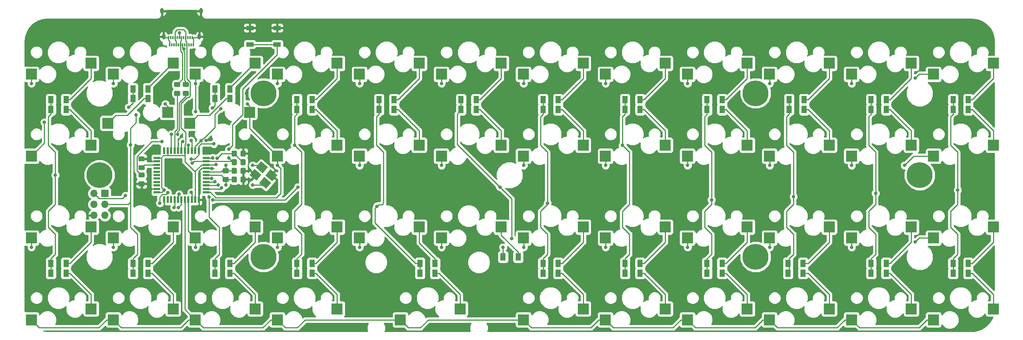
<source format=gbr>
G04 #@! TF.GenerationSoftware,KiCad,Pcbnew,(5.0.2)-1*
G04 #@! TF.CreationDate,2022-11-29T08:35:01-05:00*
G04 #@! TF.ProjectId,kurako_40,6b757261-6b6f-45f3-9430-2e6b69636164,rev?*
G04 #@! TF.SameCoordinates,Original*
G04 #@! TF.FileFunction,Copper,L2,Bot*
G04 #@! TF.FilePolarity,Positive*
%FSLAX46Y46*%
G04 Gerber Fmt 4.6, Leading zero omitted, Abs format (unit mm)*
G04 Created by KiCad (PCBNEW (5.0.2)-1) date 11/29/2022 8:35:01 AM*
%MOMM*%
%LPD*%
G01*
G04 APERTURE LIST*
G04 #@! TA.AperFunction,SMDPad,CuDef*
%ADD10R,1.300000X1.700000*%
G04 #@! TD*
G04 #@! TA.AperFunction,ComponentPad*
%ADD11C,6.000000*%
G04 #@! TD*
G04 #@! TA.AperFunction,ComponentPad*
%ADD12C,0.800000*%
G04 #@! TD*
G04 #@! TA.AperFunction,Conductor*
%ADD13C,0.100000*%
G04 #@! TD*
G04 #@! TA.AperFunction,SMDPad,CuDef*
%ADD14C,1.150000*%
G04 #@! TD*
G04 #@! TA.AperFunction,ComponentPad*
%ADD15R,1.700000X1.700000*%
G04 #@! TD*
G04 #@! TA.AperFunction,ComponentPad*
%ADD16O,1.700000X1.700000*%
G04 #@! TD*
G04 #@! TA.AperFunction,SMDPad,CuDef*
%ADD17R,2.550000X2.500000*%
G04 #@! TD*
G04 #@! TA.AperFunction,SMDPad,CuDef*
%ADD18R,1.700000X1.000000*%
G04 #@! TD*
G04 #@! TA.AperFunction,SMDPad,CuDef*
%ADD19R,1.500000X0.550000*%
G04 #@! TD*
G04 #@! TA.AperFunction,SMDPad,CuDef*
%ADD20R,0.550000X1.500000*%
G04 #@! TD*
G04 #@! TA.AperFunction,SMDPad,CuDef*
%ADD21C,1.800000*%
G04 #@! TD*
G04 #@! TA.AperFunction,ComponentPad*
%ADD22O,0.800000X1.400000*%
G04 #@! TD*
G04 #@! TA.AperFunction,SMDPad,CuDef*
%ADD23R,0.300000X0.700000*%
G04 #@! TD*
G04 #@! TA.AperFunction,ViaPad*
%ADD24C,0.800000*%
G04 #@! TD*
G04 #@! TA.AperFunction,Conductor*
%ADD25C,0.250000*%
G04 #@! TD*
G04 #@! TA.AperFunction,Conductor*
%ADD26C,0.254000*%
G04 #@! TD*
G04 APERTURE END LIST*
D10*
G04 #@! TO.P,D36,2*
G04 #@! TO.N,Net-(D36-Pad2)*
X222750000Y-81000000D03*
G04 #@! TO.P,D36,1*
G04 #@! TO.N,COL09*
X219250000Y-81000000D03*
G04 #@! TD*
G04 #@! TO.P,D37,1*
G04 #@! TO.N,COL09*
X219250000Y-83250000D03*
G04 #@! TO.P,D37,2*
G04 #@! TO.N,Net-(D37-Pad2)*
X222750000Y-83250000D03*
G04 #@! TD*
G04 #@! TO.P,D38,2*
G04 #@! TO.N,Net-(D38-Pad2)*
X222500000Y-119000000D03*
G04 #@! TO.P,D38,1*
G04 #@! TO.N,COL09*
X219000000Y-119000000D03*
G04 #@! TD*
G04 #@! TO.P,D39,1*
G04 #@! TO.N,COL09*
X219000000Y-121250000D03*
G04 #@! TO.P,D39,2*
G04 #@! TO.N,Net-(D39-Pad2)*
X222500000Y-121250000D03*
G04 #@! TD*
G04 #@! TO.P,D40,2*
G04 #@! TO.N,Net-(D40-Pad2)*
X241750000Y-81000000D03*
G04 #@! TO.P,D40,1*
G04 #@! TO.N,COL10*
X238250000Y-81000000D03*
G04 #@! TD*
G04 #@! TO.P,D41,1*
G04 #@! TO.N,COL10*
X238250000Y-83250000D03*
G04 #@! TO.P,D41,2*
G04 #@! TO.N,Net-(D41-Pad2)*
X241750000Y-83250000D03*
G04 #@! TD*
G04 #@! TO.P,D42,2*
G04 #@! TO.N,Net-(D42-Pad2)*
X241750000Y-119000000D03*
G04 #@! TO.P,D42,1*
G04 #@! TO.N,COL10*
X238250000Y-119000000D03*
G04 #@! TD*
G04 #@! TO.P,D43,1*
G04 #@! TO.N,COL10*
X238250000Y-121250000D03*
G04 #@! TO.P,D43,2*
G04 #@! TO.N,Net-(D43-Pad2)*
X241750000Y-121250000D03*
G04 #@! TD*
G04 #@! TO.P,D44,2*
G04 #@! TO.N,Net-(D44-Pad2)*
X260750000Y-81000000D03*
G04 #@! TO.P,D44,1*
G04 #@! TO.N,COL11*
X257250000Y-81000000D03*
G04 #@! TD*
G04 #@! TO.P,D47,1*
G04 #@! TO.N,COL11*
X257250000Y-121250000D03*
G04 #@! TO.P,D47,2*
G04 #@! TO.N,Net-(D47-Pad2)*
X260750000Y-121250000D03*
G04 #@! TD*
G04 #@! TO.P,D46,2*
G04 #@! TO.N,Net-(D46-Pad2)*
X260750000Y-119000000D03*
G04 #@! TO.P,D46,1*
G04 #@! TO.N,COL11*
X257250000Y-119000000D03*
G04 #@! TD*
G04 #@! TO.P,D45,1*
G04 #@! TO.N,COL11*
X257250000Y-83250000D03*
G04 #@! TO.P,D45,2*
G04 #@! TO.N,Net-(D45-Pad2)*
X260750000Y-83250000D03*
G04 #@! TD*
D11*
G04 #@! TO.P,,1*
G04 #@! TO.N,N/C*
X249500000Y-98500000D03*
D12*
X251750000Y-98500000D03*
X251090990Y-100090990D03*
X249500000Y-100750000D03*
X247909010Y-100090990D03*
X247250000Y-98500000D03*
X247909010Y-96909010D03*
X249500000Y-96250000D03*
X251090990Y-96909010D03*
G04 #@! TD*
D11*
G04 #@! TO.P,,1*
G04 #@! TO.N,N/C*
X211500000Y-117500000D03*
D12*
X213750000Y-117500000D03*
X213090990Y-119090990D03*
X211500000Y-119750000D03*
X209909010Y-119090990D03*
X209250000Y-117500000D03*
X209909010Y-115909010D03*
X211500000Y-115250000D03*
X213090990Y-115909010D03*
G04 #@! TD*
D11*
G04 #@! TO.P,,1*
G04 #@! TO.N,N/C*
X211500000Y-79500000D03*
D12*
X213750000Y-79500000D03*
X213090990Y-81090990D03*
X211500000Y-81750000D03*
X209909010Y-81090990D03*
X209250000Y-79500000D03*
X209909010Y-77909010D03*
X211500000Y-77250000D03*
X213090990Y-77909010D03*
G04 #@! TD*
D11*
G04 #@! TO.P,,1*
G04 #@! TO.N,N/C*
X97500000Y-117500000D03*
D12*
X99750000Y-117500000D03*
X99090990Y-119090990D03*
X97500000Y-119750000D03*
X95909010Y-119090990D03*
X95250000Y-117500000D03*
X95909010Y-115909010D03*
X97500000Y-115250000D03*
X99090990Y-115909010D03*
G04 #@! TD*
D11*
G04 #@! TO.P,,1*
G04 #@! TO.N,N/C*
X97500000Y-79500000D03*
D12*
X99750000Y-79500000D03*
X99090990Y-81090990D03*
X97500000Y-81750000D03*
X95909010Y-81090990D03*
X95250000Y-79500000D03*
X95909010Y-77909010D03*
X97500000Y-77250000D03*
X99090990Y-77909010D03*
G04 #@! TD*
D10*
G04 #@! TO.P,D35,1*
G04 #@! TO.N,COL08*
X200250000Y-121250000D03*
G04 #@! TO.P,D35,2*
G04 #@! TO.N,Net-(D35-Pad2)*
X203750000Y-121250000D03*
G04 #@! TD*
G04 #@! TO.P,D33,2*
G04 #@! TO.N,Net-(D33-Pad2)*
X203750000Y-83250000D03*
G04 #@! TO.P,D33,1*
G04 #@! TO.N,COL08*
X200250000Y-83250000D03*
G04 #@! TD*
G04 #@! TO.P,D32,1*
G04 #@! TO.N,COL08*
X200250000Y-81000000D03*
G04 #@! TO.P,D32,2*
G04 #@! TO.N,Net-(D32-Pad2)*
X203750000Y-81000000D03*
G04 #@! TD*
G04 #@! TO.P,D31,2*
G04 #@! TO.N,Net-(D31-Pad2)*
X184750000Y-121250000D03*
G04 #@! TO.P,D31,1*
G04 #@! TO.N,COL07*
X181250000Y-121250000D03*
G04 #@! TD*
G04 #@! TO.P,D30,1*
G04 #@! TO.N,COL07*
X181250000Y-119000000D03*
G04 #@! TO.P,D30,2*
G04 #@! TO.N,Net-(D30-Pad2)*
X184750000Y-119000000D03*
G04 #@! TD*
G04 #@! TO.P,D29,2*
G04 #@! TO.N,Net-(D29-Pad2)*
X184750000Y-83250000D03*
G04 #@! TO.P,D29,1*
G04 #@! TO.N,COL07*
X181250000Y-83250000D03*
G04 #@! TD*
G04 #@! TO.P,D28,1*
G04 #@! TO.N,COL07*
X181250000Y-81000000D03*
G04 #@! TO.P,D28,2*
G04 #@! TO.N,Net-(D28-Pad2)*
X184750000Y-81000000D03*
G04 #@! TD*
G04 #@! TO.P,D27,2*
G04 #@! TO.N,Net-(D27-Pad2)*
X165750000Y-121250000D03*
G04 #@! TO.P,D27,1*
G04 #@! TO.N,COL06*
X162250000Y-121250000D03*
G04 #@! TD*
G04 #@! TO.P,D22,1*
G04 #@! TO.N,COL05*
X143250000Y-83250000D03*
G04 #@! TO.P,D22,2*
G04 #@! TO.N,Net-(D22-Pad2)*
X146750000Y-83250000D03*
G04 #@! TD*
G04 #@! TO.P,D24,2*
G04 #@! TO.N,Net-(D24-Pad2)*
X165750000Y-81000000D03*
G04 #@! TO.P,D24,1*
G04 #@! TO.N,COL06*
X162250000Y-81000000D03*
G04 #@! TD*
G04 #@! TO.P,D34,1*
G04 #@! TO.N,COL08*
X200250000Y-119000000D03*
G04 #@! TO.P,D34,2*
G04 #@! TO.N,Net-(D34-Pad2)*
X203750000Y-119000000D03*
G04 #@! TD*
G04 #@! TO.P,D25,2*
G04 #@! TO.N,Net-(D25-Pad2)*
X165750000Y-83250000D03*
G04 #@! TO.P,D25,1*
G04 #@! TO.N,COL06*
X162250000Y-83250000D03*
G04 #@! TD*
G04 #@! TO.P,D26,1*
G04 #@! TO.N,COL06*
X162250000Y-119000000D03*
G04 #@! TO.P,D26,2*
G04 #@! TO.N,Net-(D26-Pad2)*
X165750000Y-119000000D03*
G04 #@! TD*
G04 #@! TO.P,D10,1*
G04 #@! TO.N,COL02*
X86250000Y-80750000D03*
G04 #@! TO.P,D10,2*
G04 #@! TO.N,Net-(D10-Pad2)*
X89750000Y-80750000D03*
G04 #@! TD*
G04 #@! TO.P,D9,1*
G04 #@! TO.N,COL02*
X86250000Y-78500000D03*
G04 #@! TO.P,D9,2*
G04 #@! TO.N,Net-(D9-Pad2)*
X89750000Y-78500000D03*
G04 #@! TD*
G04 #@! TO.P,D8,2*
G04 #@! TO.N,Net-(D8-Pad2)*
X70750000Y-121250000D03*
G04 #@! TO.P,D8,1*
G04 #@! TO.N,COL01*
X67250000Y-121250000D03*
G04 #@! TD*
G04 #@! TO.P,D7,1*
G04 #@! TO.N,COL01*
X67250000Y-119000000D03*
G04 #@! TO.P,D7,2*
G04 #@! TO.N,Net-(D7-Pad2)*
X70750000Y-119000000D03*
G04 #@! TD*
G04 #@! TO.P,D6,2*
G04 #@! TO.N,Net-(D6-Pad2)*
X70750000Y-80750000D03*
G04 #@! TO.P,D6,1*
G04 #@! TO.N,COL01*
X67250000Y-80750000D03*
G04 #@! TD*
G04 #@! TO.P,D5,1*
G04 #@! TO.N,COL01*
X67250000Y-78500000D03*
G04 #@! TO.P,D5,2*
G04 #@! TO.N,Net-(D5-Pad2)*
X70750000Y-78500000D03*
G04 #@! TD*
G04 #@! TO.P,D4,2*
G04 #@! TO.N,Net-(D4-Pad2)*
X51750000Y-121250000D03*
G04 #@! TO.P,D4,1*
G04 #@! TO.N,COL00*
X48250000Y-121250000D03*
G04 #@! TD*
G04 #@! TO.P,D3,1*
G04 #@! TO.N,COL00*
X48250000Y-119000000D03*
G04 #@! TO.P,D3,2*
G04 #@! TO.N,Net-(D3-Pad2)*
X51750000Y-119000000D03*
G04 #@! TD*
G04 #@! TO.P,D1,2*
G04 #@! TO.N,Net-(D1-Pad2)*
X51750000Y-81000000D03*
G04 #@! TO.P,D1,1*
G04 #@! TO.N,COL00*
X48250000Y-81000000D03*
G04 #@! TD*
G04 #@! TO.P,D11,1*
G04 #@! TO.N,COL02*
X86250000Y-119000000D03*
G04 #@! TO.P,D11,2*
G04 #@! TO.N,Net-(D11-Pad2)*
X89750000Y-119000000D03*
G04 #@! TD*
G04 #@! TO.P,D13,2*
G04 #@! TO.N,Net-(D13-Pad2)*
X108750000Y-81000000D03*
G04 #@! TO.P,D13,1*
G04 #@! TO.N,COL03*
X105250000Y-81000000D03*
G04 #@! TD*
G04 #@! TO.P,D14,1*
G04 #@! TO.N,COL03*
X105250000Y-83250000D03*
G04 #@! TO.P,D14,2*
G04 #@! TO.N,Net-(D14-Pad2)*
X108750000Y-83250000D03*
G04 #@! TD*
G04 #@! TO.P,D15,2*
G04 #@! TO.N,Net-(D15-Pad2)*
X108750000Y-119000000D03*
G04 #@! TO.P,D15,1*
G04 #@! TO.N,COL03*
X105250000Y-119000000D03*
G04 #@! TD*
G04 #@! TO.P,D16,1*
G04 #@! TO.N,COL03*
X105250000Y-121250000D03*
G04 #@! TO.P,D16,2*
G04 #@! TO.N,Net-(D16-Pad2)*
X108750000Y-121250000D03*
G04 #@! TD*
G04 #@! TO.P,D17,2*
G04 #@! TO.N,Net-(D17-Pad2)*
X127750000Y-81000000D03*
G04 #@! TO.P,D17,1*
G04 #@! TO.N,COL04*
X124250000Y-81000000D03*
G04 #@! TD*
G04 #@! TO.P,D18,1*
G04 #@! TO.N,COL04*
X124250000Y-83250000D03*
G04 #@! TO.P,D18,2*
G04 #@! TO.N,Net-(D18-Pad2)*
X127750000Y-83250000D03*
G04 #@! TD*
G04 #@! TO.P,D19,2*
G04 #@! TO.N,Net-(D19-Pad2)*
X137250000Y-119000000D03*
G04 #@! TO.P,D19,1*
G04 #@! TO.N,COL04*
X133750000Y-119000000D03*
G04 #@! TD*
G04 #@! TO.P,D20,1*
G04 #@! TO.N,COL04*
X133750000Y-121250000D03*
G04 #@! TO.P,D20,2*
G04 #@! TO.N,Net-(D20-Pad2)*
X137250000Y-121250000D03*
G04 #@! TD*
G04 #@! TO.P,D21,2*
G04 #@! TO.N,Net-(D21-Pad2)*
X146750000Y-81000000D03*
G04 #@! TO.P,D21,1*
G04 #@! TO.N,COL05*
X143250000Y-81000000D03*
G04 #@! TD*
G04 #@! TO.P,D23,1*
G04 #@! TO.N,COL05*
X153000000Y-117500000D03*
G04 #@! TO.P,D23,2*
G04 #@! TO.N,Net-(D23-Pad2)*
X156500000Y-117500000D03*
G04 #@! TD*
G04 #@! TO.P,D12,2*
G04 #@! TO.N,Net-(D12-Pad2)*
X89750000Y-121250000D03*
G04 #@! TO.P,D12,1*
G04 #@! TO.N,COL02*
X86250000Y-121250000D03*
G04 #@! TD*
G04 #@! TO.P,D2,1*
G04 #@! TO.N,COL00*
X48250000Y-83250000D03*
G04 #@! TO.P,D2,2*
G04 #@! TO.N,Net-(D2-Pad2)*
X51750000Y-83250000D03*
G04 #@! TD*
D13*
G04 #@! TO.N,VBUS*
G04 #@! TO.C,C5*
G36*
X91074505Y-92801204D02*
X91098773Y-92804804D01*
X91122572Y-92810765D01*
X91145671Y-92819030D01*
X91167850Y-92829520D01*
X91188893Y-92842132D01*
X91208599Y-92856747D01*
X91226777Y-92873223D01*
X91243253Y-92891401D01*
X91257868Y-92911107D01*
X91270480Y-92932150D01*
X91280970Y-92954329D01*
X91289235Y-92977428D01*
X91295196Y-93001227D01*
X91298796Y-93025495D01*
X91300000Y-93049999D01*
X91300000Y-93950001D01*
X91298796Y-93974505D01*
X91295196Y-93998773D01*
X91289235Y-94022572D01*
X91280970Y-94045671D01*
X91270480Y-94067850D01*
X91257868Y-94088893D01*
X91243253Y-94108599D01*
X91226777Y-94126777D01*
X91208599Y-94143253D01*
X91188893Y-94157868D01*
X91167850Y-94170480D01*
X91145671Y-94180970D01*
X91122572Y-94189235D01*
X91098773Y-94195196D01*
X91074505Y-94198796D01*
X91050001Y-94200000D01*
X90399999Y-94200000D01*
X90375495Y-94198796D01*
X90351227Y-94195196D01*
X90327428Y-94189235D01*
X90304329Y-94180970D01*
X90282150Y-94170480D01*
X90261107Y-94157868D01*
X90241401Y-94143253D01*
X90223223Y-94126777D01*
X90206747Y-94108599D01*
X90192132Y-94088893D01*
X90179520Y-94067850D01*
X90169030Y-94045671D01*
X90160765Y-94022572D01*
X90154804Y-93998773D01*
X90151204Y-93974505D01*
X90150000Y-93950001D01*
X90150000Y-93049999D01*
X90151204Y-93025495D01*
X90154804Y-93001227D01*
X90160765Y-92977428D01*
X90169030Y-92954329D01*
X90179520Y-92932150D01*
X90192132Y-92911107D01*
X90206747Y-92891401D01*
X90223223Y-92873223D01*
X90241401Y-92856747D01*
X90261107Y-92842132D01*
X90282150Y-92829520D01*
X90304329Y-92819030D01*
X90327428Y-92810765D01*
X90351227Y-92804804D01*
X90375495Y-92801204D01*
X90399999Y-92800000D01*
X91050001Y-92800000D01*
X91074505Y-92801204D01*
X91074505Y-92801204D01*
G37*
D14*
G04 #@! TD*
G04 #@! TO.P,C5,1*
G04 #@! TO.N,VBUS*
X90725000Y-93500000D03*
D13*
G04 #@! TO.N,GND*
G04 #@! TO.C,C5*
G36*
X93124505Y-92801204D02*
X93148773Y-92804804D01*
X93172572Y-92810765D01*
X93195671Y-92819030D01*
X93217850Y-92829520D01*
X93238893Y-92842132D01*
X93258599Y-92856747D01*
X93276777Y-92873223D01*
X93293253Y-92891401D01*
X93307868Y-92911107D01*
X93320480Y-92932150D01*
X93330970Y-92954329D01*
X93339235Y-92977428D01*
X93345196Y-93001227D01*
X93348796Y-93025495D01*
X93350000Y-93049999D01*
X93350000Y-93950001D01*
X93348796Y-93974505D01*
X93345196Y-93998773D01*
X93339235Y-94022572D01*
X93330970Y-94045671D01*
X93320480Y-94067850D01*
X93307868Y-94088893D01*
X93293253Y-94108599D01*
X93276777Y-94126777D01*
X93258599Y-94143253D01*
X93238893Y-94157868D01*
X93217850Y-94170480D01*
X93195671Y-94180970D01*
X93172572Y-94189235D01*
X93148773Y-94195196D01*
X93124505Y-94198796D01*
X93100001Y-94200000D01*
X92449999Y-94200000D01*
X92425495Y-94198796D01*
X92401227Y-94195196D01*
X92377428Y-94189235D01*
X92354329Y-94180970D01*
X92332150Y-94170480D01*
X92311107Y-94157868D01*
X92291401Y-94143253D01*
X92273223Y-94126777D01*
X92256747Y-94108599D01*
X92242132Y-94088893D01*
X92229520Y-94067850D01*
X92219030Y-94045671D01*
X92210765Y-94022572D01*
X92204804Y-93998773D01*
X92201204Y-93974505D01*
X92200000Y-93950001D01*
X92200000Y-93049999D01*
X92201204Y-93025495D01*
X92204804Y-93001227D01*
X92210765Y-92977428D01*
X92219030Y-92954329D01*
X92229520Y-92932150D01*
X92242132Y-92911107D01*
X92256747Y-92891401D01*
X92273223Y-92873223D01*
X92291401Y-92856747D01*
X92311107Y-92842132D01*
X92332150Y-92829520D01*
X92354329Y-92819030D01*
X92377428Y-92810765D01*
X92401227Y-92804804D01*
X92425495Y-92801204D01*
X92449999Y-92800000D01*
X93100001Y-92800000D01*
X93124505Y-92801204D01*
X93124505Y-92801204D01*
G37*
D14*
G04 #@! TD*
G04 #@! TO.P,C5,2*
G04 #@! TO.N,GND*
X92775000Y-93500000D03*
D15*
G04 #@! TO.P,J1,1*
G04 #@! TO.N,COL03*
X60750000Y-102750000D03*
D16*
G04 #@! TO.P,J1,2*
G04 #@! TO.N,VBUS*
X58210000Y-102750000D03*
G04 #@! TO.P,J1,3*
G04 #@! TO.N,COL01*
X60750000Y-105290000D03*
G04 #@! TO.P,J1,4*
G04 #@! TO.N,COL02*
X58210000Y-105290000D03*
G04 #@! TO.P,J1,5*
G04 #@! TO.N,RST*
X60750000Y-107830000D03*
G04 #@! TO.P,J1,6*
G04 #@! TO.N,GND*
X58210000Y-107830000D03*
G04 #@! TD*
D17*
G04 #@! TO.P,SW17,2*
G04 #@! TO.N,Net-(D17-Pad2)*
X133560000Y-72540000D03*
G04 #@! TO.P,SW17,1*
G04 #@! TO.N,ROW00*
X119710000Y-75080000D03*
G04 #@! TD*
G04 #@! TO.P,SW19,2*
G04 #@! TO.N,Net-(D19-Pad2)*
X133560000Y-110540000D03*
G04 #@! TO.P,SW19,1*
G04 #@! TO.N,ROW02*
X119710000Y-113080000D03*
G04 #@! TD*
G04 #@! TO.P,SW24,2*
G04 #@! TO.N,Net-(D24-Pad2)*
X171560000Y-72540000D03*
G04 #@! TO.P,SW24,1*
G04 #@! TO.N,ROW00*
X157710000Y-75080000D03*
G04 #@! TD*
G04 #@! TO.P,SW34,2*
G04 #@! TO.N,Net-(D34-Pad2)*
X209560000Y-110540000D03*
G04 #@! TO.P,SW34,1*
G04 #@! TO.N,ROW02*
X195710000Y-113080000D03*
G04 #@! TD*
G04 #@! TO.P,SW33,2*
G04 #@! TO.N,Net-(D33-Pad2)*
X209560000Y-91540000D03*
G04 #@! TO.P,SW33,1*
G04 #@! TO.N,ROW01*
X195710000Y-94080000D03*
G04 #@! TD*
G04 #@! TO.P,SW32,2*
G04 #@! TO.N,Net-(D32-Pad2)*
X209560000Y-72540000D03*
G04 #@! TO.P,SW32,1*
G04 #@! TO.N,ROW00*
X195710000Y-75080000D03*
G04 #@! TD*
G04 #@! TO.P,SW31,2*
G04 #@! TO.N,Net-(D31-Pad2)*
X190560000Y-129540000D03*
G04 #@! TO.P,SW31,1*
G04 #@! TO.N,ROW03*
X176710000Y-132080000D03*
G04 #@! TD*
G04 #@! TO.P,SW30,2*
G04 #@! TO.N,Net-(D30-Pad2)*
X190560000Y-110540000D03*
G04 #@! TO.P,SW30,1*
G04 #@! TO.N,ROW02*
X176710000Y-113080000D03*
G04 #@! TD*
G04 #@! TO.P,SW29,2*
G04 #@! TO.N,Net-(D29-Pad2)*
X190560000Y-91540000D03*
G04 #@! TO.P,SW29,1*
G04 #@! TO.N,ROW01*
X176710000Y-94080000D03*
G04 #@! TD*
G04 #@! TO.P,SW28,2*
G04 #@! TO.N,Net-(D28-Pad2)*
X190560000Y-72540000D03*
G04 #@! TO.P,SW28,1*
G04 #@! TO.N,ROW00*
X176710000Y-75080000D03*
G04 #@! TD*
G04 #@! TO.P,SW27,2*
G04 #@! TO.N,Net-(D27-Pad2)*
X171560000Y-129540000D03*
G04 #@! TO.P,SW27,1*
G04 #@! TO.N,ROW03*
X157710000Y-132080000D03*
G04 #@! TD*
G04 #@! TO.P,SW26,2*
G04 #@! TO.N,Net-(D26-Pad2)*
X171560000Y-110540000D03*
G04 #@! TO.P,SW26,1*
G04 #@! TO.N,ROW02*
X157710000Y-113080000D03*
G04 #@! TD*
G04 #@! TO.P,SW23,2*
G04 #@! TO.N,Net-(D23-Pad2)*
X152560000Y-110540000D03*
G04 #@! TO.P,SW23,1*
G04 #@! TO.N,ROW02*
X138710000Y-113080000D03*
G04 #@! TD*
G04 #@! TO.P,SW35,2*
G04 #@! TO.N,Net-(D35-Pad2)*
X209560000Y-129540000D03*
G04 #@! TO.P,SW35,1*
G04 #@! TO.N,ROW03*
X195710000Y-132080000D03*
G04 #@! TD*
G04 #@! TO.P,SW38,2*
G04 #@! TO.N,Net-(D38-Pad2)*
X228560000Y-110540000D03*
G04 #@! TO.P,SW38,1*
G04 #@! TO.N,ROW02*
X214710000Y-113080000D03*
G04 #@! TD*
G04 #@! TO.P,SW39,2*
G04 #@! TO.N,Net-(D39-Pad2)*
X228560000Y-129540000D03*
G04 #@! TO.P,SW39,1*
G04 #@! TO.N,ROW03*
X214710000Y-132080000D03*
G04 #@! TD*
G04 #@! TO.P,SW40,2*
G04 #@! TO.N,Net-(D40-Pad2)*
X247560000Y-72540000D03*
G04 #@! TO.P,SW40,1*
G04 #@! TO.N,ROW00*
X233710000Y-75080000D03*
G04 #@! TD*
G04 #@! TO.P,SW41,2*
G04 #@! TO.N,Net-(D41-Pad2)*
X247560000Y-91540000D03*
G04 #@! TO.P,SW41,1*
G04 #@! TO.N,ROW01*
X233710000Y-94080000D03*
G04 #@! TD*
G04 #@! TO.P,SW42,2*
G04 #@! TO.N,Net-(D42-Pad2)*
X247560000Y-110540000D03*
G04 #@! TO.P,SW42,1*
G04 #@! TO.N,ROW02*
X233710000Y-113080000D03*
G04 #@! TD*
G04 #@! TO.P,SW43,2*
G04 #@! TO.N,Net-(D43-Pad2)*
X247560000Y-129540000D03*
G04 #@! TO.P,SW43,1*
G04 #@! TO.N,ROW03*
X233710000Y-132080000D03*
G04 #@! TD*
G04 #@! TO.P,SW44,2*
G04 #@! TO.N,Net-(D44-Pad2)*
X266560000Y-72540000D03*
G04 #@! TO.P,SW44,1*
G04 #@! TO.N,ROW00*
X252710000Y-75080000D03*
G04 #@! TD*
G04 #@! TO.P,SW45,2*
G04 #@! TO.N,Net-(D45-Pad2)*
X266560000Y-91540000D03*
G04 #@! TO.P,SW45,1*
G04 #@! TO.N,ROW01*
X252710000Y-94080000D03*
G04 #@! TD*
G04 #@! TO.P,SW46,2*
G04 #@! TO.N,Net-(D46-Pad2)*
X266560000Y-110540000D03*
G04 #@! TO.P,SW46,1*
G04 #@! TO.N,ROW02*
X252710000Y-113080000D03*
G04 #@! TD*
G04 #@! TO.P,SW47,2*
G04 #@! TO.N,Net-(D47-Pad2)*
X266560000Y-129540000D03*
G04 #@! TO.P,SW47,1*
G04 #@! TO.N,ROW03*
X252710000Y-132080000D03*
G04 #@! TD*
G04 #@! TO.P,SW12,2*
G04 #@! TO.N,Net-(D12-Pad2)*
X95560000Y-129540000D03*
G04 #@! TO.P,SW12,1*
G04 #@! TO.N,ROW03*
X81710000Y-132080000D03*
G04 #@! TD*
G04 #@! TO.P,SW36,2*
G04 #@! TO.N,Net-(D36-Pad2)*
X228560000Y-72540000D03*
G04 #@! TO.P,SW36,1*
G04 #@! TO.N,ROW00*
X214710000Y-75080000D03*
G04 #@! TD*
G04 #@! TO.P,SW10,2*
G04 #@! TO.N,Net-(D10-Pad2)*
X80440000Y-86460000D03*
G04 #@! TO.P,SW10,1*
G04 #@! TO.N,ROW01*
X94290000Y-83920000D03*
G04 #@! TD*
G04 #@! TO.P,SW9,2*
G04 #@! TO.N,Net-(D9-Pad2)*
X95560000Y-72540000D03*
G04 #@! TO.P,SW9,1*
G04 #@! TO.N,ROW00*
X81710000Y-75080000D03*
G04 #@! TD*
G04 #@! TO.P,SW8,2*
G04 #@! TO.N,Net-(D8-Pad2)*
X76560000Y-129540000D03*
G04 #@! TO.P,SW8,1*
G04 #@! TO.N,ROW03*
X62710000Y-132080000D03*
G04 #@! TD*
G04 #@! TO.P,SW7,2*
G04 #@! TO.N,Net-(D7-Pad2)*
X76560000Y-110540000D03*
G04 #@! TO.P,SW7,1*
G04 #@! TO.N,ROW02*
X62710000Y-113080000D03*
G04 #@! TD*
G04 #@! TO.P,SW6,2*
G04 #@! TO.N,Net-(D6-Pad2)*
X61440000Y-86460000D03*
G04 #@! TO.P,SW6,1*
G04 #@! TO.N,ROW01*
X75290000Y-83920000D03*
G04 #@! TD*
G04 #@! TO.P,SW5,2*
G04 #@! TO.N,Net-(D5-Pad2)*
X76560000Y-72540000D03*
G04 #@! TO.P,SW5,1*
G04 #@! TO.N,ROW00*
X62710000Y-75080000D03*
G04 #@! TD*
G04 #@! TO.P,SW4,2*
G04 #@! TO.N,Net-(D4-Pad2)*
X57560000Y-129540000D03*
G04 #@! TO.P,SW4,1*
G04 #@! TO.N,ROW03*
X43710000Y-132080000D03*
G04 #@! TD*
G04 #@! TO.P,SW3,2*
G04 #@! TO.N,Net-(D3-Pad2)*
X57560000Y-110540000D03*
G04 #@! TO.P,SW3,1*
G04 #@! TO.N,ROW02*
X43710000Y-113080000D03*
G04 #@! TD*
G04 #@! TO.P,SW2,2*
G04 #@! TO.N,Net-(D2-Pad2)*
X57560000Y-91540000D03*
G04 #@! TO.P,SW2,1*
G04 #@! TO.N,ROW01*
X43710000Y-94080000D03*
G04 #@! TD*
G04 #@! TO.P,SW25,2*
G04 #@! TO.N,Net-(D25-Pad2)*
X171560000Y-91540000D03*
G04 #@! TO.P,SW25,1*
G04 #@! TO.N,ROW01*
X157710000Y-94080000D03*
G04 #@! TD*
G04 #@! TO.P,SW13,2*
G04 #@! TO.N,Net-(D13-Pad2)*
X114560000Y-72540000D03*
G04 #@! TO.P,SW13,1*
G04 #@! TO.N,ROW00*
X100710000Y-75080000D03*
G04 #@! TD*
G04 #@! TO.P,SW14,2*
G04 #@! TO.N,Net-(D14-Pad2)*
X114560000Y-91540000D03*
G04 #@! TO.P,SW14,1*
G04 #@! TO.N,ROW01*
X100710000Y-94080000D03*
G04 #@! TD*
G04 #@! TO.P,SW15,2*
G04 #@! TO.N,Net-(D15-Pad2)*
X114560000Y-110540000D03*
G04 #@! TO.P,SW15,1*
G04 #@! TO.N,ROW02*
X100710000Y-113080000D03*
G04 #@! TD*
G04 #@! TO.P,SW16,2*
G04 #@! TO.N,Net-(D16-Pad2)*
X114560000Y-129540000D03*
G04 #@! TO.P,SW16,1*
G04 #@! TO.N,ROW03*
X100710000Y-132080000D03*
G04 #@! TD*
G04 #@! TO.P,SW18,2*
G04 #@! TO.N,Net-(D18-Pad2)*
X133560000Y-91540000D03*
G04 #@! TO.P,SW18,1*
G04 #@! TO.N,ROW01*
X119710000Y-94080000D03*
G04 #@! TD*
G04 #@! TO.P,SW20,2*
G04 #@! TO.N,Net-(D20-Pad2)*
X143060000Y-129540000D03*
G04 #@! TO.P,SW20,1*
G04 #@! TO.N,ROW03*
X129210000Y-132080000D03*
G04 #@! TD*
G04 #@! TO.P,SW21,2*
G04 #@! TO.N,Net-(D21-Pad2)*
X152560000Y-72540000D03*
G04 #@! TO.P,SW21,1*
G04 #@! TO.N,ROW00*
X138710000Y-75080000D03*
G04 #@! TD*
G04 #@! TO.P,SW22,2*
G04 #@! TO.N,Net-(D22-Pad2)*
X152560000Y-91540000D03*
G04 #@! TO.P,SW22,1*
G04 #@! TO.N,ROW01*
X138710000Y-94080000D03*
G04 #@! TD*
G04 #@! TO.P,SW37,2*
G04 #@! TO.N,Net-(D37-Pad2)*
X228560000Y-91540000D03*
G04 #@! TO.P,SW37,1*
G04 #@! TO.N,ROW01*
X214710000Y-94080000D03*
G04 #@! TD*
G04 #@! TO.P,SW11,2*
G04 #@! TO.N,Net-(D11-Pad2)*
X95560000Y-110540000D03*
G04 #@! TO.P,SW11,1*
G04 #@! TO.N,ROW02*
X81710000Y-113080000D03*
G04 #@! TD*
G04 #@! TO.P,SW1,2*
G04 #@! TO.N,Net-(D1-Pad2)*
X57560000Y-72540000D03*
G04 #@! TO.P,SW1,1*
G04 #@! TO.N,ROW00*
X43710000Y-75080000D03*
G04 #@! TD*
D18*
G04 #@! TO.P,SW48,2*
G04 #@! TO.N,RST*
X94350000Y-68150000D03*
X100650000Y-68150000D03*
G04 #@! TO.P,SW48,1*
G04 #@! TO.N,GND*
X94350000Y-64350000D03*
X100650000Y-64350000D03*
G04 #@! TD*
D19*
G04 #@! TO.P,U1,44*
G04 #@! TO.N,VBUS*
X72800000Y-94500000D03*
G04 #@! TO.P,U1,43*
G04 #@! TO.N,GND*
X72800000Y-95300000D03*
G04 #@! TO.P,U1,42*
G04 #@! TO.N,AREF*
X72800000Y-96100000D03*
G04 #@! TO.P,U1,41*
G04 #@! TO.N,Net-(U1-Pad41)*
X72800000Y-96900000D03*
G04 #@! TO.P,U1,40*
G04 #@! TO.N,Net-(U1-Pad40)*
X72800000Y-97700000D03*
G04 #@! TO.P,U1,39*
G04 #@! TO.N,Net-(U1-Pad39)*
X72800000Y-98500000D03*
G04 #@! TO.P,U1,38*
G04 #@! TO.N,Net-(U1-Pad38)*
X72800000Y-99300000D03*
G04 #@! TO.P,U1,37*
G04 #@! TO.N,Net-(U1-Pad37)*
X72800000Y-100100000D03*
G04 #@! TO.P,U1,36*
G04 #@! TO.N,Net-(U1-Pad36)*
X72800000Y-100900000D03*
G04 #@! TO.P,U1,35*
G04 #@! TO.N,GND*
X72800000Y-101700000D03*
G04 #@! TO.P,U1,34*
G04 #@! TO.N,VBUS*
X72800000Y-102500000D03*
D20*
G04 #@! TO.P,U1,33*
G04 #@! TO.N,GND*
X74500000Y-104200000D03*
G04 #@! TO.P,U1,32*
G04 #@! TO.N,Net-(U1-Pad32)*
X75300000Y-104200000D03*
G04 #@! TO.P,U1,31*
G04 #@! TO.N,Net-(U1-Pad31)*
X76100000Y-104200000D03*
G04 #@! TO.P,U1,30*
G04 #@! TO.N,COL06*
X76900000Y-104200000D03*
G04 #@! TO.P,U1,29*
G04 #@! TO.N,COL05*
X77700000Y-104200000D03*
G04 #@! TO.P,U1,28*
G04 #@! TO.N,COL04*
X78500000Y-104200000D03*
G04 #@! TO.P,U1,27*
G04 #@! TO.N,ROW03*
X79300000Y-104200000D03*
G04 #@! TO.P,U1,26*
G04 #@! TO.N,ROW02*
X80100000Y-104200000D03*
G04 #@! TO.P,U1,25*
G04 #@! TO.N,ROW00*
X80900000Y-104200000D03*
G04 #@! TO.P,U1,24*
G04 #@! TO.N,VBUS*
X81700000Y-104200000D03*
G04 #@! TO.P,U1,23*
G04 #@! TO.N,GND*
X82500000Y-104200000D03*
D19*
G04 #@! TO.P,U1,22*
G04 #@! TO.N,ROW01*
X84200000Y-102500000D03*
G04 #@! TO.P,U1,21*
G04 #@! TO.N,COL11*
X84200000Y-101700000D03*
G04 #@! TO.P,U1,20*
G04 #@! TO.N,COL10*
X84200000Y-100900000D03*
G04 #@! TO.P,U1,19*
G04 #@! TO.N,COL09*
X84200000Y-100100000D03*
G04 #@! TO.P,U1,18*
G04 #@! TO.N,COL08*
X84200000Y-99300000D03*
G04 #@! TO.P,U1,17*
G04 #@! TO.N,X1*
X84200000Y-98500000D03*
G04 #@! TO.P,U1,16*
G04 #@! TO.N,X2*
X84200000Y-97700000D03*
G04 #@! TO.P,U1,15*
G04 #@! TO.N,GND*
X84200000Y-96900000D03*
G04 #@! TO.P,U1,14*
G04 #@! TO.N,VBUS*
X84200000Y-96100000D03*
G04 #@! TO.P,U1,13*
G04 #@! TO.N,RST*
X84200000Y-95300000D03*
G04 #@! TO.P,U1,12*
G04 #@! TO.N,COL07*
X84200000Y-94500000D03*
D20*
G04 #@! TO.P,U1,11*
G04 #@! TO.N,COL03*
X82500000Y-92800000D03*
G04 #@! TO.P,U1,10*
G04 #@! TO.N,COL02*
X81700000Y-92800000D03*
G04 #@! TO.P,U1,9*
G04 #@! TO.N,COL01*
X80900000Y-92800000D03*
G04 #@! TO.P,U1,8*
G04 #@! TO.N,COL00*
X80100000Y-92800000D03*
G04 #@! TO.P,U1,7*
G04 #@! TO.N,VBUS*
X79300000Y-92800000D03*
G04 #@! TO.P,U1,6*
G04 #@! TO.N,UCAP*
X78500000Y-92800000D03*
G04 #@! TO.P,U1,5*
G04 #@! TO.N,GND*
X77700000Y-92800000D03*
G04 #@! TO.P,U1,4*
G04 #@! TO.N,D+*
X76900000Y-92800000D03*
G04 #@! TO.P,U1,3*
G04 #@! TO.N,D-*
X76100000Y-92800000D03*
G04 #@! TO.P,U1,2*
G04 #@! TO.N,VBUS*
X75300000Y-92800000D03*
G04 #@! TO.P,U1,1*
G04 #@! TO.N,Net-(U1-Pad1)*
X74500000Y-92800000D03*
G04 #@! TD*
D21*
G04 #@! TO.P,Y1,4*
G04 #@! TO.N,GND*
X99349970Y-98551091D03*
D13*
G04 #@! TD*
G04 #@! TO.N,GND*
G04 #@! TO.C,Y1*
G36*
X100732826Y-98536578D02*
X99575808Y-99915458D01*
X97967114Y-98565604D01*
X99124132Y-97186724D01*
X100732826Y-98536578D01*
X100732826Y-98536578D01*
G37*
D21*
G04 #@! TO.P,Y1,3*
G04 #@! TO.N,X2*
X97128441Y-96687007D03*
D13*
G04 #@! TD*
G04 #@! TO.N,X2*
G04 #@! TO.C,Y1*
G36*
X98511297Y-96672494D02*
X97354279Y-98051374D01*
X95745585Y-96701520D01*
X96902603Y-95322640D01*
X98511297Y-96672494D01*
X98511297Y-96672494D01*
G37*
D21*
G04 #@! TO.P,Y1,2*
G04 #@! TO.N,GND*
X95650030Y-98448909D03*
D13*
G04 #@! TD*
G04 #@! TO.N,GND*
G04 #@! TO.C,Y1*
G36*
X97032886Y-98434396D02*
X95875868Y-99813276D01*
X94267174Y-98463422D01*
X95424192Y-97084542D01*
X97032886Y-98434396D01*
X97032886Y-98434396D01*
G37*
D21*
G04 #@! TO.P,Y1,1*
G04 #@! TO.N,X1*
X97871559Y-100312993D03*
D13*
G04 #@! TD*
G04 #@! TO.N,X1*
G04 #@! TO.C,Y1*
G36*
X99254415Y-100298480D02*
X98097397Y-101677360D01*
X96488703Y-100327506D01*
X97645721Y-98948626D01*
X99254415Y-100298480D01*
X99254415Y-100298480D01*
G37*
G04 #@! TO.N,GND*
G04 #@! TO.C,C1*
G36*
X69724505Y-94151205D02*
X69748773Y-94154805D01*
X69772572Y-94160766D01*
X69795671Y-94169031D01*
X69817850Y-94179521D01*
X69838893Y-94192133D01*
X69858599Y-94206748D01*
X69876777Y-94223224D01*
X69893253Y-94241402D01*
X69907868Y-94261108D01*
X69920480Y-94282151D01*
X69930970Y-94304330D01*
X69939235Y-94327429D01*
X69945196Y-94351228D01*
X69948796Y-94375496D01*
X69950000Y-94400000D01*
X69950000Y-95050002D01*
X69948796Y-95074506D01*
X69945196Y-95098774D01*
X69939235Y-95122573D01*
X69930970Y-95145672D01*
X69920480Y-95167851D01*
X69907868Y-95188894D01*
X69893253Y-95208600D01*
X69876777Y-95226778D01*
X69858599Y-95243254D01*
X69838893Y-95257869D01*
X69817850Y-95270481D01*
X69795671Y-95280971D01*
X69772572Y-95289236D01*
X69748773Y-95295197D01*
X69724505Y-95298797D01*
X69700001Y-95300001D01*
X68799999Y-95300001D01*
X68775495Y-95298797D01*
X68751227Y-95295197D01*
X68727428Y-95289236D01*
X68704329Y-95280971D01*
X68682150Y-95270481D01*
X68661107Y-95257869D01*
X68641401Y-95243254D01*
X68623223Y-95226778D01*
X68606747Y-95208600D01*
X68592132Y-95188894D01*
X68579520Y-95167851D01*
X68569030Y-95145672D01*
X68560765Y-95122573D01*
X68554804Y-95098774D01*
X68551204Y-95074506D01*
X68550000Y-95050002D01*
X68550000Y-94400000D01*
X68551204Y-94375496D01*
X68554804Y-94351228D01*
X68560765Y-94327429D01*
X68569030Y-94304330D01*
X68579520Y-94282151D01*
X68592132Y-94261108D01*
X68606747Y-94241402D01*
X68623223Y-94223224D01*
X68641401Y-94206748D01*
X68661107Y-94192133D01*
X68682150Y-94179521D01*
X68704329Y-94169031D01*
X68727428Y-94160766D01*
X68751227Y-94154805D01*
X68775495Y-94151205D01*
X68799999Y-94150001D01*
X69700001Y-94150001D01*
X69724505Y-94151205D01*
X69724505Y-94151205D01*
G37*
D14*
G04 #@! TD*
G04 #@! TO.P,C1,2*
G04 #@! TO.N,GND*
X69250000Y-94725001D03*
D13*
G04 #@! TO.N,AREF*
G04 #@! TO.C,C1*
G36*
X69724505Y-96201203D02*
X69748773Y-96204803D01*
X69772572Y-96210764D01*
X69795671Y-96219029D01*
X69817850Y-96229519D01*
X69838893Y-96242131D01*
X69858599Y-96256746D01*
X69876777Y-96273222D01*
X69893253Y-96291400D01*
X69907868Y-96311106D01*
X69920480Y-96332149D01*
X69930970Y-96354328D01*
X69939235Y-96377427D01*
X69945196Y-96401226D01*
X69948796Y-96425494D01*
X69950000Y-96449998D01*
X69950000Y-97100000D01*
X69948796Y-97124504D01*
X69945196Y-97148772D01*
X69939235Y-97172571D01*
X69930970Y-97195670D01*
X69920480Y-97217849D01*
X69907868Y-97238892D01*
X69893253Y-97258598D01*
X69876777Y-97276776D01*
X69858599Y-97293252D01*
X69838893Y-97307867D01*
X69817850Y-97320479D01*
X69795671Y-97330969D01*
X69772572Y-97339234D01*
X69748773Y-97345195D01*
X69724505Y-97348795D01*
X69700001Y-97349999D01*
X68799999Y-97349999D01*
X68775495Y-97348795D01*
X68751227Y-97345195D01*
X68727428Y-97339234D01*
X68704329Y-97330969D01*
X68682150Y-97320479D01*
X68661107Y-97307867D01*
X68641401Y-97293252D01*
X68623223Y-97276776D01*
X68606747Y-97258598D01*
X68592132Y-97238892D01*
X68579520Y-97217849D01*
X68569030Y-97195670D01*
X68560765Y-97172571D01*
X68554804Y-97148772D01*
X68551204Y-97124504D01*
X68550000Y-97100000D01*
X68550000Y-96449998D01*
X68551204Y-96425494D01*
X68554804Y-96401226D01*
X68560765Y-96377427D01*
X68569030Y-96354328D01*
X68579520Y-96332149D01*
X68592132Y-96311106D01*
X68606747Y-96291400D01*
X68623223Y-96273222D01*
X68641401Y-96256746D01*
X68661107Y-96242131D01*
X68682150Y-96229519D01*
X68704329Y-96219029D01*
X68727428Y-96210764D01*
X68751227Y-96204803D01*
X68775495Y-96201203D01*
X68799999Y-96199999D01*
X69700001Y-96199999D01*
X69724505Y-96201203D01*
X69724505Y-96201203D01*
G37*
D14*
G04 #@! TD*
G04 #@! TO.P,C1,1*
G04 #@! TO.N,AREF*
X69250000Y-96774999D03*
D13*
G04 #@! TO.N,GND*
G04 #@! TO.C,C2*
G36*
X69724505Y-99951204D02*
X69748773Y-99954804D01*
X69772572Y-99960765D01*
X69795671Y-99969030D01*
X69817850Y-99979520D01*
X69838893Y-99992132D01*
X69858599Y-100006747D01*
X69876777Y-100023223D01*
X69893253Y-100041401D01*
X69907868Y-100061107D01*
X69920480Y-100082150D01*
X69930970Y-100104329D01*
X69939235Y-100127428D01*
X69945196Y-100151227D01*
X69948796Y-100175495D01*
X69950000Y-100199999D01*
X69950000Y-100850001D01*
X69948796Y-100874505D01*
X69945196Y-100898773D01*
X69939235Y-100922572D01*
X69930970Y-100945671D01*
X69920480Y-100967850D01*
X69907868Y-100988893D01*
X69893253Y-101008599D01*
X69876777Y-101026777D01*
X69858599Y-101043253D01*
X69838893Y-101057868D01*
X69817850Y-101070480D01*
X69795671Y-101080970D01*
X69772572Y-101089235D01*
X69748773Y-101095196D01*
X69724505Y-101098796D01*
X69700001Y-101100000D01*
X68799999Y-101100000D01*
X68775495Y-101098796D01*
X68751227Y-101095196D01*
X68727428Y-101089235D01*
X68704329Y-101080970D01*
X68682150Y-101070480D01*
X68661107Y-101057868D01*
X68641401Y-101043253D01*
X68623223Y-101026777D01*
X68606747Y-101008599D01*
X68592132Y-100988893D01*
X68579520Y-100967850D01*
X68569030Y-100945671D01*
X68560765Y-100922572D01*
X68554804Y-100898773D01*
X68551204Y-100874505D01*
X68550000Y-100850001D01*
X68550000Y-100199999D01*
X68551204Y-100175495D01*
X68554804Y-100151227D01*
X68560765Y-100127428D01*
X68569030Y-100104329D01*
X68579520Y-100082150D01*
X68592132Y-100061107D01*
X68606747Y-100041401D01*
X68623223Y-100023223D01*
X68641401Y-100006747D01*
X68661107Y-99992132D01*
X68682150Y-99979520D01*
X68704329Y-99969030D01*
X68727428Y-99960765D01*
X68751227Y-99954804D01*
X68775495Y-99951204D01*
X68799999Y-99950000D01*
X69700001Y-99950000D01*
X69724505Y-99951204D01*
X69724505Y-99951204D01*
G37*
D14*
G04 #@! TD*
G04 #@! TO.P,C2,2*
G04 #@! TO.N,GND*
X69250000Y-100525000D03*
D13*
G04 #@! TO.N,UCAP*
G04 #@! TO.C,C2*
G36*
X69724505Y-97901204D02*
X69748773Y-97904804D01*
X69772572Y-97910765D01*
X69795671Y-97919030D01*
X69817850Y-97929520D01*
X69838893Y-97942132D01*
X69858599Y-97956747D01*
X69876777Y-97973223D01*
X69893253Y-97991401D01*
X69907868Y-98011107D01*
X69920480Y-98032150D01*
X69930970Y-98054329D01*
X69939235Y-98077428D01*
X69945196Y-98101227D01*
X69948796Y-98125495D01*
X69950000Y-98149999D01*
X69950000Y-98800001D01*
X69948796Y-98824505D01*
X69945196Y-98848773D01*
X69939235Y-98872572D01*
X69930970Y-98895671D01*
X69920480Y-98917850D01*
X69907868Y-98938893D01*
X69893253Y-98958599D01*
X69876777Y-98976777D01*
X69858599Y-98993253D01*
X69838893Y-99007868D01*
X69817850Y-99020480D01*
X69795671Y-99030970D01*
X69772572Y-99039235D01*
X69748773Y-99045196D01*
X69724505Y-99048796D01*
X69700001Y-99050000D01*
X68799999Y-99050000D01*
X68775495Y-99048796D01*
X68751227Y-99045196D01*
X68727428Y-99039235D01*
X68704329Y-99030970D01*
X68682150Y-99020480D01*
X68661107Y-99007868D01*
X68641401Y-98993253D01*
X68623223Y-98976777D01*
X68606747Y-98958599D01*
X68592132Y-98938893D01*
X68579520Y-98917850D01*
X68569030Y-98895671D01*
X68560765Y-98872572D01*
X68554804Y-98848773D01*
X68551204Y-98824505D01*
X68550000Y-98800001D01*
X68550000Y-98149999D01*
X68551204Y-98125495D01*
X68554804Y-98101227D01*
X68560765Y-98077428D01*
X68569030Y-98054329D01*
X68579520Y-98032150D01*
X68592132Y-98011107D01*
X68606747Y-97991401D01*
X68623223Y-97973223D01*
X68641401Y-97956747D01*
X68661107Y-97942132D01*
X68682150Y-97929520D01*
X68704329Y-97919030D01*
X68727428Y-97910765D01*
X68751227Y-97904804D01*
X68775495Y-97901204D01*
X68799999Y-97900000D01*
X69700001Y-97900000D01*
X69724505Y-97901204D01*
X69724505Y-97901204D01*
G37*
D14*
G04 #@! TD*
G04 #@! TO.P,C2,1*
G04 #@! TO.N,UCAP*
X69250000Y-98475000D03*
D13*
G04 #@! TO.N,GND*
G04 #@! TO.C,C3*
G36*
X93124505Y-98801204D02*
X93148773Y-98804804D01*
X93172572Y-98810765D01*
X93195671Y-98819030D01*
X93217850Y-98829520D01*
X93238893Y-98842132D01*
X93258599Y-98856747D01*
X93276777Y-98873223D01*
X93293253Y-98891401D01*
X93307868Y-98911107D01*
X93320480Y-98932150D01*
X93330970Y-98954329D01*
X93339235Y-98977428D01*
X93345196Y-99001227D01*
X93348796Y-99025495D01*
X93350000Y-99049999D01*
X93350000Y-99950001D01*
X93348796Y-99974505D01*
X93345196Y-99998773D01*
X93339235Y-100022572D01*
X93330970Y-100045671D01*
X93320480Y-100067850D01*
X93307868Y-100088893D01*
X93293253Y-100108599D01*
X93276777Y-100126777D01*
X93258599Y-100143253D01*
X93238893Y-100157868D01*
X93217850Y-100170480D01*
X93195671Y-100180970D01*
X93172572Y-100189235D01*
X93148773Y-100195196D01*
X93124505Y-100198796D01*
X93100001Y-100200000D01*
X92449999Y-100200000D01*
X92425495Y-100198796D01*
X92401227Y-100195196D01*
X92377428Y-100189235D01*
X92354329Y-100180970D01*
X92332150Y-100170480D01*
X92311107Y-100157868D01*
X92291401Y-100143253D01*
X92273223Y-100126777D01*
X92256747Y-100108599D01*
X92242132Y-100088893D01*
X92229520Y-100067850D01*
X92219030Y-100045671D01*
X92210765Y-100022572D01*
X92204804Y-99998773D01*
X92201204Y-99974505D01*
X92200000Y-99950001D01*
X92200000Y-99049999D01*
X92201204Y-99025495D01*
X92204804Y-99001227D01*
X92210765Y-98977428D01*
X92219030Y-98954329D01*
X92229520Y-98932150D01*
X92242132Y-98911107D01*
X92256747Y-98891401D01*
X92273223Y-98873223D01*
X92291401Y-98856747D01*
X92311107Y-98842132D01*
X92332150Y-98829520D01*
X92354329Y-98819030D01*
X92377428Y-98810765D01*
X92401227Y-98804804D01*
X92425495Y-98801204D01*
X92449999Y-98800000D01*
X93100001Y-98800000D01*
X93124505Y-98801204D01*
X93124505Y-98801204D01*
G37*
D14*
G04 #@! TD*
G04 #@! TO.P,C3,2*
G04 #@! TO.N,GND*
X92775000Y-99500000D03*
D13*
G04 #@! TO.N,X1*
G04 #@! TO.C,C3*
G36*
X91074505Y-98801204D02*
X91098773Y-98804804D01*
X91122572Y-98810765D01*
X91145671Y-98819030D01*
X91167850Y-98829520D01*
X91188893Y-98842132D01*
X91208599Y-98856747D01*
X91226777Y-98873223D01*
X91243253Y-98891401D01*
X91257868Y-98911107D01*
X91270480Y-98932150D01*
X91280970Y-98954329D01*
X91289235Y-98977428D01*
X91295196Y-99001227D01*
X91298796Y-99025495D01*
X91300000Y-99049999D01*
X91300000Y-99950001D01*
X91298796Y-99974505D01*
X91295196Y-99998773D01*
X91289235Y-100022572D01*
X91280970Y-100045671D01*
X91270480Y-100067850D01*
X91257868Y-100088893D01*
X91243253Y-100108599D01*
X91226777Y-100126777D01*
X91208599Y-100143253D01*
X91188893Y-100157868D01*
X91167850Y-100170480D01*
X91145671Y-100180970D01*
X91122572Y-100189235D01*
X91098773Y-100195196D01*
X91074505Y-100198796D01*
X91050001Y-100200000D01*
X90399999Y-100200000D01*
X90375495Y-100198796D01*
X90351227Y-100195196D01*
X90327428Y-100189235D01*
X90304329Y-100180970D01*
X90282150Y-100170480D01*
X90261107Y-100157868D01*
X90241401Y-100143253D01*
X90223223Y-100126777D01*
X90206747Y-100108599D01*
X90192132Y-100088893D01*
X90179520Y-100067850D01*
X90169030Y-100045671D01*
X90160765Y-100022572D01*
X90154804Y-99998773D01*
X90151204Y-99974505D01*
X90150000Y-99950001D01*
X90150000Y-99049999D01*
X90151204Y-99025495D01*
X90154804Y-99001227D01*
X90160765Y-98977428D01*
X90169030Y-98954329D01*
X90179520Y-98932150D01*
X90192132Y-98911107D01*
X90206747Y-98891401D01*
X90223223Y-98873223D01*
X90241401Y-98856747D01*
X90261107Y-98842132D01*
X90282150Y-98829520D01*
X90304329Y-98819030D01*
X90327428Y-98810765D01*
X90351227Y-98804804D01*
X90375495Y-98801204D01*
X90399999Y-98800000D01*
X91050001Y-98800000D01*
X91074505Y-98801204D01*
X91074505Y-98801204D01*
G37*
D14*
G04 #@! TD*
G04 #@! TO.P,C3,1*
G04 #@! TO.N,X1*
X90725000Y-99500000D03*
D13*
G04 #@! TO.N,GND*
G04 #@! TO.C,C4*
G36*
X93124505Y-96801204D02*
X93148773Y-96804804D01*
X93172572Y-96810765D01*
X93195671Y-96819030D01*
X93217850Y-96829520D01*
X93238893Y-96842132D01*
X93258599Y-96856747D01*
X93276777Y-96873223D01*
X93293253Y-96891401D01*
X93307868Y-96911107D01*
X93320480Y-96932150D01*
X93330970Y-96954329D01*
X93339235Y-96977428D01*
X93345196Y-97001227D01*
X93348796Y-97025495D01*
X93350000Y-97049999D01*
X93350000Y-97950001D01*
X93348796Y-97974505D01*
X93345196Y-97998773D01*
X93339235Y-98022572D01*
X93330970Y-98045671D01*
X93320480Y-98067850D01*
X93307868Y-98088893D01*
X93293253Y-98108599D01*
X93276777Y-98126777D01*
X93258599Y-98143253D01*
X93238893Y-98157868D01*
X93217850Y-98170480D01*
X93195671Y-98180970D01*
X93172572Y-98189235D01*
X93148773Y-98195196D01*
X93124505Y-98198796D01*
X93100001Y-98200000D01*
X92449999Y-98200000D01*
X92425495Y-98198796D01*
X92401227Y-98195196D01*
X92377428Y-98189235D01*
X92354329Y-98180970D01*
X92332150Y-98170480D01*
X92311107Y-98157868D01*
X92291401Y-98143253D01*
X92273223Y-98126777D01*
X92256747Y-98108599D01*
X92242132Y-98088893D01*
X92229520Y-98067850D01*
X92219030Y-98045671D01*
X92210765Y-98022572D01*
X92204804Y-97998773D01*
X92201204Y-97974505D01*
X92200000Y-97950001D01*
X92200000Y-97049999D01*
X92201204Y-97025495D01*
X92204804Y-97001227D01*
X92210765Y-96977428D01*
X92219030Y-96954329D01*
X92229520Y-96932150D01*
X92242132Y-96911107D01*
X92256747Y-96891401D01*
X92273223Y-96873223D01*
X92291401Y-96856747D01*
X92311107Y-96842132D01*
X92332150Y-96829520D01*
X92354329Y-96819030D01*
X92377428Y-96810765D01*
X92401227Y-96804804D01*
X92425495Y-96801204D01*
X92449999Y-96800000D01*
X93100001Y-96800000D01*
X93124505Y-96801204D01*
X93124505Y-96801204D01*
G37*
D14*
G04 #@! TD*
G04 #@! TO.P,C4,2*
G04 #@! TO.N,GND*
X92775000Y-97500000D03*
D13*
G04 #@! TO.N,X2*
G04 #@! TO.C,C4*
G36*
X91074505Y-96801204D02*
X91098773Y-96804804D01*
X91122572Y-96810765D01*
X91145671Y-96819030D01*
X91167850Y-96829520D01*
X91188893Y-96842132D01*
X91208599Y-96856747D01*
X91226777Y-96873223D01*
X91243253Y-96891401D01*
X91257868Y-96911107D01*
X91270480Y-96932150D01*
X91280970Y-96954329D01*
X91289235Y-96977428D01*
X91295196Y-97001227D01*
X91298796Y-97025495D01*
X91300000Y-97049999D01*
X91300000Y-97950001D01*
X91298796Y-97974505D01*
X91295196Y-97998773D01*
X91289235Y-98022572D01*
X91280970Y-98045671D01*
X91270480Y-98067850D01*
X91257868Y-98088893D01*
X91243253Y-98108599D01*
X91226777Y-98126777D01*
X91208599Y-98143253D01*
X91188893Y-98157868D01*
X91167850Y-98170480D01*
X91145671Y-98180970D01*
X91122572Y-98189235D01*
X91098773Y-98195196D01*
X91074505Y-98198796D01*
X91050001Y-98200000D01*
X90399999Y-98200000D01*
X90375495Y-98198796D01*
X90351227Y-98195196D01*
X90327428Y-98189235D01*
X90304329Y-98180970D01*
X90282150Y-98170480D01*
X90261107Y-98157868D01*
X90241401Y-98143253D01*
X90223223Y-98126777D01*
X90206747Y-98108599D01*
X90192132Y-98088893D01*
X90179520Y-98067850D01*
X90169030Y-98045671D01*
X90160765Y-98022572D01*
X90154804Y-97998773D01*
X90151204Y-97974505D01*
X90150000Y-97950001D01*
X90150000Y-97049999D01*
X90151204Y-97025495D01*
X90154804Y-97001227D01*
X90160765Y-96977428D01*
X90169030Y-96954329D01*
X90179520Y-96932150D01*
X90192132Y-96911107D01*
X90206747Y-96891401D01*
X90223223Y-96873223D01*
X90241401Y-96856747D01*
X90261107Y-96842132D01*
X90282150Y-96829520D01*
X90304329Y-96819030D01*
X90327428Y-96810765D01*
X90351227Y-96804804D01*
X90375495Y-96801204D01*
X90399999Y-96800000D01*
X91050001Y-96800000D01*
X91074505Y-96801204D01*
X91074505Y-96801204D01*
G37*
D14*
G04 #@! TD*
G04 #@! TO.P,C4,1*
G04 #@! TO.N,X2*
X90725000Y-97500000D03*
D13*
G04 #@! TO.N,D-*
G04 #@! TO.C,R2*
G36*
X79974505Y-78951204D02*
X79998773Y-78954804D01*
X80022572Y-78960765D01*
X80045671Y-78969030D01*
X80067850Y-78979520D01*
X80088893Y-78992132D01*
X80108599Y-79006747D01*
X80126777Y-79023223D01*
X80143253Y-79041401D01*
X80157868Y-79061107D01*
X80170480Y-79082150D01*
X80180970Y-79104329D01*
X80189235Y-79127428D01*
X80195196Y-79151227D01*
X80198796Y-79175495D01*
X80200000Y-79199999D01*
X80200000Y-79850001D01*
X80198796Y-79874505D01*
X80195196Y-79898773D01*
X80189235Y-79922572D01*
X80180970Y-79945671D01*
X80170480Y-79967850D01*
X80157868Y-79988893D01*
X80143253Y-80008599D01*
X80126777Y-80026777D01*
X80108599Y-80043253D01*
X80088893Y-80057868D01*
X80067850Y-80070480D01*
X80045671Y-80080970D01*
X80022572Y-80089235D01*
X79998773Y-80095196D01*
X79974505Y-80098796D01*
X79950001Y-80100000D01*
X79049999Y-80100000D01*
X79025495Y-80098796D01*
X79001227Y-80095196D01*
X78977428Y-80089235D01*
X78954329Y-80080970D01*
X78932150Y-80070480D01*
X78911107Y-80057868D01*
X78891401Y-80043253D01*
X78873223Y-80026777D01*
X78856747Y-80008599D01*
X78842132Y-79988893D01*
X78829520Y-79967850D01*
X78819030Y-79945671D01*
X78810765Y-79922572D01*
X78804804Y-79898773D01*
X78801204Y-79874505D01*
X78800000Y-79850001D01*
X78800000Y-79199999D01*
X78801204Y-79175495D01*
X78804804Y-79151227D01*
X78810765Y-79127428D01*
X78819030Y-79104329D01*
X78829520Y-79082150D01*
X78842132Y-79061107D01*
X78856747Y-79041401D01*
X78873223Y-79023223D01*
X78891401Y-79006747D01*
X78911107Y-78992132D01*
X78932150Y-78979520D01*
X78954329Y-78969030D01*
X78977428Y-78960765D01*
X79001227Y-78954804D01*
X79025495Y-78951204D01*
X79049999Y-78950000D01*
X79950001Y-78950000D01*
X79974505Y-78951204D01*
X79974505Y-78951204D01*
G37*
D14*
G04 #@! TD*
G04 #@! TO.P,R2,2*
G04 #@! TO.N,D-*
X79500000Y-79525000D03*
D13*
G04 #@! TO.N,Net-(P1-PadA7)*
G04 #@! TO.C,R2*
G36*
X79974505Y-76901204D02*
X79998773Y-76904804D01*
X80022572Y-76910765D01*
X80045671Y-76919030D01*
X80067850Y-76929520D01*
X80088893Y-76942132D01*
X80108599Y-76956747D01*
X80126777Y-76973223D01*
X80143253Y-76991401D01*
X80157868Y-77011107D01*
X80170480Y-77032150D01*
X80180970Y-77054329D01*
X80189235Y-77077428D01*
X80195196Y-77101227D01*
X80198796Y-77125495D01*
X80200000Y-77149999D01*
X80200000Y-77800001D01*
X80198796Y-77824505D01*
X80195196Y-77848773D01*
X80189235Y-77872572D01*
X80180970Y-77895671D01*
X80170480Y-77917850D01*
X80157868Y-77938893D01*
X80143253Y-77958599D01*
X80126777Y-77976777D01*
X80108599Y-77993253D01*
X80088893Y-78007868D01*
X80067850Y-78020480D01*
X80045671Y-78030970D01*
X80022572Y-78039235D01*
X79998773Y-78045196D01*
X79974505Y-78048796D01*
X79950001Y-78050000D01*
X79049999Y-78050000D01*
X79025495Y-78048796D01*
X79001227Y-78045196D01*
X78977428Y-78039235D01*
X78954329Y-78030970D01*
X78932150Y-78020480D01*
X78911107Y-78007868D01*
X78891401Y-77993253D01*
X78873223Y-77976777D01*
X78856747Y-77958599D01*
X78842132Y-77938893D01*
X78829520Y-77917850D01*
X78819030Y-77895671D01*
X78810765Y-77872572D01*
X78804804Y-77848773D01*
X78801204Y-77824505D01*
X78800000Y-77800001D01*
X78800000Y-77149999D01*
X78801204Y-77125495D01*
X78804804Y-77101227D01*
X78810765Y-77077428D01*
X78819030Y-77054329D01*
X78829520Y-77032150D01*
X78842132Y-77011107D01*
X78856747Y-76991401D01*
X78873223Y-76973223D01*
X78891401Y-76956747D01*
X78911107Y-76942132D01*
X78932150Y-76929520D01*
X78954329Y-76919030D01*
X78977428Y-76910765D01*
X79001227Y-76904804D01*
X79025495Y-76901204D01*
X79049999Y-76900000D01*
X79950001Y-76900000D01*
X79974505Y-76901204D01*
X79974505Y-76901204D01*
G37*
D14*
G04 #@! TD*
G04 #@! TO.P,R2,1*
G04 #@! TO.N,Net-(P1-PadA7)*
X79500000Y-77475000D03*
D13*
G04 #@! TO.N,D+*
G04 #@! TO.C,R1*
G36*
X77974505Y-78951204D02*
X77998773Y-78954804D01*
X78022572Y-78960765D01*
X78045671Y-78969030D01*
X78067850Y-78979520D01*
X78088893Y-78992132D01*
X78108599Y-79006747D01*
X78126777Y-79023223D01*
X78143253Y-79041401D01*
X78157868Y-79061107D01*
X78170480Y-79082150D01*
X78180970Y-79104329D01*
X78189235Y-79127428D01*
X78195196Y-79151227D01*
X78198796Y-79175495D01*
X78200000Y-79199999D01*
X78200000Y-79850001D01*
X78198796Y-79874505D01*
X78195196Y-79898773D01*
X78189235Y-79922572D01*
X78180970Y-79945671D01*
X78170480Y-79967850D01*
X78157868Y-79988893D01*
X78143253Y-80008599D01*
X78126777Y-80026777D01*
X78108599Y-80043253D01*
X78088893Y-80057868D01*
X78067850Y-80070480D01*
X78045671Y-80080970D01*
X78022572Y-80089235D01*
X77998773Y-80095196D01*
X77974505Y-80098796D01*
X77950001Y-80100000D01*
X77049999Y-80100000D01*
X77025495Y-80098796D01*
X77001227Y-80095196D01*
X76977428Y-80089235D01*
X76954329Y-80080970D01*
X76932150Y-80070480D01*
X76911107Y-80057868D01*
X76891401Y-80043253D01*
X76873223Y-80026777D01*
X76856747Y-80008599D01*
X76842132Y-79988893D01*
X76829520Y-79967850D01*
X76819030Y-79945671D01*
X76810765Y-79922572D01*
X76804804Y-79898773D01*
X76801204Y-79874505D01*
X76800000Y-79850001D01*
X76800000Y-79199999D01*
X76801204Y-79175495D01*
X76804804Y-79151227D01*
X76810765Y-79127428D01*
X76819030Y-79104329D01*
X76829520Y-79082150D01*
X76842132Y-79061107D01*
X76856747Y-79041401D01*
X76873223Y-79023223D01*
X76891401Y-79006747D01*
X76911107Y-78992132D01*
X76932150Y-78979520D01*
X76954329Y-78969030D01*
X76977428Y-78960765D01*
X77001227Y-78954804D01*
X77025495Y-78951204D01*
X77049999Y-78950000D01*
X77950001Y-78950000D01*
X77974505Y-78951204D01*
X77974505Y-78951204D01*
G37*
D14*
G04 #@! TD*
G04 #@! TO.P,R1,2*
G04 #@! TO.N,D+*
X77500000Y-79525000D03*
D13*
G04 #@! TO.N,Net-(P1-PadA6)*
G04 #@! TO.C,R1*
G36*
X77974505Y-76901204D02*
X77998773Y-76904804D01*
X78022572Y-76910765D01*
X78045671Y-76919030D01*
X78067850Y-76929520D01*
X78088893Y-76942132D01*
X78108599Y-76956747D01*
X78126777Y-76973223D01*
X78143253Y-76991401D01*
X78157868Y-77011107D01*
X78170480Y-77032150D01*
X78180970Y-77054329D01*
X78189235Y-77077428D01*
X78195196Y-77101227D01*
X78198796Y-77125495D01*
X78200000Y-77149999D01*
X78200000Y-77800001D01*
X78198796Y-77824505D01*
X78195196Y-77848773D01*
X78189235Y-77872572D01*
X78180970Y-77895671D01*
X78170480Y-77917850D01*
X78157868Y-77938893D01*
X78143253Y-77958599D01*
X78126777Y-77976777D01*
X78108599Y-77993253D01*
X78088893Y-78007868D01*
X78067850Y-78020480D01*
X78045671Y-78030970D01*
X78022572Y-78039235D01*
X77998773Y-78045196D01*
X77974505Y-78048796D01*
X77950001Y-78050000D01*
X77049999Y-78050000D01*
X77025495Y-78048796D01*
X77001227Y-78045196D01*
X76977428Y-78039235D01*
X76954329Y-78030970D01*
X76932150Y-78020480D01*
X76911107Y-78007868D01*
X76891401Y-77993253D01*
X76873223Y-77976777D01*
X76856747Y-77958599D01*
X76842132Y-77938893D01*
X76829520Y-77917850D01*
X76819030Y-77895671D01*
X76810765Y-77872572D01*
X76804804Y-77848773D01*
X76801204Y-77824505D01*
X76800000Y-77800001D01*
X76800000Y-77149999D01*
X76801204Y-77125495D01*
X76804804Y-77101227D01*
X76810765Y-77077428D01*
X76819030Y-77054329D01*
X76829520Y-77032150D01*
X76842132Y-77011107D01*
X76856747Y-76991401D01*
X76873223Y-76973223D01*
X76891401Y-76956747D01*
X76911107Y-76942132D01*
X76932150Y-76929520D01*
X76954329Y-76919030D01*
X76977428Y-76910765D01*
X77001227Y-76904804D01*
X77025495Y-76901204D01*
X77049999Y-76900000D01*
X77950001Y-76900000D01*
X77974505Y-76901204D01*
X77974505Y-76901204D01*
G37*
D14*
G04 #@! TD*
G04 #@! TO.P,R1,1*
G04 #@! TO.N,Net-(P1-PadA6)*
X77500000Y-77475000D03*
D13*
G04 #@! TO.N,X2*
G04 #@! TO.C,R4*
G36*
X89224505Y-96901204D02*
X89248773Y-96904804D01*
X89272572Y-96910765D01*
X89295671Y-96919030D01*
X89317850Y-96929520D01*
X89338893Y-96942132D01*
X89358599Y-96956747D01*
X89376777Y-96973223D01*
X89393253Y-96991401D01*
X89407868Y-97011107D01*
X89420480Y-97032150D01*
X89430970Y-97054329D01*
X89439235Y-97077428D01*
X89445196Y-97101227D01*
X89448796Y-97125495D01*
X89450000Y-97149999D01*
X89450000Y-97800001D01*
X89448796Y-97824505D01*
X89445196Y-97848773D01*
X89439235Y-97872572D01*
X89430970Y-97895671D01*
X89420480Y-97917850D01*
X89407868Y-97938893D01*
X89393253Y-97958599D01*
X89376777Y-97976777D01*
X89358599Y-97993253D01*
X89338893Y-98007868D01*
X89317850Y-98020480D01*
X89295671Y-98030970D01*
X89272572Y-98039235D01*
X89248773Y-98045196D01*
X89224505Y-98048796D01*
X89200001Y-98050000D01*
X88299999Y-98050000D01*
X88275495Y-98048796D01*
X88251227Y-98045196D01*
X88227428Y-98039235D01*
X88204329Y-98030970D01*
X88182150Y-98020480D01*
X88161107Y-98007868D01*
X88141401Y-97993253D01*
X88123223Y-97976777D01*
X88106747Y-97958599D01*
X88092132Y-97938893D01*
X88079520Y-97917850D01*
X88069030Y-97895671D01*
X88060765Y-97872572D01*
X88054804Y-97848773D01*
X88051204Y-97824505D01*
X88050000Y-97800001D01*
X88050000Y-97149999D01*
X88051204Y-97125495D01*
X88054804Y-97101227D01*
X88060765Y-97077428D01*
X88069030Y-97054329D01*
X88079520Y-97032150D01*
X88092132Y-97011107D01*
X88106747Y-96991401D01*
X88123223Y-96973223D01*
X88141401Y-96956747D01*
X88161107Y-96942132D01*
X88182150Y-96929520D01*
X88204329Y-96919030D01*
X88227428Y-96910765D01*
X88251227Y-96904804D01*
X88275495Y-96901204D01*
X88299999Y-96900000D01*
X89200001Y-96900000D01*
X89224505Y-96901204D01*
X89224505Y-96901204D01*
G37*
D14*
G04 #@! TD*
G04 #@! TO.P,R4,2*
G04 #@! TO.N,X2*
X88750000Y-97475000D03*
D13*
G04 #@! TO.N,X1*
G04 #@! TO.C,R4*
G36*
X89224505Y-98951204D02*
X89248773Y-98954804D01*
X89272572Y-98960765D01*
X89295671Y-98969030D01*
X89317850Y-98979520D01*
X89338893Y-98992132D01*
X89358599Y-99006747D01*
X89376777Y-99023223D01*
X89393253Y-99041401D01*
X89407868Y-99061107D01*
X89420480Y-99082150D01*
X89430970Y-99104329D01*
X89439235Y-99127428D01*
X89445196Y-99151227D01*
X89448796Y-99175495D01*
X89450000Y-99199999D01*
X89450000Y-99850001D01*
X89448796Y-99874505D01*
X89445196Y-99898773D01*
X89439235Y-99922572D01*
X89430970Y-99945671D01*
X89420480Y-99967850D01*
X89407868Y-99988893D01*
X89393253Y-100008599D01*
X89376777Y-100026777D01*
X89358599Y-100043253D01*
X89338893Y-100057868D01*
X89317850Y-100070480D01*
X89295671Y-100080970D01*
X89272572Y-100089235D01*
X89248773Y-100095196D01*
X89224505Y-100098796D01*
X89200001Y-100100000D01*
X88299999Y-100100000D01*
X88275495Y-100098796D01*
X88251227Y-100095196D01*
X88227428Y-100089235D01*
X88204329Y-100080970D01*
X88182150Y-100070480D01*
X88161107Y-100057868D01*
X88141401Y-100043253D01*
X88123223Y-100026777D01*
X88106747Y-100008599D01*
X88092132Y-99988893D01*
X88079520Y-99967850D01*
X88069030Y-99945671D01*
X88060765Y-99922572D01*
X88054804Y-99898773D01*
X88051204Y-99874505D01*
X88050000Y-99850001D01*
X88050000Y-99199999D01*
X88051204Y-99175495D01*
X88054804Y-99151227D01*
X88060765Y-99127428D01*
X88069030Y-99104329D01*
X88079520Y-99082150D01*
X88092132Y-99061107D01*
X88106747Y-99041401D01*
X88123223Y-99023223D01*
X88141401Y-99006747D01*
X88161107Y-98992132D01*
X88182150Y-98979520D01*
X88204329Y-98969030D01*
X88227428Y-98960765D01*
X88251227Y-98954804D01*
X88275495Y-98951204D01*
X88299999Y-98950000D01*
X89200001Y-98950000D01*
X89224505Y-98951204D01*
X89224505Y-98951204D01*
G37*
D14*
G04 #@! TD*
G04 #@! TO.P,R4,1*
G04 #@! TO.N,X1*
X88750000Y-99525000D03*
D13*
G04 #@! TO.N,RST*
G04 #@! TO.C,R3*
G36*
X91074505Y-94801204D02*
X91098773Y-94804804D01*
X91122572Y-94810765D01*
X91145671Y-94819030D01*
X91167850Y-94829520D01*
X91188893Y-94842132D01*
X91208599Y-94856747D01*
X91226777Y-94873223D01*
X91243253Y-94891401D01*
X91257868Y-94911107D01*
X91270480Y-94932150D01*
X91280970Y-94954329D01*
X91289235Y-94977428D01*
X91295196Y-95001227D01*
X91298796Y-95025495D01*
X91300000Y-95049999D01*
X91300000Y-95950001D01*
X91298796Y-95974505D01*
X91295196Y-95998773D01*
X91289235Y-96022572D01*
X91280970Y-96045671D01*
X91270480Y-96067850D01*
X91257868Y-96088893D01*
X91243253Y-96108599D01*
X91226777Y-96126777D01*
X91208599Y-96143253D01*
X91188893Y-96157868D01*
X91167850Y-96170480D01*
X91145671Y-96180970D01*
X91122572Y-96189235D01*
X91098773Y-96195196D01*
X91074505Y-96198796D01*
X91050001Y-96200000D01*
X90399999Y-96200000D01*
X90375495Y-96198796D01*
X90351227Y-96195196D01*
X90327428Y-96189235D01*
X90304329Y-96180970D01*
X90282150Y-96170480D01*
X90261107Y-96157868D01*
X90241401Y-96143253D01*
X90223223Y-96126777D01*
X90206747Y-96108599D01*
X90192132Y-96088893D01*
X90179520Y-96067850D01*
X90169030Y-96045671D01*
X90160765Y-96022572D01*
X90154804Y-95998773D01*
X90151204Y-95974505D01*
X90150000Y-95950001D01*
X90150000Y-95049999D01*
X90151204Y-95025495D01*
X90154804Y-95001227D01*
X90160765Y-94977428D01*
X90169030Y-94954329D01*
X90179520Y-94932150D01*
X90192132Y-94911107D01*
X90206747Y-94891401D01*
X90223223Y-94873223D01*
X90241401Y-94856747D01*
X90261107Y-94842132D01*
X90282150Y-94829520D01*
X90304329Y-94819030D01*
X90327428Y-94810765D01*
X90351227Y-94804804D01*
X90375495Y-94801204D01*
X90399999Y-94800000D01*
X91050001Y-94800000D01*
X91074505Y-94801204D01*
X91074505Y-94801204D01*
G37*
D14*
G04 #@! TD*
G04 #@! TO.P,R3,2*
G04 #@! TO.N,RST*
X90725000Y-95500000D03*
D13*
G04 #@! TO.N,VBUS*
G04 #@! TO.C,R3*
G36*
X93124505Y-94801204D02*
X93148773Y-94804804D01*
X93172572Y-94810765D01*
X93195671Y-94819030D01*
X93217850Y-94829520D01*
X93238893Y-94842132D01*
X93258599Y-94856747D01*
X93276777Y-94873223D01*
X93293253Y-94891401D01*
X93307868Y-94911107D01*
X93320480Y-94932150D01*
X93330970Y-94954329D01*
X93339235Y-94977428D01*
X93345196Y-95001227D01*
X93348796Y-95025495D01*
X93350000Y-95049999D01*
X93350000Y-95950001D01*
X93348796Y-95974505D01*
X93345196Y-95998773D01*
X93339235Y-96022572D01*
X93330970Y-96045671D01*
X93320480Y-96067850D01*
X93307868Y-96088893D01*
X93293253Y-96108599D01*
X93276777Y-96126777D01*
X93258599Y-96143253D01*
X93238893Y-96157868D01*
X93217850Y-96170480D01*
X93195671Y-96180970D01*
X93172572Y-96189235D01*
X93148773Y-96195196D01*
X93124505Y-96198796D01*
X93100001Y-96200000D01*
X92449999Y-96200000D01*
X92425495Y-96198796D01*
X92401227Y-96195196D01*
X92377428Y-96189235D01*
X92354329Y-96180970D01*
X92332150Y-96170480D01*
X92311107Y-96157868D01*
X92291401Y-96143253D01*
X92273223Y-96126777D01*
X92256747Y-96108599D01*
X92242132Y-96088893D01*
X92229520Y-96067850D01*
X92219030Y-96045671D01*
X92210765Y-96022572D01*
X92204804Y-95998773D01*
X92201204Y-95974505D01*
X92200000Y-95950001D01*
X92200000Y-95049999D01*
X92201204Y-95025495D01*
X92204804Y-95001227D01*
X92210765Y-94977428D01*
X92219030Y-94954329D01*
X92229520Y-94932150D01*
X92242132Y-94911107D01*
X92256747Y-94891401D01*
X92273223Y-94873223D01*
X92291401Y-94856747D01*
X92311107Y-94842132D01*
X92332150Y-94829520D01*
X92354329Y-94819030D01*
X92377428Y-94810765D01*
X92401227Y-94804804D01*
X92425495Y-94801204D01*
X92449999Y-94800000D01*
X93100001Y-94800000D01*
X93124505Y-94801204D01*
X93124505Y-94801204D01*
G37*
D14*
G04 #@! TD*
G04 #@! TO.P,R3,1*
G04 #@! TO.N,VBUS*
X92775000Y-95500000D03*
D22*
G04 #@! TO.P,P1,S1*
G04 #@! TO.N,GND*
X74370000Y-66360000D03*
D23*
G04 #@! TO.P,P1,A1*
X75750000Y-68270000D03*
G04 #@! TO.P,P1,A2*
G04 #@! TO.N,N/C*
X76250000Y-68270000D03*
G04 #@! TO.P,P1,A3*
X76750000Y-68270000D03*
G04 #@! TO.P,P1,A4*
G04 #@! TO.N,VBUS*
X77250000Y-68270000D03*
G04 #@! TO.P,P1,A5*
G04 #@! TO.N,Net-(P1-PadA5)*
X77750000Y-68270000D03*
G04 #@! TO.P,P1,A6*
G04 #@! TO.N,Net-(P1-PadA6)*
X78250000Y-68270000D03*
G04 #@! TO.P,P1,A7*
G04 #@! TO.N,Net-(P1-PadA7)*
X78750000Y-68270000D03*
G04 #@! TO.P,P1,A12*
G04 #@! TO.N,GND*
X81250000Y-68270000D03*
G04 #@! TO.P,P1,A10*
G04 #@! TO.N,N/C*
X80250000Y-68270000D03*
G04 #@! TO.P,P1,A9*
G04 #@! TO.N,VBUS*
X79750000Y-68270000D03*
G04 #@! TO.P,P1,A8*
G04 #@! TO.N,Net-(P1-PadA8)*
X79250000Y-68270000D03*
G04 #@! TO.P,P1,A11*
G04 #@! TO.N,N/C*
X80750000Y-68270000D03*
G04 #@! TO.P,P1,B1*
G04 #@! TO.N,GND*
X81000000Y-66570000D03*
D22*
G04 #@! TO.P,P1,S1*
X82630000Y-66360000D03*
X82990000Y-60410000D03*
X74010000Y-60410000D03*
D23*
G04 #@! TO.P,P1,B2*
G04 #@! TO.N,N/C*
X80500000Y-66570000D03*
G04 #@! TO.P,P1,B3*
X80000000Y-66570000D03*
G04 #@! TO.P,P1,B4*
G04 #@! TO.N,VBUS*
X79500000Y-66570000D03*
G04 #@! TO.P,P1,B5*
G04 #@! TO.N,Net-(P1-PadB5)*
X79000000Y-66570000D03*
G04 #@! TO.P,P1,B6*
G04 #@! TO.N,Net-(P1-PadA6)*
X78500000Y-66570000D03*
G04 #@! TO.P,P1,B7*
G04 #@! TO.N,Net-(P1-PadA7)*
X78000000Y-66570000D03*
G04 #@! TO.P,P1,B8*
G04 #@! TO.N,Net-(P1-PadB8)*
X77500000Y-66570000D03*
G04 #@! TO.P,P1,B9*
G04 #@! TO.N,VBUS*
X77000000Y-66570000D03*
G04 #@! TO.P,P1,B10*
G04 #@! TO.N,N/C*
X76500000Y-66570000D03*
G04 #@! TO.P,P1,B11*
X76000000Y-66570000D03*
G04 #@! TO.P,P1,B12*
G04 #@! TO.N,GND*
X75500000Y-66570000D03*
G04 #@! TD*
D12*
G04 #@! TO.P,,1*
G04 #@! TO.N,N/C*
X61090990Y-96909010D03*
X59500000Y-96250000D03*
X57909010Y-96909010D03*
X57250000Y-98500000D03*
X57909010Y-100090990D03*
X59500000Y-100750000D03*
X61090990Y-100090990D03*
X61750000Y-98500000D03*
D11*
X59500000Y-98500000D03*
G04 #@! TD*
D24*
G04 #@! TO.N,ROW02*
X248500000Y-114000000D03*
X233750000Y-115250000D03*
X214750000Y-115250000D03*
X195750000Y-115250000D03*
X176750000Y-115250000D03*
X157750000Y-115250000D03*
X138750000Y-115250000D03*
X119750000Y-115250000D03*
X100750000Y-115250000D03*
X81750000Y-115250000D03*
X62750000Y-115250000D03*
X43750000Y-115250000D03*
G04 #@! TO.N,ROW00*
X248500000Y-76000000D03*
X195750000Y-77250000D03*
X176750000Y-77250000D03*
X157750000Y-77250000D03*
X138750000Y-77250000D03*
X119750000Y-77250000D03*
X100750000Y-77250000D03*
X43750000Y-77250000D03*
X233750000Y-77250000D03*
X214750000Y-77250000D03*
X81750000Y-77250000D03*
X62750000Y-77250000D03*
X81750000Y-83750000D03*
X80750000Y-102500000D03*
G04 #@! TO.N,ROW01*
X246000000Y-96250000D03*
X233750000Y-96250000D03*
X214750000Y-96250000D03*
X195750000Y-96250000D03*
X176750000Y-96250000D03*
X157750000Y-96250000D03*
X138750000Y-96250000D03*
X119750000Y-96250000D03*
X100750000Y-96250000D03*
X93750000Y-82000000D03*
X74750000Y-82000000D03*
X46750000Y-86250000D03*
G04 #@! TO.N,COL03*
X104681099Y-91600097D03*
X86000000Y-91250000D03*
X80750000Y-94750000D03*
G04 #@! TO.N,COL04*
X123750000Y-105750000D03*
X77762653Y-106012653D03*
G04 #@! TO.N,COL05*
X155000000Y-113250000D03*
X153000000Y-115250000D03*
X77956671Y-102913342D03*
X105500000Y-101275000D03*
X152250000Y-101254999D03*
X85750000Y-104275000D03*
G04 #@! TO.N,COL00*
X80064892Y-91549313D03*
X49285001Y-98500000D03*
G04 #@! TO.N,COL06*
X163285001Y-105000000D03*
X76750000Y-106000000D03*
G04 #@! TO.N,COL02*
X85662347Y-82912347D03*
X82989452Y-90527267D03*
X84930766Y-103550000D03*
X87562653Y-83062653D03*
G04 #@! TO.N,COL01*
X66250000Y-82750000D03*
X68000000Y-84500000D03*
X66681099Y-91500000D03*
X80750000Y-90500000D03*
G04 #@! TO.N,COL09*
X220285001Y-103500000D03*
X86250000Y-100000000D03*
G04 #@! TO.N,COL10*
X239285001Y-102725000D03*
X87022067Y-100782229D03*
G04 #@! TO.N,COL11*
X258285001Y-102000000D03*
X87750000Y-101500000D03*
G04 #@! TO.N,COL08*
X201285001Y-104250000D03*
X85500000Y-99250000D03*
G04 #@! TO.N,COL07*
X85750000Y-94500000D03*
X180681099Y-91600097D03*
G04 #@! TO.N,Net-(P1-PadA7)*
X79025000Y-69250000D03*
X78000000Y-65500000D03*
G04 #@! TO.N,VBUS*
X65500000Y-103250000D03*
X74500000Y-102000000D03*
X86500000Y-96025000D03*
X86750000Y-94575000D03*
G04 #@! TO.N,D-*
X77625000Y-89000000D03*
X76175000Y-89000000D03*
G04 #@! TO.N,GND*
X91500000Y-79500000D03*
X83500000Y-79500000D03*
X91500000Y-90500000D03*
X98000000Y-70000000D03*
X263000000Y-120000000D03*
X263000000Y-82000000D03*
X261500000Y-98500000D03*
X255000000Y-98500000D03*
X173500000Y-98500000D03*
X160000000Y-98500000D03*
X120500000Y-134000000D03*
X126500000Y-134000000D03*
X144500000Y-134000000D03*
X108000000Y-112000000D03*
X99500000Y-109500000D03*
X103500000Y-99000000D03*
X97000000Y-93500000D03*
X117500000Y-90500000D03*
X75500000Y-95500000D03*
X79500000Y-100000000D03*
X85500000Y-96975000D03*
X62250000Y-110000000D03*
X45250000Y-98500000D03*
X64500000Y-79500000D03*
X74500000Y-79250000D03*
X71000000Y-94750000D03*
X71000000Y-97250000D03*
X81250000Y-106750000D03*
X78500000Y-89500000D03*
X72250000Y-87000000D03*
X83750000Y-83500000D03*
X87750000Y-85000000D03*
X86500000Y-92750000D03*
X84250000Y-90500000D03*
X80500000Y-89000000D03*
X79750000Y-83750000D03*
X93500000Y-79500000D03*
G04 #@! TO.N,UCAP*
X74000000Y-90750000D03*
X78762654Y-90714892D03*
G04 #@! TO.N,X2*
X88750000Y-96250000D03*
X95000000Y-96250000D03*
G04 #@! TO.N,X1*
X88750000Y-100750000D03*
X95000000Y-100750000D03*
G04 #@! TO.N,RST*
X89500000Y-94500000D03*
X89500000Y-92500000D03*
X73500000Y-105000000D03*
X81019099Y-95713114D03*
X75332052Y-102554701D03*
G04 #@! TD*
D25*
G04 #@! TO.N,ROW02*
X252710000Y-113080000D02*
X249420000Y-113080000D01*
X249420000Y-113080000D02*
X248500000Y-114000000D01*
X233750000Y-113120000D02*
X233710000Y-113080000D01*
X233750000Y-115250000D02*
X233750000Y-113120000D01*
X214750000Y-113120000D02*
X214710000Y-113080000D01*
X214750000Y-115250000D02*
X214750000Y-113120000D01*
X195750000Y-113120000D02*
X195710000Y-113080000D01*
X195750000Y-115250000D02*
X195750000Y-113120000D01*
X176750000Y-113120000D02*
X176710000Y-113080000D01*
X176750000Y-115250000D02*
X176750000Y-113120000D01*
X157750000Y-113120000D02*
X157710000Y-113080000D01*
X157750000Y-115250000D02*
X157750000Y-113120000D01*
X138750000Y-113120000D02*
X138710000Y-113080000D01*
X138750000Y-115250000D02*
X138750000Y-113120000D01*
X119750000Y-113120000D02*
X119710000Y-113080000D01*
X119750000Y-115250000D02*
X119750000Y-113120000D01*
X100750000Y-113120000D02*
X100710000Y-113080000D01*
X100750000Y-115250000D02*
X100750000Y-113120000D01*
X81750000Y-113120000D02*
X81710000Y-113080000D01*
X81750000Y-115250000D02*
X81750000Y-113120000D01*
X62750000Y-113120000D02*
X62710000Y-113080000D01*
X62750000Y-115250000D02*
X62750000Y-113120000D01*
X43750000Y-113120000D02*
X43710000Y-113080000D01*
X43750000Y-115250000D02*
X43750000Y-113120000D01*
X81685000Y-113080000D02*
X81710000Y-113080000D01*
X80100000Y-111495000D02*
X81685000Y-113080000D01*
X80100000Y-104200000D02*
X80100000Y-111495000D01*
G04 #@! TO.N,Net-(D11-Pad2)*
X95560000Y-114090000D02*
X95560000Y-110540000D01*
X90650000Y-119000000D02*
X95560000Y-114090000D01*
X89750000Y-119000000D02*
X90650000Y-119000000D01*
G04 #@! TO.N,Net-(D37-Pad2)*
X228560000Y-88160000D02*
X228560000Y-91540000D01*
X223650000Y-83250000D02*
X228560000Y-88160000D01*
X222750000Y-83250000D02*
X223650000Y-83250000D01*
G04 #@! TO.N,ROW00*
X252710000Y-75080000D02*
X249420000Y-75080000D01*
X249420000Y-75080000D02*
X248500000Y-76000000D01*
X195750000Y-75120000D02*
X195710000Y-75080000D01*
X195750000Y-77250000D02*
X195750000Y-75120000D01*
X176750000Y-75120000D02*
X176710000Y-75080000D01*
X176750000Y-77250000D02*
X176750000Y-75120000D01*
X157750000Y-75120000D02*
X157710000Y-75080000D01*
X157750000Y-77250000D02*
X157750000Y-75120000D01*
X138750000Y-75120000D02*
X138710000Y-75080000D01*
X138750000Y-77250000D02*
X138750000Y-75120000D01*
X119750000Y-75120000D02*
X119710000Y-75080000D01*
X119750000Y-77250000D02*
X119750000Y-75120000D01*
X100750000Y-75120000D02*
X100710000Y-75080000D01*
X100750000Y-77250000D02*
X100750000Y-75120000D01*
X43750000Y-75120000D02*
X43710000Y-75080000D01*
X43750000Y-77250000D02*
X43750000Y-75120000D01*
X233750000Y-75120000D02*
X233710000Y-75080000D01*
X233750000Y-77250000D02*
X233750000Y-75120000D01*
X214750000Y-75120000D02*
X214710000Y-75080000D01*
X214750000Y-77250000D02*
X214750000Y-75120000D01*
X81750000Y-75120000D02*
X81710000Y-75080000D01*
X81750000Y-77250000D02*
X81750000Y-75120000D01*
X62750000Y-75120000D02*
X62710000Y-75080000D01*
X62750000Y-77250000D02*
X62750000Y-75120000D01*
X80900000Y-104200000D02*
X80900000Y-102650000D01*
X81750000Y-83750000D02*
X81750000Y-77250000D01*
X80900000Y-102650000D02*
X80750000Y-102500000D01*
G04 #@! TO.N,ROW01*
X252710000Y-94080000D02*
X248170000Y-94080000D01*
X233750000Y-94120000D02*
X233710000Y-94080000D01*
X248170000Y-94080000D02*
X246000000Y-96250000D01*
X233750000Y-96250000D02*
X233750000Y-94120000D01*
X214750000Y-94120000D02*
X214710000Y-94080000D01*
X214750000Y-96250000D02*
X214750000Y-94120000D01*
X195750000Y-94120000D02*
X195710000Y-94080000D01*
X195750000Y-96250000D02*
X195750000Y-94120000D01*
X176750000Y-94120000D02*
X176710000Y-94080000D01*
X176750000Y-96250000D02*
X176750000Y-94120000D01*
X157750000Y-94120000D02*
X157710000Y-94080000D01*
X157750000Y-96250000D02*
X157750000Y-94120000D01*
X138750000Y-94120000D02*
X138710000Y-94080000D01*
X138750000Y-96250000D02*
X138750000Y-94120000D01*
X119750000Y-94120000D02*
X119710000Y-94080000D01*
X119750000Y-96250000D02*
X119750000Y-94120000D01*
X100750000Y-94120000D02*
X100710000Y-94080000D01*
X100750000Y-96250000D02*
X100750000Y-94120000D01*
X94290000Y-83920000D02*
X94290000Y-82540000D01*
X94290000Y-82540000D02*
X93750000Y-82000000D01*
X75290000Y-82540000D02*
X75290000Y-83920000D01*
X74750000Y-82000000D02*
X75290000Y-82540000D01*
X94290000Y-87685000D02*
X94290000Y-83920000D01*
X100685000Y-94080000D02*
X94290000Y-87685000D01*
X100710000Y-94080000D02*
X100685000Y-94080000D01*
X43735000Y-94080000D02*
X43710000Y-94080000D01*
X46750000Y-91065000D02*
X43735000Y-94080000D01*
X46750000Y-86250000D02*
X46750000Y-91065000D01*
X101500000Y-97000000D02*
X100750000Y-96250000D01*
X101500000Y-102750000D02*
X101500000Y-97000000D01*
X100500000Y-103750000D02*
X101500000Y-102750000D01*
X86450000Y-103750000D02*
X100500000Y-103750000D01*
X84200000Y-102500000D02*
X85200000Y-102500000D01*
X85200000Y-102500000D02*
X86450000Y-103750000D01*
G04 #@! TO.N,Net-(D22-Pad2)*
X152560000Y-88160000D02*
X152560000Y-91540000D01*
X147650000Y-83250000D02*
X152560000Y-88160000D01*
X146750000Y-83250000D02*
X147650000Y-83250000D01*
G04 #@! TO.N,Net-(D21-Pad2)*
X152560000Y-76090000D02*
X152560000Y-72540000D01*
X147650000Y-81000000D02*
X152560000Y-76090000D01*
X146750000Y-81000000D02*
X147650000Y-81000000D01*
G04 #@! TO.N,ROW03*
X233735000Y-132080000D02*
X233710000Y-132080000D01*
X235560001Y-133905001D02*
X233735000Y-132080000D01*
X249359999Y-133905001D02*
X235560001Y-133905001D01*
X251185000Y-132080000D02*
X249359999Y-133905001D01*
X252710000Y-132080000D02*
X251185000Y-132080000D01*
X214735000Y-132080000D02*
X214710000Y-132080000D01*
X216560001Y-133905001D02*
X214735000Y-132080000D01*
X230359999Y-133905001D02*
X216560001Y-133905001D01*
X232185000Y-132080000D02*
X230359999Y-133905001D01*
X233710000Y-132080000D02*
X232185000Y-132080000D01*
X195735000Y-132080000D02*
X195710000Y-132080000D01*
X197560001Y-133905001D02*
X195735000Y-132080000D01*
X211359999Y-133905001D02*
X197560001Y-133905001D01*
X213185000Y-132080000D02*
X211359999Y-133905001D01*
X214710000Y-132080000D02*
X213185000Y-132080000D01*
X176735000Y-132080000D02*
X176710000Y-132080000D01*
X178560001Y-133905001D02*
X176735000Y-132080000D01*
X192359999Y-133905001D02*
X178560001Y-133905001D01*
X194185000Y-132080000D02*
X192359999Y-133905001D01*
X195710000Y-132080000D02*
X194185000Y-132080000D01*
X157735000Y-132080000D02*
X157710000Y-132080000D01*
X159560001Y-133905001D02*
X157735000Y-132080000D01*
X173359999Y-133905001D02*
X159560001Y-133905001D01*
X175185000Y-132080000D02*
X173359999Y-133905001D01*
X176710000Y-132080000D02*
X175185000Y-132080000D01*
X129235000Y-132080000D02*
X129210000Y-132080000D01*
X131060001Y-133905001D02*
X129235000Y-132080000D01*
X133836001Y-133905001D02*
X131060001Y-133905001D01*
X135661002Y-132080000D02*
X133836001Y-133905001D01*
X157710000Y-132080000D02*
X135661002Y-132080000D01*
X100735000Y-132080000D02*
X100710000Y-132080000D01*
X102560001Y-133905001D02*
X100735000Y-132080000D01*
X105336001Y-133905001D02*
X102560001Y-133905001D01*
X107161002Y-132080000D02*
X105336001Y-133905001D01*
X129210000Y-132080000D02*
X107161002Y-132080000D01*
X81735000Y-132080000D02*
X81710000Y-132080000D01*
X83560001Y-133905001D02*
X81735000Y-132080000D01*
X97359999Y-133905001D02*
X83560001Y-133905001D01*
X99185000Y-132080000D02*
X97359999Y-133905001D01*
X100710000Y-132080000D02*
X99185000Y-132080000D01*
X62735000Y-132080000D02*
X62710000Y-132080000D01*
X64560001Y-133905001D02*
X62735000Y-132080000D01*
X78359999Y-133905001D02*
X64560001Y-133905001D01*
X80185000Y-132080000D02*
X78359999Y-133905001D01*
X81710000Y-132080000D02*
X80185000Y-132080000D01*
X43735000Y-132080000D02*
X43710000Y-132080000D01*
X45560001Y-133905001D02*
X43735000Y-132080000D01*
X59359999Y-133905001D02*
X45560001Y-133905001D01*
X61185000Y-132080000D02*
X59359999Y-133905001D01*
X62710000Y-132080000D02*
X61185000Y-132080000D01*
X81685000Y-132080000D02*
X81710000Y-132080000D01*
X79300000Y-129695000D02*
X81685000Y-132080000D01*
X79300000Y-104200000D02*
X79300000Y-129695000D01*
G04 #@! TO.N,Net-(D20-Pad2)*
X143060000Y-126160000D02*
X143060000Y-129540000D01*
X138150000Y-121250000D02*
X143060000Y-126160000D01*
X137250000Y-121250000D02*
X138150000Y-121250000D01*
G04 #@! TO.N,Net-(D19-Pad2)*
X133560000Y-114210000D02*
X133560000Y-110540000D01*
X137250000Y-117900000D02*
X133560000Y-114210000D01*
X137250000Y-119000000D02*
X137250000Y-117900000D01*
G04 #@! TO.N,Net-(D18-Pad2)*
X133560000Y-88160000D02*
X133560000Y-91540000D01*
X128650000Y-83250000D02*
X133560000Y-88160000D01*
X127750000Y-83250000D02*
X128650000Y-83250000D01*
G04 #@! TO.N,Net-(D17-Pad2)*
X133560000Y-76090000D02*
X133560000Y-72540000D01*
X128650000Y-81000000D02*
X133560000Y-76090000D01*
X127750000Y-81000000D02*
X128650000Y-81000000D01*
G04 #@! TO.N,Net-(D16-Pad2)*
X114560000Y-126160000D02*
X114560000Y-129540000D01*
X109650000Y-121250000D02*
X114560000Y-126160000D01*
X108750000Y-121250000D02*
X109650000Y-121250000D01*
G04 #@! TO.N,Net-(D15-Pad2)*
X114560000Y-114090000D02*
X114560000Y-110540000D01*
X109650000Y-119000000D02*
X114560000Y-114090000D01*
X108750000Y-119000000D02*
X109650000Y-119000000D01*
G04 #@! TO.N,Net-(D14-Pad2)*
X114560000Y-88160000D02*
X114560000Y-91540000D01*
X109650000Y-83250000D02*
X114560000Y-88160000D01*
X108750000Y-83250000D02*
X109650000Y-83250000D01*
G04 #@! TO.N,Net-(D13-Pad2)*
X114560000Y-76090000D02*
X114560000Y-72540000D01*
X109650000Y-81000000D02*
X114560000Y-76090000D01*
X108750000Y-81000000D02*
X109650000Y-81000000D01*
G04 #@! TO.N,Net-(D25-Pad2)*
X171560000Y-88160000D02*
X171560000Y-91540000D01*
X166650000Y-83250000D02*
X171560000Y-88160000D01*
X165750000Y-83250000D02*
X166650000Y-83250000D01*
G04 #@! TO.N,Net-(D2-Pad2)*
X57560000Y-88160000D02*
X57560000Y-91540000D01*
X52650000Y-83250000D02*
X57560000Y-88160000D01*
X51750000Y-83250000D02*
X52650000Y-83250000D01*
G04 #@! TO.N,Net-(D3-Pad2)*
X57560000Y-114090000D02*
X57560000Y-110540000D01*
X52650000Y-119000000D02*
X57560000Y-114090000D01*
X51750000Y-119000000D02*
X52650000Y-119000000D01*
G04 #@! TO.N,Net-(D4-Pad2)*
X57560000Y-126160000D02*
X57560000Y-129540000D01*
X52650000Y-121250000D02*
X57560000Y-126160000D01*
X51750000Y-121250000D02*
X52650000Y-121250000D01*
G04 #@! TO.N,Net-(D5-Pad2)*
X76510000Y-72540000D02*
X76560000Y-72540000D01*
X70750000Y-78300000D02*
X76510000Y-72540000D01*
X70750000Y-78500000D02*
X70750000Y-78300000D01*
G04 #@! TO.N,Net-(D6-Pad2)*
X61465000Y-86460000D02*
X61440000Y-86460000D01*
X63290001Y-84634999D02*
X61465000Y-86460000D01*
X65965001Y-84634999D02*
X63290001Y-84634999D01*
X69850000Y-80750000D02*
X65965001Y-84634999D01*
X70750000Y-80750000D02*
X69850000Y-80750000D01*
G04 #@! TO.N,Net-(D7-Pad2)*
X76560000Y-114090000D02*
X76560000Y-110540000D01*
X71650000Y-119000000D02*
X76560000Y-114090000D01*
X70750000Y-119000000D02*
X71650000Y-119000000D01*
G04 #@! TO.N,Net-(D8-Pad2)*
X76560000Y-126160000D02*
X76560000Y-129540000D01*
X71650000Y-121250000D02*
X76560000Y-126160000D01*
X70750000Y-121250000D02*
X71650000Y-121250000D01*
G04 #@! TO.N,Net-(D9-Pad2)*
X95510000Y-72540000D02*
X95560000Y-72540000D01*
X89750000Y-78300000D02*
X95510000Y-72540000D01*
X89750000Y-78500000D02*
X89750000Y-78300000D01*
G04 #@! TO.N,Net-(D10-Pad2)*
X80465000Y-86460000D02*
X80440000Y-86460000D01*
X82290001Y-84634999D02*
X80465000Y-86460000D01*
X84965001Y-84634999D02*
X82290001Y-84634999D01*
X88850000Y-80750000D02*
X84965001Y-84634999D01*
X89750000Y-80750000D02*
X88850000Y-80750000D01*
G04 #@! TO.N,Net-(D36-Pad2)*
X228560000Y-76090000D02*
X228560000Y-72540000D01*
X223650000Y-81000000D02*
X228560000Y-76090000D01*
X222750000Y-81000000D02*
X223650000Y-81000000D01*
G04 #@! TO.N,Net-(D12-Pad2)*
X95560000Y-126160000D02*
X95560000Y-129540000D01*
X90650000Y-121250000D02*
X95560000Y-126160000D01*
X89750000Y-121250000D02*
X90650000Y-121250000D01*
G04 #@! TO.N,Net-(D1-Pad2)*
X57535000Y-72540000D02*
X57560000Y-72540000D01*
X57560000Y-76090000D02*
X57560000Y-72540000D01*
X52650000Y-81000000D02*
X57560000Y-76090000D01*
X51750000Y-81000000D02*
X52650000Y-81000000D01*
G04 #@! TO.N,Net-(D47-Pad2)*
X266560000Y-126160000D02*
X266560000Y-129540000D01*
X261650000Y-121250000D02*
X266560000Y-126160000D01*
X260750000Y-121250000D02*
X261650000Y-121250000D01*
G04 #@! TO.N,Net-(D46-Pad2)*
X266560000Y-114090000D02*
X266560000Y-110540000D01*
X261650000Y-119000000D02*
X266560000Y-114090000D01*
X260750000Y-119000000D02*
X261650000Y-119000000D01*
G04 #@! TO.N,Net-(D45-Pad2)*
X266560000Y-88160000D02*
X266560000Y-91540000D01*
X261650000Y-83250000D02*
X266560000Y-88160000D01*
X260750000Y-83250000D02*
X261650000Y-83250000D01*
G04 #@! TO.N,Net-(D44-Pad2)*
X266560000Y-76090000D02*
X266560000Y-72540000D01*
X261650000Y-81000000D02*
X266560000Y-76090000D01*
X260750000Y-81000000D02*
X261650000Y-81000000D01*
G04 #@! TO.N,Net-(D43-Pad2)*
X247560000Y-126160000D02*
X247560000Y-129540000D01*
X242650000Y-121250000D02*
X247560000Y-126160000D01*
X241750000Y-121250000D02*
X242650000Y-121250000D01*
G04 #@! TO.N,Net-(D42-Pad2)*
X247560000Y-114090000D02*
X247560000Y-110540000D01*
X242650000Y-119000000D02*
X247560000Y-114090000D01*
X241750000Y-119000000D02*
X242650000Y-119000000D01*
G04 #@! TO.N,Net-(D41-Pad2)*
X247560000Y-88160000D02*
X247560000Y-91540000D01*
X242650000Y-83250000D02*
X247560000Y-88160000D01*
X241750000Y-83250000D02*
X242650000Y-83250000D01*
G04 #@! TO.N,Net-(D40-Pad2)*
X247560000Y-76090000D02*
X247560000Y-72540000D01*
X242650000Y-81000000D02*
X247560000Y-76090000D01*
X241750000Y-81000000D02*
X242650000Y-81000000D01*
G04 #@! TO.N,Net-(D39-Pad2)*
X228560000Y-126160000D02*
X228560000Y-129540000D01*
X223650000Y-121250000D02*
X228560000Y-126160000D01*
X222750000Y-121250000D02*
X223650000Y-121250000D01*
G04 #@! TO.N,Net-(D38-Pad2)*
X228560000Y-114090000D02*
X228560000Y-110540000D01*
X223650000Y-119000000D02*
X228560000Y-114090000D01*
X222750000Y-119000000D02*
X223650000Y-119000000D01*
G04 #@! TO.N,Net-(D35-Pad2)*
X209560000Y-126160000D02*
X209560000Y-129540000D01*
X204650000Y-121250000D02*
X209560000Y-126160000D01*
X203750000Y-121250000D02*
X204650000Y-121250000D01*
G04 #@! TO.N,Net-(D23-Pad2)*
X152560000Y-112460000D02*
X152560000Y-110540000D01*
X156500000Y-116400000D02*
X152560000Y-112460000D01*
X156500000Y-117500000D02*
X156500000Y-116400000D01*
G04 #@! TO.N,Net-(D26-Pad2)*
X171560000Y-114090000D02*
X171560000Y-110540000D01*
X166650000Y-119000000D02*
X171560000Y-114090000D01*
X165750000Y-119000000D02*
X166650000Y-119000000D01*
G04 #@! TO.N,Net-(D27-Pad2)*
X171560000Y-126160000D02*
X171560000Y-129540000D01*
X166650000Y-121250000D02*
X171560000Y-126160000D01*
X165750000Y-121250000D02*
X166650000Y-121250000D01*
G04 #@! TO.N,Net-(D28-Pad2)*
X190560000Y-76090000D02*
X190560000Y-72540000D01*
X185650000Y-81000000D02*
X190560000Y-76090000D01*
X184750000Y-81000000D02*
X185650000Y-81000000D01*
G04 #@! TO.N,Net-(D29-Pad2)*
X190560000Y-88160000D02*
X190560000Y-91540000D01*
X185650000Y-83250000D02*
X190560000Y-88160000D01*
X184750000Y-83250000D02*
X185650000Y-83250000D01*
G04 #@! TO.N,Net-(D30-Pad2)*
X190560000Y-114090000D02*
X190560000Y-110540000D01*
X185650000Y-119000000D02*
X190560000Y-114090000D01*
X184750000Y-119000000D02*
X185650000Y-119000000D01*
G04 #@! TO.N,Net-(D31-Pad2)*
X190560000Y-126160000D02*
X190560000Y-129540000D01*
X185650000Y-121250000D02*
X190560000Y-126160000D01*
X184750000Y-121250000D02*
X185650000Y-121250000D01*
G04 #@! TO.N,Net-(D32-Pad2)*
X209560000Y-76090000D02*
X209560000Y-72540000D01*
X204650000Y-81000000D02*
X209560000Y-76090000D01*
X203750000Y-81000000D02*
X204650000Y-81000000D01*
G04 #@! TO.N,Net-(D33-Pad2)*
X209560000Y-88160000D02*
X209560000Y-91540000D01*
X204650000Y-83250000D02*
X209560000Y-88160000D01*
X203750000Y-83250000D02*
X204650000Y-83250000D01*
G04 #@! TO.N,Net-(D34-Pad2)*
X209560000Y-114090000D02*
X209560000Y-110540000D01*
X204650000Y-119000000D02*
X209560000Y-114090000D01*
X203750000Y-119000000D02*
X204650000Y-119000000D01*
G04 #@! TO.N,COL03*
X105250000Y-119000000D02*
X105250000Y-121250000D01*
X105250000Y-83250000D02*
X105250000Y-81000000D01*
X105250000Y-117900000D02*
X105250000Y-119000000D01*
X106285001Y-116864999D02*
X105250000Y-117900000D01*
X104681099Y-106886927D02*
X104681099Y-110600097D01*
X106285001Y-105283025D02*
X104681099Y-106886927D01*
X106285001Y-112203999D02*
X106285001Y-116864999D01*
X106285001Y-93203999D02*
X106285001Y-105283025D01*
X104681099Y-91600097D02*
X106285001Y-93203999D01*
X104681099Y-84918901D02*
X104681099Y-91600097D01*
X105250000Y-84350000D02*
X104681099Y-84918901D01*
X104681099Y-110600097D02*
X106285001Y-112203999D01*
X105250000Y-83250000D02*
X105250000Y-84350000D01*
X82500000Y-91796744D02*
X82500000Y-92800000D01*
X86000000Y-91250000D02*
X83046744Y-91250000D01*
X83046744Y-91250000D02*
X82500000Y-91796744D01*
X81550000Y-94750000D02*
X80750000Y-94750000D01*
X82500000Y-93800000D02*
X81550000Y-94750000D01*
X82500000Y-92800000D02*
X82500000Y-93800000D01*
G04 #@! TO.N,COL04*
X124250000Y-81000000D02*
X124250000Y-83250000D01*
X133750000Y-119000000D02*
X133750000Y-121250000D01*
X124250000Y-84350000D02*
X123681099Y-84918901D01*
X124250000Y-83250000D02*
X124250000Y-84350000D01*
X123681099Y-84918901D02*
X123681099Y-91600097D01*
X123681099Y-91600097D02*
X125285001Y-93203999D01*
X132750000Y-119000000D02*
X133750000Y-119000000D01*
X123350001Y-109600001D02*
X132750000Y-119000000D01*
X123350001Y-106149999D02*
X123350001Y-109600001D01*
X123750000Y-105750000D02*
X123350001Y-106149999D01*
X124935000Y-105350001D02*
X125285001Y-105000000D01*
X124149999Y-105350001D02*
X124935000Y-105350001D01*
X123750000Y-105750000D02*
X124149999Y-105350001D01*
X125285001Y-93203999D02*
X125285001Y-105000000D01*
X78500000Y-104200000D02*
X78500000Y-105275306D01*
X78500000Y-105275306D02*
X77762653Y-106012653D01*
G04 #@! TO.N,COL05*
X143250000Y-83250000D02*
X143250000Y-81000000D01*
X155000000Y-104004999D02*
X155000000Y-113250000D01*
X142350000Y-84350000D02*
X142350000Y-91354999D01*
X143250000Y-83250000D02*
X143250000Y-83450000D01*
X143250000Y-83450000D02*
X142350000Y-84350000D01*
X153000000Y-115250000D02*
X153000000Y-117500000D01*
X77700000Y-104200000D02*
X77700000Y-103170013D01*
X77700000Y-103170013D02*
X77956671Y-102913342D01*
X150750000Y-99754999D02*
X150745001Y-99750000D01*
X142350000Y-91354999D02*
X150745001Y-99750000D01*
X150745001Y-99750000D02*
X152250000Y-101254999D01*
X152250000Y-101254999D02*
X155000000Y-104004999D01*
X102500000Y-104275000D02*
X105500000Y-101275000D01*
X85750000Y-104275000D02*
X102500000Y-104275000D01*
G04 #@! TO.N,COL00*
X48250000Y-81000000D02*
X48250000Y-83250000D01*
X48250000Y-121250000D02*
X48250000Y-119000000D01*
X49285001Y-112203999D02*
X49285001Y-116864999D01*
X47681099Y-110600097D02*
X49285001Y-112203999D01*
X48250000Y-117900000D02*
X48250000Y-119000000D01*
X47681099Y-106886927D02*
X47681099Y-110600097D01*
X49285001Y-105283025D02*
X47681099Y-106886927D01*
X49285001Y-116864999D02*
X48250000Y-117900000D01*
X47681099Y-91600097D02*
X49285001Y-93203999D01*
X47681099Y-84918901D02*
X47681099Y-91600097D01*
X48250000Y-84350000D02*
X47681099Y-84918901D01*
X48250000Y-83250000D02*
X48250000Y-84350000D01*
X80100000Y-92800000D02*
X80100000Y-91584421D01*
X80100000Y-91584421D02*
X80064892Y-91549313D01*
X49285001Y-93203999D02*
X49285001Y-98500000D01*
X49285001Y-98500000D02*
X49285001Y-105283025D01*
G04 #@! TO.N,COL06*
X162250000Y-119000000D02*
X162250000Y-121250000D01*
X162250000Y-83250000D02*
X162250000Y-81000000D01*
X162250000Y-117900000D02*
X162250000Y-119000000D01*
X163285001Y-116864999D02*
X162250000Y-117900000D01*
X161681099Y-110600097D02*
X163285001Y-112203999D01*
X161681099Y-106886927D02*
X161681099Y-110600097D01*
X163285001Y-105283025D02*
X161681099Y-106886927D01*
X161681099Y-91600097D02*
X163285001Y-93203999D01*
X163285001Y-112203999D02*
X163285001Y-116864999D01*
X161681099Y-84918901D02*
X161681099Y-91600097D01*
X162250000Y-84350000D02*
X161681099Y-84918901D01*
X162250000Y-83250000D02*
X162250000Y-84350000D01*
X163285001Y-105000000D02*
X163285001Y-105283025D01*
X163285001Y-93203999D02*
X163285001Y-105000000D01*
X76900000Y-105850000D02*
X76750000Y-106000000D01*
X76900000Y-104200000D02*
X76900000Y-105850000D01*
G04 #@! TO.N,COL02*
X86250000Y-119000000D02*
X86250000Y-121250000D01*
X86250000Y-78500000D02*
X86250000Y-80750000D01*
X86250000Y-82324694D02*
X85662347Y-82912347D01*
X86250000Y-80750000D02*
X86250000Y-82324694D01*
X87285001Y-110624667D02*
X84930766Y-108270432D01*
X87285001Y-116864999D02*
X87285001Y-110624667D01*
X86250000Y-119000000D02*
X86250000Y-117900000D01*
X86250000Y-117900000D02*
X87285001Y-116864999D01*
X82972733Y-90527267D02*
X82989452Y-90527267D01*
X81700000Y-91800000D02*
X82972733Y-90527267D01*
X81700000Y-92800000D02*
X81700000Y-91800000D01*
X83389451Y-90127268D02*
X82989452Y-90527267D01*
X83533066Y-90127268D02*
X83389451Y-90127268D01*
X86250000Y-87410334D02*
X83533066Y-90127268D01*
X84930766Y-108270432D02*
X84930766Y-103550000D01*
X86250000Y-87410334D02*
X86250000Y-84375306D01*
X86250000Y-84375306D02*
X87562653Y-83062653D01*
G04 #@! TO.N,COL01*
X67250000Y-119000000D02*
X67250000Y-121250000D01*
X67250000Y-80750000D02*
X67250000Y-78500000D01*
X67250000Y-80750000D02*
X67250000Y-81750000D01*
X67250000Y-81750000D02*
X66250000Y-82750000D01*
X67250000Y-117900000D02*
X67250000Y-119000000D01*
X68285001Y-116864999D02*
X67250000Y-117900000D01*
X68285001Y-112203999D02*
X68285001Y-116864999D01*
X66681099Y-110600097D02*
X68285001Y-112203999D01*
X68000000Y-86351002D02*
X66681099Y-87669903D01*
X68000000Y-84500000D02*
X68000000Y-86351002D01*
X80900000Y-92800000D02*
X80900000Y-90650000D01*
X66681099Y-87669903D02*
X66681099Y-91500000D01*
X80900000Y-90650000D02*
X80750000Y-90500000D01*
X66141099Y-105290000D02*
X66681099Y-104750000D01*
X60750000Y-105290000D02*
X66141099Y-105290000D01*
X66681099Y-91500000D02*
X66681099Y-104750000D01*
X66681099Y-104750000D02*
X66681099Y-110600097D01*
G04 #@! TO.N,COL09*
X219250000Y-119000000D02*
X219250000Y-121250000D01*
X219250000Y-81000000D02*
X219250000Y-83250000D01*
X220285001Y-116864999D02*
X219250000Y-117900000D01*
X218681099Y-110600097D02*
X220285001Y-112203999D01*
X219250000Y-117900000D02*
X219250000Y-119000000D01*
X218681099Y-106886927D02*
X218681099Y-110600097D01*
X220285001Y-112203999D02*
X220285001Y-116864999D01*
X220285001Y-105283025D02*
X218681099Y-106886927D01*
X218681099Y-91600097D02*
X220285001Y-93203999D01*
X218681099Y-84918901D02*
X218681099Y-91600097D01*
X219250000Y-84350000D02*
X218681099Y-84918901D01*
X219250000Y-83250000D02*
X219250000Y-84350000D01*
X220285001Y-103500000D02*
X220285001Y-105283025D01*
X220285001Y-93203999D02*
X220285001Y-103500000D01*
X84200000Y-100100000D02*
X86150000Y-100100000D01*
X86150000Y-100100000D02*
X86250000Y-100000000D01*
G04 #@! TO.N,COL10*
X238250000Y-119000000D02*
X238250000Y-121250000D01*
X238250000Y-81000000D02*
X238250000Y-83250000D01*
X238250000Y-117900000D02*
X238250000Y-119000000D01*
X239285001Y-116864999D02*
X238250000Y-117900000D01*
X239285001Y-112203999D02*
X239285001Y-116864999D01*
X237681099Y-110600097D02*
X239285001Y-112203999D01*
X237681099Y-106886927D02*
X237681099Y-110600097D01*
X239285001Y-105283025D02*
X237681099Y-106886927D01*
X237681099Y-91600097D02*
X239285001Y-93203999D01*
X237681099Y-84918901D02*
X237681099Y-91600097D01*
X238250000Y-84350000D02*
X237681099Y-84918901D01*
X238250000Y-83250000D02*
X238250000Y-84350000D01*
X239285001Y-102500000D02*
X239285001Y-102725000D01*
X239285001Y-102500000D02*
X239285001Y-105283025D01*
X239285001Y-93203999D02*
X239285001Y-102500000D01*
X84200000Y-100900000D02*
X86904296Y-100900000D01*
X86904296Y-100900000D02*
X87022067Y-100782229D01*
G04 #@! TO.N,COL11*
X257250000Y-119000000D02*
X257250000Y-121250000D01*
X257250000Y-81000000D02*
X257250000Y-83250000D01*
X257250000Y-117900000D02*
X257250000Y-119000000D01*
X258285001Y-116864999D02*
X257250000Y-117900000D01*
X258285001Y-112203999D02*
X258285001Y-116864999D01*
X256681099Y-110600097D02*
X258285001Y-112203999D01*
X256681099Y-106886927D02*
X256681099Y-110600097D01*
X256681099Y-91600097D02*
X258285001Y-93203999D01*
X256681099Y-84918901D02*
X256681099Y-91600097D01*
X257250000Y-84350000D02*
X256681099Y-84918901D01*
X258285001Y-105283025D02*
X256681099Y-106886927D01*
X257250000Y-83250000D02*
X257250000Y-84350000D01*
X258285001Y-102000000D02*
X258285001Y-105283025D01*
X258285001Y-93203999D02*
X258285001Y-102000000D01*
X84200000Y-101700000D02*
X87550000Y-101700000D01*
X87550000Y-101700000D02*
X87750000Y-101500000D01*
G04 #@! TO.N,COL08*
X200250000Y-119000000D02*
X200250000Y-121250000D01*
X200250000Y-81000000D02*
X200250000Y-83250000D01*
X201285001Y-112203999D02*
X201285001Y-116864999D01*
X199681099Y-110600097D02*
X201285001Y-112203999D01*
X199681099Y-106886927D02*
X199681099Y-110600097D01*
X201285001Y-105283025D02*
X199681099Y-106886927D01*
X199681099Y-91600097D02*
X201285001Y-93203999D01*
X200250000Y-117900000D02*
X200250000Y-119000000D01*
X199681099Y-84918901D02*
X199681099Y-91600097D01*
X200250000Y-84350000D02*
X199681099Y-84918901D01*
X201285001Y-116864999D02*
X200250000Y-117900000D01*
X200250000Y-83250000D02*
X200250000Y-84350000D01*
X201285001Y-104250000D02*
X201285001Y-105283025D01*
X201285001Y-93203999D02*
X201285001Y-104250000D01*
X84200000Y-99300000D02*
X85450000Y-99300000D01*
X85450000Y-99300000D02*
X85500000Y-99250000D01*
G04 #@! TO.N,COL07*
X181250000Y-119000000D02*
X181250000Y-121250000D01*
X181250000Y-81000000D02*
X181250000Y-83250000D01*
X84200000Y-94500000D02*
X85750000Y-94500000D01*
X181250000Y-117900000D02*
X181250000Y-119000000D01*
X182285001Y-116864999D02*
X181250000Y-117900000D01*
X182285001Y-112203999D02*
X182285001Y-116864999D01*
X180681099Y-110600097D02*
X182285001Y-112203999D01*
X182285001Y-105283025D02*
X180681099Y-106886927D01*
X180681099Y-106886927D02*
X180681099Y-110600097D01*
X182285001Y-93203999D02*
X182285001Y-105283025D01*
X180681099Y-84918901D02*
X180681099Y-91600097D01*
X180681099Y-91600097D02*
X182285001Y-93203999D01*
X181250000Y-84350000D02*
X180681099Y-84918901D01*
X181250000Y-83250000D02*
X181250000Y-84350000D01*
G04 #@! TO.N,Net-(P1-PadA6)*
X78750000Y-76225000D02*
X77500000Y-77475000D01*
X78250000Y-68870000D02*
X78250000Y-68270000D01*
X78250000Y-69677095D02*
X78250000Y-68870000D01*
X78750000Y-70177095D02*
X78250000Y-69677095D01*
X78750000Y-76225000D02*
X78750000Y-70177095D01*
X78250000Y-68270000D02*
X78250000Y-67405002D01*
X78500000Y-67155002D02*
X78500000Y-66570000D01*
X78250000Y-67405002D02*
X78500000Y-67155002D01*
G04 #@! TO.N,Net-(P1-PadA7)*
X79500000Y-76800000D02*
X79500000Y-77475000D01*
X79250000Y-76550000D02*
X79500000Y-76800000D01*
X78750000Y-68975000D02*
X79025000Y-69250000D01*
X79025000Y-69815685D02*
X79025000Y-69250000D01*
X79250000Y-70040685D02*
X79025000Y-69815685D01*
X79250000Y-76550000D02*
X79250000Y-70040685D01*
X78000000Y-65500000D02*
X78000000Y-66570000D01*
X78750000Y-68270000D02*
X78750000Y-68975000D01*
G04 #@! TO.N,Net-(D24-Pad2)*
X171560000Y-76090000D02*
X171560000Y-72540000D01*
X166650000Y-81000000D02*
X171560000Y-76090000D01*
X165750000Y-81000000D02*
X166650000Y-81000000D01*
G04 #@! TO.N,VBUS*
X92725000Y-95500000D02*
X92775000Y-95500000D01*
X90725000Y-93500000D02*
X92725000Y-95500000D01*
X75300000Y-93800000D02*
X75464999Y-93964999D01*
X75300000Y-92800000D02*
X75300000Y-93800000D01*
X74335001Y-93964999D02*
X75464999Y-93964999D01*
X73800000Y-94500000D02*
X74335001Y-93964999D01*
X72800000Y-94500000D02*
X73800000Y-94500000D01*
X84200000Y-96100000D02*
X83200000Y-96100000D01*
X80113190Y-80500000D02*
X79836410Y-80500000D01*
X80525010Y-80088180D02*
X80113190Y-80500000D01*
X80525010Y-76911820D02*
X80525010Y-80088180D01*
X79750000Y-76136810D02*
X80525010Y-76911820D01*
X79836410Y-80500000D02*
X78400020Y-81936390D01*
X78400020Y-87530022D02*
X78400020Y-84750000D01*
X79487654Y-88617656D02*
X78400020Y-87530022D01*
X79487654Y-91110654D02*
X79487654Y-88617656D01*
X79300000Y-91298308D02*
X79487654Y-91110654D01*
X79300000Y-92800000D02*
X79300000Y-91298308D01*
X78400020Y-84750000D02*
X78400020Y-85000000D01*
X78400020Y-81936390D02*
X78400020Y-84750000D01*
X73875001Y-94575001D02*
X73800000Y-94500000D01*
X72800000Y-102500000D02*
X73800000Y-102500000D01*
X64824999Y-103925001D02*
X65500000Y-103250000D01*
X58210000Y-102750000D02*
X59385001Y-103925001D01*
X59385001Y-103925001D02*
X64824999Y-103925001D01*
X74000000Y-102500000D02*
X74500000Y-102000000D01*
X72800000Y-102500000D02*
X74000000Y-102500000D01*
X73875001Y-101375001D02*
X73875001Y-94575001D01*
X74500000Y-102000000D02*
X73875001Y-101375001D01*
X84200000Y-96100000D02*
X86425000Y-96100000D01*
X86425000Y-96100000D02*
X86500000Y-96025000D01*
X87825000Y-93500000D02*
X90725000Y-93500000D01*
X86750000Y-94575000D02*
X87825000Y-93500000D01*
X79300000Y-93800000D02*
X79300000Y-92800000D01*
X81700000Y-97763590D02*
X79300000Y-95363590D01*
X81700000Y-104200000D02*
X81700000Y-97763590D01*
X81700000Y-97600000D02*
X83200000Y-96100000D01*
X81700000Y-97763590D02*
X81700000Y-97600000D01*
X79135001Y-93964999D02*
X79300000Y-93800000D01*
X75464999Y-93964999D02*
X79135001Y-93964999D01*
X79300000Y-95363590D02*
X79300000Y-93800000D01*
X77250000Y-67670000D02*
X77250000Y-68270000D01*
X77250000Y-67420000D02*
X77250000Y-67670000D01*
X77000000Y-67170000D02*
X77250000Y-67420000D01*
X77000000Y-66570000D02*
X77000000Y-67170000D01*
X79750000Y-76136810D02*
X79750000Y-68270000D01*
X77000000Y-66570000D02*
X77000000Y-65250000D01*
X77000000Y-65250000D02*
X77500000Y-64750000D01*
X77500000Y-64750000D02*
X79000000Y-64750000D01*
X79500000Y-65250000D02*
X79500000Y-66570000D01*
X79000000Y-64750000D02*
X79500000Y-65250000D01*
X79500000Y-66570000D02*
X79500000Y-67434998D01*
X79500000Y-67434998D02*
X79750000Y-67684998D01*
X79750000Y-67684998D02*
X79750000Y-68270000D01*
G04 #@! TO.N,D-*
X76100000Y-89075000D02*
X76175000Y-89000000D01*
X76100000Y-92800000D02*
X76100000Y-89075000D01*
X77625000Y-88375000D02*
X77625000Y-89000000D01*
X77950010Y-88049990D02*
X77625000Y-88375000D01*
X77950010Y-81749990D02*
X77950010Y-88049990D01*
X79500000Y-79525000D02*
X79500000Y-80200000D01*
X79500000Y-80200000D02*
X77950010Y-81749990D01*
G04 #@! TO.N,D+*
X76900000Y-88463590D02*
X76900000Y-92800000D01*
X77500000Y-87863590D02*
X76900000Y-88463590D01*
X77500000Y-84500000D02*
X77500000Y-87863590D01*
X77500000Y-84500000D02*
X77500000Y-84745001D01*
X77500000Y-79525000D02*
X77500000Y-84500000D01*
G04 #@! TO.N,GND*
X83200000Y-96900000D02*
X82500000Y-97600000D01*
X84200000Y-96900000D02*
X83200000Y-96900000D01*
X82500000Y-97600000D02*
X82500000Y-98000000D01*
X84200000Y-96900000D02*
X85425000Y-96900000D01*
X85425000Y-96900000D02*
X85500000Y-96975000D01*
X71550000Y-95300000D02*
X71000000Y-94750000D01*
X72800000Y-95300000D02*
X71550000Y-95300000D01*
X72800000Y-101700000D02*
X71300000Y-101700000D01*
X74500000Y-104200000D02*
X74500000Y-105750000D01*
X77700000Y-92800000D02*
X77700000Y-90300000D01*
X77700000Y-90300000D02*
X78500000Y-89500000D01*
X82420000Y-66570000D02*
X82630000Y-66360000D01*
X74580000Y-66570000D02*
X74370000Y-66360000D01*
X75750000Y-67670000D02*
X75750000Y-68270000D01*
X81250000Y-66820000D02*
X81250000Y-68270000D01*
X81000000Y-66570000D02*
X81250000Y-66820000D01*
X81000000Y-66570000D02*
X82420000Y-66570000D01*
X75500000Y-66570000D02*
X74580000Y-66570000D01*
X75750000Y-67420000D02*
X75750000Y-67670000D01*
X75500000Y-66570000D02*
X75500000Y-67170000D01*
X75500000Y-67170000D02*
X75750000Y-67420000D01*
G04 #@! TO.N,UCAP*
X78500000Y-92800000D02*
X78500000Y-90977546D01*
X68224990Y-97449990D02*
X69250000Y-98475000D01*
X68224990Y-94161821D02*
X68224990Y-97449990D01*
X71636811Y-90750000D02*
X68224990Y-94161821D01*
X74000000Y-90750000D02*
X71636811Y-90750000D01*
X78500000Y-90977546D02*
X78762654Y-90714892D01*
G04 #@! TO.N,X2*
X88775000Y-97500000D02*
X88750000Y-97475000D01*
X90725000Y-97500000D02*
X88775000Y-97500000D01*
X87725000Y-97700000D02*
X84200000Y-97700000D01*
X87950000Y-97475000D02*
X87725000Y-97700000D01*
X88750000Y-97475000D02*
X87950000Y-97475000D01*
X88750000Y-97475000D02*
X88750000Y-96250000D01*
X96691434Y-96250000D02*
X97128441Y-96687007D01*
X95000000Y-96250000D02*
X96691434Y-96250000D01*
G04 #@! TO.N,X1*
X88775000Y-99500000D02*
X88750000Y-99525000D01*
X90725000Y-99500000D02*
X88775000Y-99500000D01*
X87725000Y-98500000D02*
X84200000Y-98500000D01*
X88750000Y-99525000D02*
X87725000Y-98500000D01*
X88750000Y-99525000D02*
X88750000Y-100750000D01*
X97434552Y-100750000D02*
X97871559Y-100312993D01*
X95000000Y-100750000D02*
X97434552Y-100750000D01*
G04 #@! TO.N,AREF*
X69924999Y-96100000D02*
X69250000Y-96774999D01*
X72800000Y-96100000D02*
X69924999Y-96100000D01*
G04 #@! TO.N,RST*
X90525000Y-95300000D02*
X90725000Y-95500000D01*
X84200000Y-95300000D02*
X90525000Y-95300000D01*
X100650000Y-68150000D02*
X94350000Y-68150000D01*
X90725000Y-95500000D02*
X90500000Y-95500000D01*
X90500000Y-95500000D02*
X89500000Y-94500000D01*
X100650000Y-70560002D02*
X100650000Y-68150000D01*
X92689999Y-78520003D02*
X100650000Y-70560002D01*
X92689999Y-84471003D02*
X92689999Y-78520003D01*
X90318901Y-86842101D02*
X92689999Y-84471003D01*
X90318901Y-91681099D02*
X90318901Y-86842101D01*
X89500000Y-92500000D02*
X90318901Y-91681099D01*
X81432213Y-95300000D02*
X84200000Y-95300000D01*
X81432213Y-95300000D02*
X81019099Y-95713114D01*
X73500000Y-103589998D02*
X73500000Y-105000000D01*
X74135298Y-102954700D02*
X73500000Y-103589998D01*
X74932053Y-102954700D02*
X74135298Y-102954700D01*
X75332052Y-102554701D02*
X74932053Y-102954700D01*
G04 #@! TD*
D26*
G04 #@! TO.N,GND*
G36*
X127287560Y-133330000D02*
X127336843Y-133577765D01*
X127477191Y-133787809D01*
X127687235Y-133928157D01*
X127935000Y-133977440D01*
X130057638Y-133977440D01*
X130469672Y-134389474D01*
X130512072Y-134452930D01*
X130763464Y-134620905D01*
X130985149Y-134665001D01*
X130985153Y-134665001D01*
X131060000Y-134679889D01*
X131134847Y-134665001D01*
X133761154Y-134665001D01*
X133836001Y-134679889D01*
X133910848Y-134665001D01*
X133910853Y-134665001D01*
X134132538Y-134620905D01*
X134383930Y-134452930D01*
X134426332Y-134389471D01*
X135975804Y-132840000D01*
X145537390Y-132840000D01*
X145241000Y-133555548D01*
X145241000Y-134414452D01*
X145386202Y-134765000D01*
X125613798Y-134765000D01*
X125759000Y-134414452D01*
X125759000Y-133555548D01*
X125462610Y-132840000D01*
X127287560Y-132840000D01*
X127287560Y-133330000D01*
X127287560Y-133330000D01*
G37*
X127287560Y-133330000D02*
X127336843Y-133577765D01*
X127477191Y-133787809D01*
X127687235Y-133928157D01*
X127935000Y-133977440D01*
X130057638Y-133977440D01*
X130469672Y-134389474D01*
X130512072Y-134452930D01*
X130763464Y-134620905D01*
X130985149Y-134665001D01*
X130985153Y-134665001D01*
X131060000Y-134679889D01*
X131134847Y-134665001D01*
X133761154Y-134665001D01*
X133836001Y-134679889D01*
X133910848Y-134665001D01*
X133910853Y-134665001D01*
X134132538Y-134620905D01*
X134383930Y-134452930D01*
X134426332Y-134389471D01*
X135975804Y-132840000D01*
X145537390Y-132840000D01*
X145241000Y-133555548D01*
X145241000Y-134414452D01*
X145386202Y-134765000D01*
X125613798Y-134765000D01*
X125759000Y-134414452D01*
X125759000Y-133555548D01*
X125462610Y-132840000D01*
X127287560Y-132840000D01*
X127287560Y-133330000D01*
G36*
X121441000Y-133555548D02*
X121441000Y-134414452D01*
X121586202Y-134765000D01*
X47530168Y-134765000D01*
X46640496Y-134691857D01*
X46533580Y-134665001D01*
X59285152Y-134665001D01*
X59359999Y-134679889D01*
X59434846Y-134665001D01*
X59434851Y-134665001D01*
X59656536Y-134620905D01*
X59907928Y-134452930D01*
X59950330Y-134389471D01*
X60824432Y-133515370D01*
X60836843Y-133577765D01*
X60977191Y-133787809D01*
X61187235Y-133928157D01*
X61435000Y-133977440D01*
X63557638Y-133977440D01*
X63969672Y-134389474D01*
X64012072Y-134452930D01*
X64263464Y-134620905D01*
X64485149Y-134665001D01*
X64485153Y-134665001D01*
X64560000Y-134679889D01*
X64634847Y-134665001D01*
X78285152Y-134665001D01*
X78359999Y-134679889D01*
X78434846Y-134665001D01*
X78434851Y-134665001D01*
X78656536Y-134620905D01*
X78907928Y-134452930D01*
X78950330Y-134389471D01*
X79824432Y-133515370D01*
X79836843Y-133577765D01*
X79977191Y-133787809D01*
X80187235Y-133928157D01*
X80435000Y-133977440D01*
X82557638Y-133977440D01*
X82969672Y-134389474D01*
X83012072Y-134452930D01*
X83263464Y-134620905D01*
X83485149Y-134665001D01*
X83485153Y-134665001D01*
X83560000Y-134679889D01*
X83634847Y-134665001D01*
X97285152Y-134665001D01*
X97359999Y-134679889D01*
X97434846Y-134665001D01*
X97434851Y-134665001D01*
X97656536Y-134620905D01*
X97907928Y-134452930D01*
X97950330Y-134389471D01*
X98824432Y-133515370D01*
X98836843Y-133577765D01*
X98977191Y-133787809D01*
X99187235Y-133928157D01*
X99435000Y-133977440D01*
X101557638Y-133977440D01*
X101969672Y-134389474D01*
X102012072Y-134452930D01*
X102263464Y-134620905D01*
X102485149Y-134665001D01*
X102485153Y-134665001D01*
X102560000Y-134679889D01*
X102634847Y-134665001D01*
X105261154Y-134665001D01*
X105336001Y-134679889D01*
X105410848Y-134665001D01*
X105410853Y-134665001D01*
X105632538Y-134620905D01*
X105883930Y-134452930D01*
X105926332Y-134389471D01*
X107475804Y-132840000D01*
X121737390Y-132840000D01*
X121441000Y-133555548D01*
X121441000Y-133555548D01*
G37*
X121441000Y-133555548D02*
X121441000Y-134414452D01*
X121586202Y-134765000D01*
X47530168Y-134765000D01*
X46640496Y-134691857D01*
X46533580Y-134665001D01*
X59285152Y-134665001D01*
X59359999Y-134679889D01*
X59434846Y-134665001D01*
X59434851Y-134665001D01*
X59656536Y-134620905D01*
X59907928Y-134452930D01*
X59950330Y-134389471D01*
X60824432Y-133515370D01*
X60836843Y-133577765D01*
X60977191Y-133787809D01*
X61187235Y-133928157D01*
X61435000Y-133977440D01*
X63557638Y-133977440D01*
X63969672Y-134389474D01*
X64012072Y-134452930D01*
X64263464Y-134620905D01*
X64485149Y-134665001D01*
X64485153Y-134665001D01*
X64560000Y-134679889D01*
X64634847Y-134665001D01*
X78285152Y-134665001D01*
X78359999Y-134679889D01*
X78434846Y-134665001D01*
X78434851Y-134665001D01*
X78656536Y-134620905D01*
X78907928Y-134452930D01*
X78950330Y-134389471D01*
X79824432Y-133515370D01*
X79836843Y-133577765D01*
X79977191Y-133787809D01*
X80187235Y-133928157D01*
X80435000Y-133977440D01*
X82557638Y-133977440D01*
X82969672Y-134389474D01*
X83012072Y-134452930D01*
X83263464Y-134620905D01*
X83485149Y-134665001D01*
X83485153Y-134665001D01*
X83560000Y-134679889D01*
X83634847Y-134665001D01*
X97285152Y-134665001D01*
X97359999Y-134679889D01*
X97434846Y-134665001D01*
X97434851Y-134665001D01*
X97656536Y-134620905D01*
X97907928Y-134452930D01*
X97950330Y-134389471D01*
X98824432Y-133515370D01*
X98836843Y-133577765D01*
X98977191Y-133787809D01*
X99187235Y-133928157D01*
X99435000Y-133977440D01*
X101557638Y-133977440D01*
X101969672Y-134389474D01*
X102012072Y-134452930D01*
X102263464Y-134620905D01*
X102485149Y-134665001D01*
X102485153Y-134665001D01*
X102560000Y-134679889D01*
X102634847Y-134665001D01*
X105261154Y-134665001D01*
X105336001Y-134679889D01*
X105410848Y-134665001D01*
X105410853Y-134665001D01*
X105632538Y-134620905D01*
X105883930Y-134452930D01*
X105926332Y-134389471D01*
X107475804Y-132840000D01*
X121737390Y-132840000D01*
X121441000Y-133555548D01*
G36*
X81955000Y-60283000D02*
X82863000Y-60283000D01*
X82863000Y-60263000D01*
X82933130Y-60263000D01*
X83117000Y-60998482D01*
X83117000Y-61576998D01*
X83276123Y-61704666D01*
X83289973Y-61697934D01*
X83307646Y-61786783D01*
X83358658Y-61863127D01*
X83397874Y-61946141D01*
X83439139Y-61983576D01*
X83470095Y-62029905D01*
X83546436Y-62080915D01*
X83614437Y-62142604D01*
X83666889Y-62161399D01*
X83713217Y-62192354D01*
X83803267Y-62210266D01*
X83889700Y-62241237D01*
X84017861Y-62235000D01*
X261469843Y-62235000D01*
X262359504Y-62308143D01*
X263195929Y-62518238D01*
X263986810Y-62862123D01*
X264710902Y-63330560D01*
X265348766Y-63910973D01*
X265883265Y-64587767D01*
X266300049Y-65342769D01*
X266587927Y-66155713D01*
X266741427Y-67017453D01*
X266765001Y-67517341D01*
X266765001Y-70642560D01*
X265422170Y-70642560D01*
X265565900Y-70295564D01*
X265565900Y-69704436D01*
X265339686Y-69158305D01*
X264921695Y-68740314D01*
X264375564Y-68514100D01*
X263784436Y-68514100D01*
X263238305Y-68740314D01*
X262820314Y-69158305D01*
X262594100Y-69704436D01*
X262594100Y-70295564D01*
X262639430Y-70405000D01*
X262385322Y-70405000D01*
X261600620Y-70730034D01*
X261502446Y-70828208D01*
X261628900Y-70522921D01*
X261628900Y-69477079D01*
X261228674Y-68510848D01*
X260489152Y-67771326D01*
X259522921Y-67371100D01*
X258477079Y-67371100D01*
X257510848Y-67771326D01*
X256771326Y-68510848D01*
X256371100Y-69477079D01*
X256371100Y-70522921D01*
X256771326Y-71489152D01*
X257510848Y-72228674D01*
X258477079Y-72628900D01*
X259522921Y-72628900D01*
X260489152Y-72228674D01*
X260726262Y-71991564D01*
X260675000Y-72115322D01*
X260675000Y-72964678D01*
X261000034Y-73749380D01*
X261600620Y-74349966D01*
X262385322Y-74675000D01*
X263234678Y-74675000D01*
X264019380Y-74349966D01*
X264619966Y-73749380D01*
X264637560Y-73706904D01*
X264637560Y-73790000D01*
X264686843Y-74037765D01*
X264827191Y-74247809D01*
X265037235Y-74388157D01*
X265285000Y-74437440D01*
X265800000Y-74437440D01*
X265800000Y-75775198D01*
X261867902Y-79707297D01*
X261857809Y-79692191D01*
X261647765Y-79551843D01*
X261400000Y-79502560D01*
X260100000Y-79502560D01*
X259852235Y-79551843D01*
X259642191Y-79692191D01*
X259501843Y-79902235D01*
X259452560Y-80150000D01*
X259452560Y-81850000D01*
X259501843Y-82097765D01*
X259520041Y-82125000D01*
X259501843Y-82152235D01*
X259452560Y-82400000D01*
X259452560Y-84100000D01*
X259501843Y-84347765D01*
X259642191Y-84557809D01*
X259852235Y-84698157D01*
X260100000Y-84747440D01*
X261400000Y-84747440D01*
X261647765Y-84698157D01*
X261857809Y-84557809D01*
X261867902Y-84542703D01*
X265800000Y-88474802D01*
X265800000Y-89642560D01*
X265422170Y-89642560D01*
X265565900Y-89295564D01*
X265565900Y-88704436D01*
X265339686Y-88158305D01*
X264921695Y-87740314D01*
X264375564Y-87514100D01*
X263784436Y-87514100D01*
X263238305Y-87740314D01*
X262820314Y-88158305D01*
X262594100Y-88704436D01*
X262594100Y-89295564D01*
X262639430Y-89405000D01*
X262385322Y-89405000D01*
X261600620Y-89730034D01*
X261502446Y-89828208D01*
X261628900Y-89522921D01*
X261628900Y-88477079D01*
X261228674Y-87510848D01*
X260489152Y-86771326D01*
X259522921Y-86371100D01*
X258477079Y-86371100D01*
X257510848Y-86771326D01*
X257441099Y-86841075D01*
X257441099Y-85233702D01*
X257734473Y-84940329D01*
X257797929Y-84897929D01*
X257898483Y-84747440D01*
X257900000Y-84747440D01*
X258147765Y-84698157D01*
X258357809Y-84557809D01*
X258498157Y-84347765D01*
X258547440Y-84100000D01*
X258547440Y-82400000D01*
X258498157Y-82152235D01*
X258479959Y-82125000D01*
X258498157Y-82097765D01*
X258547440Y-81850000D01*
X258547440Y-80150000D01*
X258498157Y-79902235D01*
X258357809Y-79692191D01*
X258147765Y-79551843D01*
X257900000Y-79502560D01*
X256600000Y-79502560D01*
X256352235Y-79551843D01*
X256142191Y-79692191D01*
X256001843Y-79902235D01*
X255952560Y-80150000D01*
X255952560Y-81850000D01*
X256001843Y-82097765D01*
X256020041Y-82125000D01*
X256001843Y-82152235D01*
X255952560Y-82400000D01*
X255952560Y-84100000D01*
X256001843Y-84347765D01*
X256075260Y-84457641D01*
X255965195Y-84622365D01*
X255921099Y-84844050D01*
X255921099Y-84844054D01*
X255906211Y-84918901D01*
X255921099Y-84993748D01*
X255921100Y-91525245D01*
X255906211Y-91600097D01*
X255965196Y-91896634D01*
X256005709Y-91957266D01*
X255250620Y-92270034D01*
X254650034Y-92870620D01*
X254632440Y-92913096D01*
X254632440Y-92830000D01*
X254583157Y-92582235D01*
X254442809Y-92372191D01*
X254232765Y-92231843D01*
X253985000Y-92182560D01*
X251435000Y-92182560D01*
X251187235Y-92231843D01*
X250977191Y-92372191D01*
X250836843Y-92582235D01*
X250787560Y-92830000D01*
X250787560Y-93320000D01*
X249184768Y-93320000D01*
X249292809Y-93247809D01*
X249433157Y-93037765D01*
X249482440Y-92790000D01*
X249482440Y-90290000D01*
X249433157Y-90042235D01*
X249292809Y-89832191D01*
X249082765Y-89691843D01*
X248835000Y-89642560D01*
X248320000Y-89642560D01*
X248320000Y-88704436D01*
X252434100Y-88704436D01*
X252434100Y-89295564D01*
X252660314Y-89841695D01*
X253078305Y-90259686D01*
X253624436Y-90485900D01*
X254215564Y-90485900D01*
X254761695Y-90259686D01*
X255179686Y-89841695D01*
X255405900Y-89295564D01*
X255405900Y-88704436D01*
X255179686Y-88158305D01*
X254761695Y-87740314D01*
X254215564Y-87514100D01*
X253624436Y-87514100D01*
X253078305Y-87740314D01*
X252660314Y-88158305D01*
X252434100Y-88704436D01*
X248320000Y-88704436D01*
X248320000Y-88234848D01*
X248334888Y-88160000D01*
X248320000Y-88085152D01*
X248320000Y-88085148D01*
X248275904Y-87863463D01*
X248107929Y-87612071D01*
X248044473Y-87569671D01*
X243240331Y-82765530D01*
X243197929Y-82702071D01*
X243047440Y-82601517D01*
X243047440Y-82400000D01*
X242998157Y-82152235D01*
X242979959Y-82125000D01*
X242998157Y-82097765D01*
X243047440Y-81850000D01*
X243047440Y-81648483D01*
X243197929Y-81547929D01*
X243240331Y-81484470D01*
X246730298Y-77994504D01*
X246365000Y-78876410D01*
X246365000Y-80123590D01*
X246842276Y-81275835D01*
X247724165Y-82157724D01*
X248876410Y-82635000D01*
X250123590Y-82635000D01*
X251275835Y-82157724D01*
X252157724Y-81275835D01*
X252635000Y-80123590D01*
X252635000Y-78876410D01*
X252157724Y-77724165D01*
X251405040Y-76971481D01*
X251435000Y-76977440D01*
X253985000Y-76977440D01*
X254232765Y-76928157D01*
X254442809Y-76787809D01*
X254583157Y-76577765D01*
X254632440Y-76330000D01*
X254632440Y-76246904D01*
X254650034Y-76289380D01*
X255250620Y-76889966D01*
X256035322Y-77215000D01*
X256884678Y-77215000D01*
X257669380Y-76889966D01*
X258269966Y-76289380D01*
X258595000Y-75504678D01*
X258595000Y-74655322D01*
X258269966Y-73870620D01*
X257669380Y-73270034D01*
X256884678Y-72945000D01*
X256035322Y-72945000D01*
X255250620Y-73270034D01*
X254650034Y-73870620D01*
X254632440Y-73913096D01*
X254632440Y-73830000D01*
X254583157Y-73582235D01*
X254442809Y-73372191D01*
X254232765Y-73231843D01*
X253985000Y-73182560D01*
X251435000Y-73182560D01*
X251187235Y-73231843D01*
X250977191Y-73372191D01*
X250836843Y-73582235D01*
X250787560Y-73830000D01*
X250787560Y-74320000D01*
X249494846Y-74320000D01*
X249419999Y-74305112D01*
X249345152Y-74320000D01*
X249345148Y-74320000D01*
X249123463Y-74364096D01*
X249123461Y-74364097D01*
X249123462Y-74364097D01*
X248935526Y-74489671D01*
X248935524Y-74489673D01*
X248872071Y-74532071D01*
X248829673Y-74595525D01*
X248460198Y-74965000D01*
X248320000Y-74965000D01*
X248320000Y-74437440D01*
X248835000Y-74437440D01*
X249082765Y-74388157D01*
X249292809Y-74247809D01*
X249433157Y-74037765D01*
X249482440Y-73790000D01*
X249482440Y-71290000D01*
X249433157Y-71042235D01*
X249292809Y-70832191D01*
X249082765Y-70691843D01*
X248835000Y-70642560D01*
X246422170Y-70642560D01*
X246565900Y-70295564D01*
X246565900Y-69704436D01*
X252434100Y-69704436D01*
X252434100Y-70295564D01*
X252660314Y-70841695D01*
X253078305Y-71259686D01*
X253624436Y-71485900D01*
X254215564Y-71485900D01*
X254761695Y-71259686D01*
X255179686Y-70841695D01*
X255405900Y-70295564D01*
X255405900Y-69704436D01*
X255179686Y-69158305D01*
X254761695Y-68740314D01*
X254215564Y-68514100D01*
X253624436Y-68514100D01*
X253078305Y-68740314D01*
X252660314Y-69158305D01*
X252434100Y-69704436D01*
X246565900Y-69704436D01*
X246339686Y-69158305D01*
X245921695Y-68740314D01*
X245375564Y-68514100D01*
X244784436Y-68514100D01*
X244238305Y-68740314D01*
X243820314Y-69158305D01*
X243594100Y-69704436D01*
X243594100Y-70295564D01*
X243639430Y-70405000D01*
X243385322Y-70405000D01*
X242600620Y-70730034D01*
X242502446Y-70828208D01*
X242628900Y-70522921D01*
X242628900Y-69477079D01*
X242228674Y-68510848D01*
X241489152Y-67771326D01*
X240522921Y-67371100D01*
X239477079Y-67371100D01*
X238510848Y-67771326D01*
X237771326Y-68510848D01*
X237371100Y-69477079D01*
X237371100Y-70522921D01*
X237771326Y-71489152D01*
X238510848Y-72228674D01*
X239477079Y-72628900D01*
X240522921Y-72628900D01*
X241489152Y-72228674D01*
X241726262Y-71991564D01*
X241675000Y-72115322D01*
X241675000Y-72964678D01*
X242000034Y-73749380D01*
X242600620Y-74349966D01*
X243385322Y-74675000D01*
X244234678Y-74675000D01*
X245019380Y-74349966D01*
X245619966Y-73749380D01*
X245637560Y-73706904D01*
X245637560Y-73790000D01*
X245686843Y-74037765D01*
X245827191Y-74247809D01*
X246037235Y-74388157D01*
X246285000Y-74437440D01*
X246800000Y-74437440D01*
X246800000Y-75775198D01*
X242867902Y-79707297D01*
X242857809Y-79692191D01*
X242647765Y-79551843D01*
X242400000Y-79502560D01*
X241100000Y-79502560D01*
X240852235Y-79551843D01*
X240642191Y-79692191D01*
X240501843Y-79902235D01*
X240452560Y-80150000D01*
X240452560Y-81850000D01*
X240501843Y-82097765D01*
X240520041Y-82125000D01*
X240501843Y-82152235D01*
X240452560Y-82400000D01*
X240452560Y-84100000D01*
X240501843Y-84347765D01*
X240642191Y-84557809D01*
X240852235Y-84698157D01*
X241100000Y-84747440D01*
X242400000Y-84747440D01*
X242647765Y-84698157D01*
X242857809Y-84557809D01*
X242867902Y-84542703D01*
X246800000Y-88474802D01*
X246800000Y-89642560D01*
X246422170Y-89642560D01*
X246565900Y-89295564D01*
X246565900Y-88704436D01*
X246339686Y-88158305D01*
X245921695Y-87740314D01*
X245375564Y-87514100D01*
X244784436Y-87514100D01*
X244238305Y-87740314D01*
X243820314Y-88158305D01*
X243594100Y-88704436D01*
X243594100Y-89295564D01*
X243639430Y-89405000D01*
X243385322Y-89405000D01*
X242600620Y-89730034D01*
X242502446Y-89828208D01*
X242628900Y-89522921D01*
X242628900Y-88477079D01*
X242228674Y-87510848D01*
X241489152Y-86771326D01*
X240522921Y-86371100D01*
X239477079Y-86371100D01*
X238510848Y-86771326D01*
X238441099Y-86841075D01*
X238441099Y-85233702D01*
X238734473Y-84940329D01*
X238797929Y-84897929D01*
X238898483Y-84747440D01*
X238900000Y-84747440D01*
X239147765Y-84698157D01*
X239357809Y-84557809D01*
X239498157Y-84347765D01*
X239547440Y-84100000D01*
X239547440Y-82400000D01*
X239498157Y-82152235D01*
X239479959Y-82125000D01*
X239498157Y-82097765D01*
X239547440Y-81850000D01*
X239547440Y-80150000D01*
X239498157Y-79902235D01*
X239357809Y-79692191D01*
X239147765Y-79551843D01*
X238900000Y-79502560D01*
X237600000Y-79502560D01*
X237352235Y-79551843D01*
X237142191Y-79692191D01*
X237001843Y-79902235D01*
X236952560Y-80150000D01*
X236952560Y-81850000D01*
X237001843Y-82097765D01*
X237020041Y-82125000D01*
X237001843Y-82152235D01*
X236952560Y-82400000D01*
X236952560Y-84100000D01*
X237001843Y-84347765D01*
X237075260Y-84457641D01*
X236965195Y-84622365D01*
X236921099Y-84844050D01*
X236921099Y-84844054D01*
X236906211Y-84918901D01*
X236921099Y-84993748D01*
X236921100Y-91525245D01*
X236906211Y-91600097D01*
X236965196Y-91896634D01*
X237005709Y-91957266D01*
X236250620Y-92270034D01*
X235650034Y-92870620D01*
X235632440Y-92913096D01*
X235632440Y-92830000D01*
X235583157Y-92582235D01*
X235442809Y-92372191D01*
X235232765Y-92231843D01*
X234985000Y-92182560D01*
X232435000Y-92182560D01*
X232187235Y-92231843D01*
X231977191Y-92372191D01*
X231836843Y-92582235D01*
X231787560Y-92830000D01*
X231787560Y-95330000D01*
X231836843Y-95577765D01*
X231977191Y-95787809D01*
X232187235Y-95928157D01*
X232435000Y-95977440D01*
X232742622Y-95977440D01*
X232715000Y-96044126D01*
X232715000Y-96455874D01*
X232872569Y-96836280D01*
X233163720Y-97127431D01*
X233544126Y-97285000D01*
X233955874Y-97285000D01*
X234336280Y-97127431D01*
X234627431Y-96836280D01*
X234785000Y-96455874D01*
X234785000Y-96044126D01*
X234757378Y-95977440D01*
X234985000Y-95977440D01*
X235232765Y-95928157D01*
X235442809Y-95787809D01*
X235583157Y-95577765D01*
X235632440Y-95330000D01*
X235632440Y-95246904D01*
X235650034Y-95289380D01*
X236250620Y-95889966D01*
X237035322Y-96215000D01*
X237884678Y-96215000D01*
X238525001Y-95949770D01*
X238525002Y-102021288D01*
X238407570Y-102138720D01*
X238250001Y-102519126D01*
X238250001Y-102930874D01*
X238407570Y-103311280D01*
X238525001Y-103428711D01*
X238525002Y-104968222D01*
X237196629Y-106296596D01*
X237133170Y-106338998D01*
X236965195Y-106590391D01*
X236921099Y-106812076D01*
X236921099Y-106812080D01*
X236906211Y-106886927D01*
X236921099Y-106961774D01*
X236921100Y-110525245D01*
X236906211Y-110600097D01*
X236965196Y-110896634D01*
X237005709Y-110957266D01*
X236250620Y-111270034D01*
X235650034Y-111870620D01*
X235632440Y-111913096D01*
X235632440Y-111830000D01*
X235583157Y-111582235D01*
X235442809Y-111372191D01*
X235232765Y-111231843D01*
X234985000Y-111182560D01*
X232435000Y-111182560D01*
X232187235Y-111231843D01*
X231977191Y-111372191D01*
X231836843Y-111582235D01*
X231787560Y-111830000D01*
X231787560Y-114330000D01*
X231836843Y-114577765D01*
X231977191Y-114787809D01*
X232187235Y-114928157D01*
X232435000Y-114977440D01*
X232742622Y-114977440D01*
X232715000Y-115044126D01*
X232715000Y-115455874D01*
X232872569Y-115836280D01*
X233163720Y-116127431D01*
X233544126Y-116285000D01*
X233955874Y-116285000D01*
X234336280Y-116127431D01*
X234627431Y-115836280D01*
X234785000Y-115455874D01*
X234785000Y-115044126D01*
X234757378Y-114977440D01*
X234985000Y-114977440D01*
X235232765Y-114928157D01*
X235442809Y-114787809D01*
X235583157Y-114577765D01*
X235632440Y-114330000D01*
X235632440Y-114246904D01*
X235650034Y-114289380D01*
X236250620Y-114889966D01*
X237035322Y-115215000D01*
X237884678Y-115215000D01*
X238525002Y-114949769D01*
X238525002Y-116550196D01*
X237765529Y-117309669D01*
X237702071Y-117352071D01*
X237601518Y-117502560D01*
X237600000Y-117502560D01*
X237352235Y-117551843D01*
X237142191Y-117692191D01*
X237001843Y-117902235D01*
X236952560Y-118150000D01*
X236952560Y-119850000D01*
X237001843Y-120097765D01*
X237020041Y-120125000D01*
X237001843Y-120152235D01*
X236952560Y-120400000D01*
X236952560Y-122100000D01*
X237001843Y-122347765D01*
X237142191Y-122557809D01*
X237352235Y-122698157D01*
X237600000Y-122747440D01*
X238900000Y-122747440D01*
X239147765Y-122698157D01*
X239357809Y-122557809D01*
X239498157Y-122347765D01*
X239547440Y-122100000D01*
X239547440Y-120400000D01*
X239498157Y-120152235D01*
X239479959Y-120125000D01*
X239498157Y-120097765D01*
X239547440Y-119850000D01*
X239547440Y-118150000D01*
X239498157Y-117902235D01*
X239427825Y-117796977D01*
X239769476Y-117455326D01*
X239832930Y-117412928D01*
X239875328Y-117349475D01*
X239875330Y-117349473D01*
X240000904Y-117161537D01*
X240000905Y-117161536D01*
X240045001Y-116939851D01*
X240045001Y-116939847D01*
X240059889Y-116865000D01*
X240045001Y-116790153D01*
X240045001Y-112278846D01*
X240059889Y-112203999D01*
X240045001Y-112129152D01*
X240045001Y-112129147D01*
X240000905Y-111907462D01*
X239832930Y-111656070D01*
X239769474Y-111613670D01*
X238441099Y-110285296D01*
X238441099Y-110158925D01*
X238510848Y-110228674D01*
X239477079Y-110628900D01*
X240522921Y-110628900D01*
X241489152Y-110228674D01*
X241726262Y-109991564D01*
X241675000Y-110115322D01*
X241675000Y-110964678D01*
X242000034Y-111749380D01*
X242600620Y-112349966D01*
X243385322Y-112675000D01*
X244234678Y-112675000D01*
X245019380Y-112349966D01*
X245619966Y-111749380D01*
X245637560Y-111706904D01*
X245637560Y-111790000D01*
X245686843Y-112037765D01*
X245827191Y-112247809D01*
X246037235Y-112388157D01*
X246285000Y-112437440D01*
X246800000Y-112437440D01*
X246800000Y-113775198D01*
X242867902Y-117707297D01*
X242857809Y-117692191D01*
X242647765Y-117551843D01*
X242400000Y-117502560D01*
X241100000Y-117502560D01*
X240852235Y-117551843D01*
X240642191Y-117692191D01*
X240501843Y-117902235D01*
X240452560Y-118150000D01*
X240452560Y-119850000D01*
X240501843Y-120097765D01*
X240520041Y-120125000D01*
X240501843Y-120152235D01*
X240452560Y-120400000D01*
X240452560Y-122100000D01*
X240501843Y-122347765D01*
X240642191Y-122557809D01*
X240852235Y-122698157D01*
X241100000Y-122747440D01*
X242400000Y-122747440D01*
X242647765Y-122698157D01*
X242857809Y-122557809D01*
X242867902Y-122542703D01*
X246800000Y-126474802D01*
X246800000Y-127642560D01*
X246422170Y-127642560D01*
X246565900Y-127295564D01*
X246565900Y-126704436D01*
X246339686Y-126158305D01*
X245921695Y-125740314D01*
X245375564Y-125514100D01*
X244784436Y-125514100D01*
X244238305Y-125740314D01*
X243820314Y-126158305D01*
X243594100Y-126704436D01*
X243594100Y-127295564D01*
X243639430Y-127405000D01*
X243385322Y-127405000D01*
X242600620Y-127730034D01*
X242502446Y-127828208D01*
X242628900Y-127522921D01*
X242628900Y-126477079D01*
X242228674Y-125510848D01*
X241489152Y-124771326D01*
X240522921Y-124371100D01*
X239477079Y-124371100D01*
X238510848Y-124771326D01*
X237771326Y-125510848D01*
X237371100Y-126477079D01*
X237371100Y-127522921D01*
X237771326Y-128489152D01*
X238510848Y-129228674D01*
X239477079Y-129628900D01*
X240522921Y-129628900D01*
X241489152Y-129228674D01*
X241726262Y-128991564D01*
X241675000Y-129115322D01*
X241675000Y-129964678D01*
X242000034Y-130749380D01*
X242600620Y-131349966D01*
X243385322Y-131675000D01*
X244234678Y-131675000D01*
X245019380Y-131349966D01*
X245619966Y-130749380D01*
X245637560Y-130706904D01*
X245637560Y-130790000D01*
X245686843Y-131037765D01*
X245827191Y-131247809D01*
X246037235Y-131388157D01*
X246285000Y-131437440D01*
X248835000Y-131437440D01*
X249082765Y-131388157D01*
X249292809Y-131247809D01*
X249433157Y-131037765D01*
X249482440Y-130790000D01*
X249482440Y-128290000D01*
X249433157Y-128042235D01*
X249292809Y-127832191D01*
X249082765Y-127691843D01*
X248835000Y-127642560D01*
X248320000Y-127642560D01*
X248320000Y-126704436D01*
X252434100Y-126704436D01*
X252434100Y-127295564D01*
X252660314Y-127841695D01*
X253078305Y-128259686D01*
X253624436Y-128485900D01*
X254215564Y-128485900D01*
X254761695Y-128259686D01*
X255179686Y-127841695D01*
X255405900Y-127295564D01*
X255405900Y-126704436D01*
X255179686Y-126158305D01*
X254761695Y-125740314D01*
X254215564Y-125514100D01*
X253624436Y-125514100D01*
X253078305Y-125740314D01*
X252660314Y-126158305D01*
X252434100Y-126704436D01*
X248320000Y-126704436D01*
X248320000Y-126234848D01*
X248334888Y-126160000D01*
X248320000Y-126085152D01*
X248320000Y-126085148D01*
X248275904Y-125863463D01*
X248107929Y-125612071D01*
X248044473Y-125569671D01*
X243240331Y-120765530D01*
X243197929Y-120702071D01*
X243047440Y-120601517D01*
X243047440Y-120400000D01*
X242998157Y-120152235D01*
X242979959Y-120125000D01*
X242998157Y-120097765D01*
X243047440Y-119850000D01*
X243047440Y-119648483D01*
X243197929Y-119547929D01*
X243240331Y-119484470D01*
X246730298Y-115994504D01*
X246365000Y-116876410D01*
X246365000Y-118123590D01*
X246842276Y-119275835D01*
X247724165Y-120157724D01*
X248876410Y-120635000D01*
X250123590Y-120635000D01*
X251275835Y-120157724D01*
X252157724Y-119275835D01*
X252635000Y-118123590D01*
X252635000Y-116876410D01*
X252157724Y-115724165D01*
X251405040Y-114971481D01*
X251435000Y-114977440D01*
X253985000Y-114977440D01*
X254232765Y-114928157D01*
X254442809Y-114787809D01*
X254583157Y-114577765D01*
X254632440Y-114330000D01*
X254632440Y-114246904D01*
X254650034Y-114289380D01*
X255250620Y-114889966D01*
X256035322Y-115215000D01*
X256884678Y-115215000D01*
X257525002Y-114949769D01*
X257525002Y-116550196D01*
X256765529Y-117309669D01*
X256702071Y-117352071D01*
X256601518Y-117502560D01*
X256600000Y-117502560D01*
X256352235Y-117551843D01*
X256142191Y-117692191D01*
X256001843Y-117902235D01*
X255952560Y-118150000D01*
X255952560Y-119850000D01*
X256001843Y-120097765D01*
X256020041Y-120125000D01*
X256001843Y-120152235D01*
X255952560Y-120400000D01*
X255952560Y-122100000D01*
X256001843Y-122347765D01*
X256142191Y-122557809D01*
X256352235Y-122698157D01*
X256600000Y-122747440D01*
X257900000Y-122747440D01*
X258147765Y-122698157D01*
X258357809Y-122557809D01*
X258498157Y-122347765D01*
X258547440Y-122100000D01*
X258547440Y-120400000D01*
X258498157Y-120152235D01*
X258479959Y-120125000D01*
X258498157Y-120097765D01*
X258547440Y-119850000D01*
X258547440Y-118150000D01*
X258498157Y-117902235D01*
X258427825Y-117796977D01*
X258769476Y-117455326D01*
X258832930Y-117412928D01*
X258875328Y-117349475D01*
X258875330Y-117349473D01*
X259000904Y-117161537D01*
X259000905Y-117161536D01*
X259045001Y-116939851D01*
X259045001Y-116939847D01*
X259059889Y-116865000D01*
X259045001Y-116790153D01*
X259045001Y-112278846D01*
X259059889Y-112203999D01*
X259045001Y-112129152D01*
X259045001Y-112129147D01*
X259000905Y-111907462D01*
X258832930Y-111656070D01*
X258769474Y-111613670D01*
X257441099Y-110285296D01*
X257441099Y-110158925D01*
X257510848Y-110228674D01*
X258477079Y-110628900D01*
X259522921Y-110628900D01*
X260489152Y-110228674D01*
X260726262Y-109991564D01*
X260675000Y-110115322D01*
X260675000Y-110964678D01*
X261000034Y-111749380D01*
X261600620Y-112349966D01*
X262385322Y-112675000D01*
X263234678Y-112675000D01*
X264019380Y-112349966D01*
X264619966Y-111749380D01*
X264637560Y-111706904D01*
X264637560Y-111790000D01*
X264686843Y-112037765D01*
X264827191Y-112247809D01*
X265037235Y-112388157D01*
X265285000Y-112437440D01*
X265800000Y-112437440D01*
X265800000Y-113775198D01*
X261867902Y-117707297D01*
X261857809Y-117692191D01*
X261647765Y-117551843D01*
X261400000Y-117502560D01*
X260100000Y-117502560D01*
X259852235Y-117551843D01*
X259642191Y-117692191D01*
X259501843Y-117902235D01*
X259452560Y-118150000D01*
X259452560Y-119850000D01*
X259501843Y-120097765D01*
X259520041Y-120125000D01*
X259501843Y-120152235D01*
X259452560Y-120400000D01*
X259452560Y-122100000D01*
X259501843Y-122347765D01*
X259642191Y-122557809D01*
X259852235Y-122698157D01*
X260100000Y-122747440D01*
X261400000Y-122747440D01*
X261647765Y-122698157D01*
X261857809Y-122557809D01*
X261867902Y-122542703D01*
X265800000Y-126474802D01*
X265800000Y-127642560D01*
X265422170Y-127642560D01*
X265565900Y-127295564D01*
X265565900Y-126704436D01*
X265339686Y-126158305D01*
X264921695Y-125740314D01*
X264375564Y-125514100D01*
X263784436Y-125514100D01*
X263238305Y-125740314D01*
X262820314Y-126158305D01*
X262594100Y-126704436D01*
X262594100Y-127295564D01*
X262639430Y-127405000D01*
X262385322Y-127405000D01*
X261600620Y-127730034D01*
X261502446Y-127828208D01*
X261628900Y-127522921D01*
X261628900Y-126477079D01*
X261228674Y-125510848D01*
X260489152Y-124771326D01*
X259522921Y-124371100D01*
X258477079Y-124371100D01*
X257510848Y-124771326D01*
X256771326Y-125510848D01*
X256371100Y-126477079D01*
X256371100Y-127522921D01*
X256771326Y-128489152D01*
X257510848Y-129228674D01*
X258477079Y-129628900D01*
X259522921Y-129628900D01*
X260489152Y-129228674D01*
X260726262Y-128991564D01*
X260675000Y-129115322D01*
X260675000Y-129964678D01*
X261000034Y-130749380D01*
X261600620Y-131349966D01*
X262385322Y-131675000D01*
X263234678Y-131675000D01*
X264019380Y-131349966D01*
X264619966Y-130749380D01*
X264637560Y-130706904D01*
X264637560Y-130790000D01*
X264686843Y-131037765D01*
X264827191Y-131247809D01*
X265037235Y-131388157D01*
X265285000Y-131437440D01*
X266376749Y-131437440D01*
X266137877Y-131986809D01*
X265669443Y-132710898D01*
X265089030Y-133348763D01*
X264412233Y-133883265D01*
X263657227Y-134300052D01*
X262844287Y-134587928D01*
X261982547Y-134741427D01*
X261482680Y-134765000D01*
X149413798Y-134765000D01*
X149559000Y-134414452D01*
X149559000Y-133555548D01*
X149262610Y-132840000D01*
X155787560Y-132840000D01*
X155787560Y-133330000D01*
X155836843Y-133577765D01*
X155977191Y-133787809D01*
X156187235Y-133928157D01*
X156435000Y-133977440D01*
X158557638Y-133977440D01*
X158969672Y-134389474D01*
X159012072Y-134452930D01*
X159263464Y-134620905D01*
X159485149Y-134665001D01*
X159485153Y-134665001D01*
X159560000Y-134679889D01*
X159634847Y-134665001D01*
X173285152Y-134665001D01*
X173359999Y-134679889D01*
X173434846Y-134665001D01*
X173434851Y-134665001D01*
X173656536Y-134620905D01*
X173907928Y-134452930D01*
X173950330Y-134389471D01*
X174824432Y-133515370D01*
X174836843Y-133577765D01*
X174977191Y-133787809D01*
X175187235Y-133928157D01*
X175435000Y-133977440D01*
X177557638Y-133977440D01*
X177969672Y-134389474D01*
X178012072Y-134452930D01*
X178263464Y-134620905D01*
X178485149Y-134665001D01*
X178485153Y-134665001D01*
X178560000Y-134679889D01*
X178634847Y-134665001D01*
X192285152Y-134665001D01*
X192359999Y-134679889D01*
X192434846Y-134665001D01*
X192434851Y-134665001D01*
X192656536Y-134620905D01*
X192907928Y-134452930D01*
X192950330Y-134389471D01*
X193824432Y-133515370D01*
X193836843Y-133577765D01*
X193977191Y-133787809D01*
X194187235Y-133928157D01*
X194435000Y-133977440D01*
X196557638Y-133977440D01*
X196969672Y-134389474D01*
X197012072Y-134452930D01*
X197263464Y-134620905D01*
X197485149Y-134665001D01*
X197485153Y-134665001D01*
X197560000Y-134679889D01*
X197634847Y-134665001D01*
X211285152Y-134665001D01*
X211359999Y-134679889D01*
X211434846Y-134665001D01*
X211434851Y-134665001D01*
X211656536Y-134620905D01*
X211907928Y-134452930D01*
X211950330Y-134389471D01*
X212824432Y-133515370D01*
X212836843Y-133577765D01*
X212977191Y-133787809D01*
X213187235Y-133928157D01*
X213435000Y-133977440D01*
X215557638Y-133977440D01*
X215969672Y-134389474D01*
X216012072Y-134452930D01*
X216263464Y-134620905D01*
X216485149Y-134665001D01*
X216485153Y-134665001D01*
X216560000Y-134679889D01*
X216634847Y-134665001D01*
X230285152Y-134665001D01*
X230359999Y-134679889D01*
X230434846Y-134665001D01*
X230434851Y-134665001D01*
X230656536Y-134620905D01*
X230907928Y-134452930D01*
X230950330Y-134389471D01*
X231824432Y-133515370D01*
X231836843Y-133577765D01*
X231977191Y-133787809D01*
X232187235Y-133928157D01*
X232435000Y-133977440D01*
X234557638Y-133977440D01*
X234969672Y-134389474D01*
X235012072Y-134452930D01*
X235263464Y-134620905D01*
X235485149Y-134665001D01*
X235485153Y-134665001D01*
X235560000Y-134679889D01*
X235634847Y-134665001D01*
X249285152Y-134665001D01*
X249359999Y-134679889D01*
X249434846Y-134665001D01*
X249434851Y-134665001D01*
X249656536Y-134620905D01*
X249907928Y-134452930D01*
X249950330Y-134389471D01*
X250824432Y-133515370D01*
X250836843Y-133577765D01*
X250977191Y-133787809D01*
X251187235Y-133928157D01*
X251435000Y-133977440D01*
X253985000Y-133977440D01*
X254232765Y-133928157D01*
X254442809Y-133787809D01*
X254583157Y-133577765D01*
X254632440Y-133330000D01*
X254632440Y-133246904D01*
X254650034Y-133289380D01*
X255250620Y-133889966D01*
X256035322Y-134215000D01*
X256884678Y-134215000D01*
X257669380Y-133889966D01*
X258269966Y-133289380D01*
X258595000Y-132504678D01*
X258595000Y-131655322D01*
X258269966Y-130870620D01*
X257669380Y-130270034D01*
X256884678Y-129945000D01*
X256035322Y-129945000D01*
X255250620Y-130270034D01*
X254650034Y-130870620D01*
X254632440Y-130913096D01*
X254632440Y-130830000D01*
X254583157Y-130582235D01*
X254442809Y-130372191D01*
X254232765Y-130231843D01*
X253985000Y-130182560D01*
X251435000Y-130182560D01*
X251187235Y-130231843D01*
X250977191Y-130372191D01*
X250836843Y-130582235D01*
X250787560Y-130830000D01*
X250787560Y-131431517D01*
X250637071Y-131532071D01*
X250594672Y-131595526D01*
X249045198Y-133145001D01*
X239329770Y-133145001D01*
X239595000Y-132504678D01*
X239595000Y-131655322D01*
X239269966Y-130870620D01*
X238669380Y-130270034D01*
X237884678Y-129945000D01*
X237035322Y-129945000D01*
X236250620Y-130270034D01*
X235650034Y-130870620D01*
X235632440Y-130913096D01*
X235632440Y-130830000D01*
X235583157Y-130582235D01*
X235442809Y-130372191D01*
X235232765Y-130231843D01*
X234985000Y-130182560D01*
X232435000Y-130182560D01*
X232187235Y-130231843D01*
X231977191Y-130372191D01*
X231836843Y-130582235D01*
X231787560Y-130830000D01*
X231787560Y-131431517D01*
X231637071Y-131532071D01*
X231594672Y-131595526D01*
X230045198Y-133145001D01*
X220329770Y-133145001D01*
X220595000Y-132504678D01*
X220595000Y-131655322D01*
X220269966Y-130870620D01*
X219669380Y-130270034D01*
X218884678Y-129945000D01*
X218035322Y-129945000D01*
X217250620Y-130270034D01*
X216650034Y-130870620D01*
X216632440Y-130913096D01*
X216632440Y-130830000D01*
X216583157Y-130582235D01*
X216442809Y-130372191D01*
X216232765Y-130231843D01*
X215985000Y-130182560D01*
X213435000Y-130182560D01*
X213187235Y-130231843D01*
X212977191Y-130372191D01*
X212836843Y-130582235D01*
X212787560Y-130830000D01*
X212787560Y-131431517D01*
X212637071Y-131532071D01*
X212594672Y-131595526D01*
X211045198Y-133145001D01*
X201329770Y-133145001D01*
X201595000Y-132504678D01*
X201595000Y-131655322D01*
X201269966Y-130870620D01*
X200669380Y-130270034D01*
X199884678Y-129945000D01*
X199035322Y-129945000D01*
X198250620Y-130270034D01*
X197650034Y-130870620D01*
X197632440Y-130913096D01*
X197632440Y-130830000D01*
X197583157Y-130582235D01*
X197442809Y-130372191D01*
X197232765Y-130231843D01*
X196985000Y-130182560D01*
X194435000Y-130182560D01*
X194187235Y-130231843D01*
X193977191Y-130372191D01*
X193836843Y-130582235D01*
X193787560Y-130830000D01*
X193787560Y-131431517D01*
X193637071Y-131532071D01*
X193594672Y-131595526D01*
X192045198Y-133145001D01*
X182329770Y-133145001D01*
X182595000Y-132504678D01*
X182595000Y-131655322D01*
X182269966Y-130870620D01*
X181669380Y-130270034D01*
X180884678Y-129945000D01*
X180035322Y-129945000D01*
X179250620Y-130270034D01*
X178650034Y-130870620D01*
X178632440Y-130913096D01*
X178632440Y-130830000D01*
X178583157Y-130582235D01*
X178442809Y-130372191D01*
X178232765Y-130231843D01*
X177985000Y-130182560D01*
X175435000Y-130182560D01*
X175187235Y-130231843D01*
X174977191Y-130372191D01*
X174836843Y-130582235D01*
X174787560Y-130830000D01*
X174787560Y-131431517D01*
X174637071Y-131532071D01*
X174594672Y-131595526D01*
X173045198Y-133145001D01*
X163329770Y-133145001D01*
X163595000Y-132504678D01*
X163595000Y-131655322D01*
X163269966Y-130870620D01*
X162669380Y-130270034D01*
X161884678Y-129945000D01*
X161035322Y-129945000D01*
X160250620Y-130270034D01*
X159650034Y-130870620D01*
X159632440Y-130913096D01*
X159632440Y-130830000D01*
X159583157Y-130582235D01*
X159442809Y-130372191D01*
X159232765Y-130231843D01*
X158985000Y-130182560D01*
X156435000Y-130182560D01*
X156187235Y-130231843D01*
X155977191Y-130372191D01*
X155836843Y-130582235D01*
X155787560Y-130830000D01*
X155787560Y-131320000D01*
X144684768Y-131320000D01*
X144792809Y-131247809D01*
X144933157Y-131037765D01*
X144982440Y-130790000D01*
X144982440Y-128290000D01*
X144933157Y-128042235D01*
X144792809Y-127832191D01*
X144582765Y-127691843D01*
X144335000Y-127642560D01*
X143820000Y-127642560D01*
X143820000Y-126704436D01*
X157434100Y-126704436D01*
X157434100Y-127295564D01*
X157660314Y-127841695D01*
X158078305Y-128259686D01*
X158624436Y-128485900D01*
X159215564Y-128485900D01*
X159761695Y-128259686D01*
X160179686Y-127841695D01*
X160405900Y-127295564D01*
X160405900Y-126704436D01*
X160179686Y-126158305D01*
X159761695Y-125740314D01*
X159215564Y-125514100D01*
X158624436Y-125514100D01*
X158078305Y-125740314D01*
X157660314Y-126158305D01*
X157434100Y-126704436D01*
X143820000Y-126704436D01*
X143820000Y-126234848D01*
X143834888Y-126160000D01*
X143820000Y-126085152D01*
X143820000Y-126085148D01*
X143775904Y-125863463D01*
X143607929Y-125612071D01*
X143544473Y-125569671D01*
X138740331Y-120765530D01*
X138697929Y-120702071D01*
X138547440Y-120601517D01*
X138547440Y-120400000D01*
X138498157Y-120152235D01*
X138479959Y-120125000D01*
X138498157Y-120097765D01*
X138547440Y-119850000D01*
X138547440Y-118222079D01*
X144771100Y-118222079D01*
X144771100Y-119267921D01*
X145171326Y-120234152D01*
X145910848Y-120973674D01*
X146877079Y-121373900D01*
X147922921Y-121373900D01*
X148889152Y-120973674D01*
X149628674Y-120234152D01*
X150028900Y-119267921D01*
X150028900Y-118222079D01*
X149628674Y-117255848D01*
X148889152Y-116516326D01*
X147922921Y-116116100D01*
X146877079Y-116116100D01*
X145910848Y-116516326D01*
X145171326Y-117255848D01*
X144771100Y-118222079D01*
X138547440Y-118222079D01*
X138547440Y-118150000D01*
X138498157Y-117902235D01*
X138357809Y-117692191D01*
X138147765Y-117551843D01*
X137900000Y-117502560D01*
X137898483Y-117502560D01*
X137797929Y-117352071D01*
X137734473Y-117309671D01*
X134320000Y-113895199D01*
X134320000Y-112437440D01*
X134835000Y-112437440D01*
X135082765Y-112388157D01*
X135292809Y-112247809D01*
X135433157Y-112037765D01*
X135474483Y-111830000D01*
X136787560Y-111830000D01*
X136787560Y-114330000D01*
X136836843Y-114577765D01*
X136977191Y-114787809D01*
X137187235Y-114928157D01*
X137435000Y-114977440D01*
X137742622Y-114977440D01*
X137715000Y-115044126D01*
X137715000Y-115455874D01*
X137872569Y-115836280D01*
X138163720Y-116127431D01*
X138544126Y-116285000D01*
X138955874Y-116285000D01*
X139336280Y-116127431D01*
X139627431Y-115836280D01*
X139785000Y-115455874D01*
X139785000Y-115044126D01*
X139757378Y-114977440D01*
X139985000Y-114977440D01*
X140232765Y-114928157D01*
X140442809Y-114787809D01*
X140583157Y-114577765D01*
X140632440Y-114330000D01*
X140632440Y-114246904D01*
X140650034Y-114289380D01*
X141250620Y-114889966D01*
X142035322Y-115215000D01*
X142884678Y-115215000D01*
X143669380Y-114889966D01*
X144269966Y-114289380D01*
X144595000Y-113504678D01*
X144595000Y-112655322D01*
X144269966Y-111870620D01*
X143669380Y-111270034D01*
X142884678Y-110945000D01*
X142035322Y-110945000D01*
X141250620Y-111270034D01*
X140650034Y-111870620D01*
X140632440Y-111913096D01*
X140632440Y-111830000D01*
X140583157Y-111582235D01*
X140442809Y-111372191D01*
X140232765Y-111231843D01*
X139985000Y-111182560D01*
X137435000Y-111182560D01*
X137187235Y-111231843D01*
X136977191Y-111372191D01*
X136836843Y-111582235D01*
X136787560Y-111830000D01*
X135474483Y-111830000D01*
X135482440Y-111790000D01*
X135482440Y-109290000D01*
X135433157Y-109042235D01*
X135292809Y-108832191D01*
X135082765Y-108691843D01*
X134835000Y-108642560D01*
X132422170Y-108642560D01*
X132565900Y-108295564D01*
X132565900Y-107704436D01*
X138434100Y-107704436D01*
X138434100Y-108295564D01*
X138660314Y-108841695D01*
X139078305Y-109259686D01*
X139624436Y-109485900D01*
X140215564Y-109485900D01*
X140761695Y-109259686D01*
X141179686Y-108841695D01*
X141405900Y-108295564D01*
X141405900Y-107704436D01*
X141179686Y-107158305D01*
X140761695Y-106740314D01*
X140215564Y-106514100D01*
X139624436Y-106514100D01*
X139078305Y-106740314D01*
X138660314Y-107158305D01*
X138434100Y-107704436D01*
X132565900Y-107704436D01*
X132339686Y-107158305D01*
X131921695Y-106740314D01*
X131375564Y-106514100D01*
X130784436Y-106514100D01*
X130238305Y-106740314D01*
X129820314Y-107158305D01*
X129594100Y-107704436D01*
X129594100Y-108295564D01*
X129639430Y-108405000D01*
X129385322Y-108405000D01*
X128600620Y-108730034D01*
X128502446Y-108828208D01*
X128628900Y-108522921D01*
X128628900Y-107477079D01*
X128228674Y-106510848D01*
X127489152Y-105771326D01*
X126522921Y-105371100D01*
X125951084Y-105371100D01*
X126000905Y-105296537D01*
X126045001Y-105074852D01*
X126045001Y-105074848D01*
X126059889Y-105000001D01*
X126045001Y-104925154D01*
X126045001Y-93278846D01*
X126059889Y-93203999D01*
X126045001Y-93129152D01*
X126045001Y-93129147D01*
X126000905Y-92907462D01*
X125832930Y-92656070D01*
X125769474Y-92613670D01*
X124441099Y-91285296D01*
X124441099Y-91158925D01*
X124510848Y-91228674D01*
X125477079Y-91628900D01*
X126522921Y-91628900D01*
X127489152Y-91228674D01*
X127726262Y-90991564D01*
X127675000Y-91115322D01*
X127675000Y-91964678D01*
X128000034Y-92749380D01*
X128600620Y-93349966D01*
X129385322Y-93675000D01*
X130234678Y-93675000D01*
X131019380Y-93349966D01*
X131619966Y-92749380D01*
X131637560Y-92706904D01*
X131637560Y-92790000D01*
X131686843Y-93037765D01*
X131827191Y-93247809D01*
X132037235Y-93388157D01*
X132285000Y-93437440D01*
X134835000Y-93437440D01*
X135082765Y-93388157D01*
X135292809Y-93247809D01*
X135433157Y-93037765D01*
X135474483Y-92830000D01*
X136787560Y-92830000D01*
X136787560Y-95330000D01*
X136836843Y-95577765D01*
X136977191Y-95787809D01*
X137187235Y-95928157D01*
X137435000Y-95977440D01*
X137742622Y-95977440D01*
X137715000Y-96044126D01*
X137715000Y-96455874D01*
X137872569Y-96836280D01*
X138163720Y-97127431D01*
X138544126Y-97285000D01*
X138955874Y-97285000D01*
X139336280Y-97127431D01*
X139627431Y-96836280D01*
X139785000Y-96455874D01*
X139785000Y-96044126D01*
X139757378Y-95977440D01*
X139985000Y-95977440D01*
X140232765Y-95928157D01*
X140442809Y-95787809D01*
X140583157Y-95577765D01*
X140632440Y-95330000D01*
X140632440Y-95246904D01*
X140650034Y-95289380D01*
X141250620Y-95889966D01*
X142035322Y-96215000D01*
X142884678Y-96215000D01*
X143669380Y-95889966D01*
X144269966Y-95289380D01*
X144545172Y-94624973D01*
X150260528Y-100340329D01*
X150260531Y-100340331D01*
X151215000Y-101294801D01*
X151215000Y-101460873D01*
X151372569Y-101841279D01*
X151663720Y-102132430D01*
X152044126Y-102289999D01*
X152210199Y-102289999D01*
X154240000Y-104319802D01*
X154240001Y-108796905D01*
X154082765Y-108691843D01*
X153835000Y-108642560D01*
X151422170Y-108642560D01*
X151565900Y-108295564D01*
X151565900Y-107704436D01*
X151339686Y-107158305D01*
X150921695Y-106740314D01*
X150375564Y-106514100D01*
X149784436Y-106514100D01*
X149238305Y-106740314D01*
X148820314Y-107158305D01*
X148594100Y-107704436D01*
X148594100Y-108295564D01*
X148639430Y-108405000D01*
X148385322Y-108405000D01*
X147600620Y-108730034D01*
X147502446Y-108828208D01*
X147628900Y-108522921D01*
X147628900Y-107477079D01*
X147228674Y-106510848D01*
X146489152Y-105771326D01*
X145522921Y-105371100D01*
X144477079Y-105371100D01*
X143510848Y-105771326D01*
X142771326Y-106510848D01*
X142371100Y-107477079D01*
X142371100Y-108522921D01*
X142771326Y-109489152D01*
X143510848Y-110228674D01*
X144477079Y-110628900D01*
X145522921Y-110628900D01*
X146489152Y-110228674D01*
X146726262Y-109991564D01*
X146675000Y-110115322D01*
X146675000Y-110964678D01*
X147000034Y-111749380D01*
X147600620Y-112349966D01*
X148385322Y-112675000D01*
X149234678Y-112675000D01*
X150019380Y-112349966D01*
X150619966Y-111749380D01*
X150637560Y-111706904D01*
X150637560Y-111790000D01*
X150686843Y-112037765D01*
X150827191Y-112247809D01*
X151037235Y-112388157D01*
X151285000Y-112437440D01*
X151789599Y-112437440D01*
X151785112Y-112460000D01*
X151800000Y-112534847D01*
X151800000Y-112534851D01*
X151844096Y-112756536D01*
X152012071Y-113007929D01*
X152075530Y-113050331D01*
X153264469Y-114239271D01*
X153205874Y-114215000D01*
X152794126Y-114215000D01*
X152413720Y-114372569D01*
X152122569Y-114663720D01*
X151965000Y-115044126D01*
X151965000Y-115455874D01*
X152122569Y-115836280D01*
X152240000Y-115953711D01*
X152240000Y-116024440D01*
X152102235Y-116051843D01*
X151892191Y-116192191D01*
X151751843Y-116402235D01*
X151702560Y-116650000D01*
X151702560Y-118350000D01*
X151751843Y-118597765D01*
X151892191Y-118807809D01*
X152102235Y-118948157D01*
X152350000Y-118997440D01*
X153650000Y-118997440D01*
X153897765Y-118948157D01*
X154107809Y-118807809D01*
X154248157Y-118597765D01*
X154297440Y-118350000D01*
X154297440Y-116650000D01*
X154248157Y-116402235D01*
X154107809Y-116192191D01*
X153897765Y-116051843D01*
X153760000Y-116024440D01*
X153760000Y-115953711D01*
X153877431Y-115836280D01*
X154035000Y-115455874D01*
X154035000Y-115044126D01*
X154010729Y-114985531D01*
X155322175Y-116296977D01*
X155251843Y-116402235D01*
X155202560Y-116650000D01*
X155202560Y-118350000D01*
X155251843Y-118597765D01*
X155392191Y-118807809D01*
X155602235Y-118948157D01*
X155850000Y-118997440D01*
X157150000Y-118997440D01*
X157397765Y-118948157D01*
X157607809Y-118807809D01*
X157748157Y-118597765D01*
X157797440Y-118350000D01*
X157797440Y-116650000D01*
X157748157Y-116402235D01*
X157669822Y-116285000D01*
X157955874Y-116285000D01*
X158336280Y-116127431D01*
X158627431Y-115836280D01*
X158785000Y-115455874D01*
X158785000Y-115044126D01*
X158757378Y-114977440D01*
X158985000Y-114977440D01*
X159232765Y-114928157D01*
X159442809Y-114787809D01*
X159583157Y-114577765D01*
X159632440Y-114330000D01*
X159632440Y-114246904D01*
X159650034Y-114289380D01*
X160250620Y-114889966D01*
X161035322Y-115215000D01*
X161884678Y-115215000D01*
X162525002Y-114949769D01*
X162525002Y-116550196D01*
X161765529Y-117309669D01*
X161702071Y-117352071D01*
X161601518Y-117502560D01*
X161600000Y-117502560D01*
X161352235Y-117551843D01*
X161142191Y-117692191D01*
X161001843Y-117902235D01*
X160952560Y-118150000D01*
X160952560Y-119850000D01*
X161001843Y-120097765D01*
X161020041Y-120125000D01*
X161001843Y-120152235D01*
X160952560Y-120400000D01*
X160952560Y-122100000D01*
X161001843Y-122347765D01*
X161142191Y-122557809D01*
X161352235Y-122698157D01*
X161600000Y-122747440D01*
X162900000Y-122747440D01*
X163147765Y-122698157D01*
X163357809Y-122557809D01*
X163498157Y-122347765D01*
X163547440Y-122100000D01*
X163547440Y-120400000D01*
X163498157Y-120152235D01*
X163479959Y-120125000D01*
X163498157Y-120097765D01*
X163547440Y-119850000D01*
X163547440Y-118150000D01*
X163498157Y-117902235D01*
X163427825Y-117796977D01*
X163769476Y-117455326D01*
X163832930Y-117412928D01*
X163875328Y-117349475D01*
X163875330Y-117349473D01*
X164000904Y-117161537D01*
X164000905Y-117161536D01*
X164045001Y-116939851D01*
X164045001Y-116939847D01*
X164059889Y-116865000D01*
X164045001Y-116790153D01*
X164045001Y-112278846D01*
X164059889Y-112203999D01*
X164045001Y-112129152D01*
X164045001Y-112129147D01*
X164000905Y-111907462D01*
X163832930Y-111656070D01*
X163769474Y-111613670D01*
X162441099Y-110285296D01*
X162441099Y-110158925D01*
X162510848Y-110228674D01*
X163477079Y-110628900D01*
X164522921Y-110628900D01*
X165489152Y-110228674D01*
X165726262Y-109991564D01*
X165675000Y-110115322D01*
X165675000Y-110964678D01*
X166000034Y-111749380D01*
X166600620Y-112349966D01*
X167385322Y-112675000D01*
X168234678Y-112675000D01*
X169019380Y-112349966D01*
X169619966Y-111749380D01*
X169637560Y-111706904D01*
X169637560Y-111790000D01*
X169686843Y-112037765D01*
X169827191Y-112247809D01*
X170037235Y-112388157D01*
X170285000Y-112437440D01*
X170800000Y-112437440D01*
X170800000Y-113775198D01*
X166867902Y-117707297D01*
X166857809Y-117692191D01*
X166647765Y-117551843D01*
X166400000Y-117502560D01*
X165100000Y-117502560D01*
X164852235Y-117551843D01*
X164642191Y-117692191D01*
X164501843Y-117902235D01*
X164452560Y-118150000D01*
X164452560Y-119850000D01*
X164501843Y-120097765D01*
X164520041Y-120125000D01*
X164501843Y-120152235D01*
X164452560Y-120400000D01*
X164452560Y-122100000D01*
X164501843Y-122347765D01*
X164642191Y-122557809D01*
X164852235Y-122698157D01*
X165100000Y-122747440D01*
X166400000Y-122747440D01*
X166647765Y-122698157D01*
X166857809Y-122557809D01*
X166867902Y-122542703D01*
X170800000Y-126474802D01*
X170800000Y-127642560D01*
X170422170Y-127642560D01*
X170565900Y-127295564D01*
X170565900Y-126704436D01*
X170339686Y-126158305D01*
X169921695Y-125740314D01*
X169375564Y-125514100D01*
X168784436Y-125514100D01*
X168238305Y-125740314D01*
X167820314Y-126158305D01*
X167594100Y-126704436D01*
X167594100Y-127295564D01*
X167639430Y-127405000D01*
X167385322Y-127405000D01*
X166600620Y-127730034D01*
X166502446Y-127828208D01*
X166628900Y-127522921D01*
X166628900Y-126477079D01*
X166228674Y-125510848D01*
X165489152Y-124771326D01*
X164522921Y-124371100D01*
X163477079Y-124371100D01*
X162510848Y-124771326D01*
X161771326Y-125510848D01*
X161371100Y-126477079D01*
X161371100Y-127522921D01*
X161771326Y-128489152D01*
X162510848Y-129228674D01*
X163477079Y-129628900D01*
X164522921Y-129628900D01*
X165489152Y-129228674D01*
X165726262Y-128991564D01*
X165675000Y-129115322D01*
X165675000Y-129964678D01*
X166000034Y-130749380D01*
X166600620Y-131349966D01*
X167385322Y-131675000D01*
X168234678Y-131675000D01*
X169019380Y-131349966D01*
X169619966Y-130749380D01*
X169637560Y-130706904D01*
X169637560Y-130790000D01*
X169686843Y-131037765D01*
X169827191Y-131247809D01*
X170037235Y-131388157D01*
X170285000Y-131437440D01*
X172835000Y-131437440D01*
X173082765Y-131388157D01*
X173292809Y-131247809D01*
X173433157Y-131037765D01*
X173482440Y-130790000D01*
X173482440Y-128290000D01*
X173433157Y-128042235D01*
X173292809Y-127832191D01*
X173082765Y-127691843D01*
X172835000Y-127642560D01*
X172320000Y-127642560D01*
X172320000Y-126704436D01*
X176434100Y-126704436D01*
X176434100Y-127295564D01*
X176660314Y-127841695D01*
X177078305Y-128259686D01*
X177624436Y-128485900D01*
X178215564Y-128485900D01*
X178761695Y-128259686D01*
X179179686Y-127841695D01*
X179405900Y-127295564D01*
X179405900Y-126704436D01*
X179179686Y-126158305D01*
X178761695Y-125740314D01*
X178215564Y-125514100D01*
X177624436Y-125514100D01*
X177078305Y-125740314D01*
X176660314Y-126158305D01*
X176434100Y-126704436D01*
X172320000Y-126704436D01*
X172320000Y-126234848D01*
X172334888Y-126160000D01*
X172320000Y-126085152D01*
X172320000Y-126085148D01*
X172275904Y-125863463D01*
X172107929Y-125612071D01*
X172044473Y-125569671D01*
X167240331Y-120765530D01*
X167197929Y-120702071D01*
X167047440Y-120601517D01*
X167047440Y-120400000D01*
X166998157Y-120152235D01*
X166979959Y-120125000D01*
X166998157Y-120097765D01*
X167047440Y-119850000D01*
X167047440Y-119648483D01*
X167197929Y-119547929D01*
X167240331Y-119484470D01*
X172044473Y-114680329D01*
X172107929Y-114637929D01*
X172275904Y-114386537D01*
X172320000Y-114164852D01*
X172320000Y-114164848D01*
X172334888Y-114090000D01*
X172320000Y-114015152D01*
X172320000Y-112437440D01*
X172835000Y-112437440D01*
X173082765Y-112388157D01*
X173292809Y-112247809D01*
X173433157Y-112037765D01*
X173482440Y-111790000D01*
X173482440Y-109290000D01*
X173433157Y-109042235D01*
X173292809Y-108832191D01*
X173082765Y-108691843D01*
X172835000Y-108642560D01*
X170422170Y-108642560D01*
X170565900Y-108295564D01*
X170565900Y-107704436D01*
X176434100Y-107704436D01*
X176434100Y-108295564D01*
X176660314Y-108841695D01*
X177078305Y-109259686D01*
X177624436Y-109485900D01*
X178215564Y-109485900D01*
X178761695Y-109259686D01*
X179179686Y-108841695D01*
X179405900Y-108295564D01*
X179405900Y-107704436D01*
X179179686Y-107158305D01*
X178761695Y-106740314D01*
X178215564Y-106514100D01*
X177624436Y-106514100D01*
X177078305Y-106740314D01*
X176660314Y-107158305D01*
X176434100Y-107704436D01*
X170565900Y-107704436D01*
X170339686Y-107158305D01*
X169921695Y-106740314D01*
X169375564Y-106514100D01*
X168784436Y-106514100D01*
X168238305Y-106740314D01*
X167820314Y-107158305D01*
X167594100Y-107704436D01*
X167594100Y-108295564D01*
X167639430Y-108405000D01*
X167385322Y-108405000D01*
X166600620Y-108730034D01*
X166502446Y-108828208D01*
X166628900Y-108522921D01*
X166628900Y-107477079D01*
X166228674Y-106510848D01*
X165489152Y-105771326D01*
X164522921Y-105371100D01*
X164251562Y-105371100D01*
X164320001Y-105205874D01*
X164320001Y-104794126D01*
X164162432Y-104413720D01*
X164045001Y-104296289D01*
X164045001Y-93278846D01*
X164059889Y-93203999D01*
X164045001Y-93129152D01*
X164045001Y-93129147D01*
X164000905Y-92907462D01*
X163832930Y-92656070D01*
X163769474Y-92613670D01*
X162441099Y-91285296D01*
X162441099Y-91158925D01*
X162510848Y-91228674D01*
X163477079Y-91628900D01*
X164522921Y-91628900D01*
X165489152Y-91228674D01*
X165726262Y-90991564D01*
X165675000Y-91115322D01*
X165675000Y-91964678D01*
X166000034Y-92749380D01*
X166600620Y-93349966D01*
X167385322Y-93675000D01*
X168234678Y-93675000D01*
X169019380Y-93349966D01*
X169619966Y-92749380D01*
X169637560Y-92706904D01*
X169637560Y-92790000D01*
X169686843Y-93037765D01*
X169827191Y-93247809D01*
X170037235Y-93388157D01*
X170285000Y-93437440D01*
X172835000Y-93437440D01*
X173082765Y-93388157D01*
X173292809Y-93247809D01*
X173433157Y-93037765D01*
X173474483Y-92830000D01*
X174787560Y-92830000D01*
X174787560Y-95330000D01*
X174836843Y-95577765D01*
X174977191Y-95787809D01*
X175187235Y-95928157D01*
X175435000Y-95977440D01*
X175742622Y-95977440D01*
X175715000Y-96044126D01*
X175715000Y-96455874D01*
X175872569Y-96836280D01*
X176163720Y-97127431D01*
X176544126Y-97285000D01*
X176955874Y-97285000D01*
X177336280Y-97127431D01*
X177627431Y-96836280D01*
X177785000Y-96455874D01*
X177785000Y-96044126D01*
X177757378Y-95977440D01*
X177985000Y-95977440D01*
X178232765Y-95928157D01*
X178442809Y-95787809D01*
X178583157Y-95577765D01*
X178632440Y-95330000D01*
X178632440Y-95246904D01*
X178650034Y-95289380D01*
X179250620Y-95889966D01*
X180035322Y-96215000D01*
X180884678Y-96215000D01*
X181525001Y-95949770D01*
X181525002Y-104968222D01*
X180196629Y-106296596D01*
X180133170Y-106338998D01*
X179965195Y-106590391D01*
X179921099Y-106812076D01*
X179921099Y-106812080D01*
X179906211Y-106886927D01*
X179921099Y-106961774D01*
X179921100Y-110525245D01*
X179906211Y-110600097D01*
X179965196Y-110896634D01*
X180005709Y-110957266D01*
X179250620Y-111270034D01*
X178650034Y-111870620D01*
X178632440Y-111913096D01*
X178632440Y-111830000D01*
X178583157Y-111582235D01*
X178442809Y-111372191D01*
X178232765Y-111231843D01*
X177985000Y-111182560D01*
X175435000Y-111182560D01*
X175187235Y-111231843D01*
X174977191Y-111372191D01*
X174836843Y-111582235D01*
X174787560Y-111830000D01*
X174787560Y-114330000D01*
X174836843Y-114577765D01*
X174977191Y-114787809D01*
X175187235Y-114928157D01*
X175435000Y-114977440D01*
X175742622Y-114977440D01*
X175715000Y-115044126D01*
X175715000Y-115455874D01*
X175872569Y-115836280D01*
X176163720Y-116127431D01*
X176544126Y-116285000D01*
X176955874Y-116285000D01*
X177336280Y-116127431D01*
X177627431Y-115836280D01*
X177785000Y-115455874D01*
X177785000Y-115044126D01*
X177757378Y-114977440D01*
X177985000Y-114977440D01*
X178232765Y-114928157D01*
X178442809Y-114787809D01*
X178583157Y-114577765D01*
X178632440Y-114330000D01*
X178632440Y-114246904D01*
X178650034Y-114289380D01*
X179250620Y-114889966D01*
X180035322Y-115215000D01*
X180884678Y-115215000D01*
X181525002Y-114949769D01*
X181525002Y-116550196D01*
X180765529Y-117309669D01*
X180702071Y-117352071D01*
X180601518Y-117502560D01*
X180600000Y-117502560D01*
X180352235Y-117551843D01*
X180142191Y-117692191D01*
X180001843Y-117902235D01*
X179952560Y-118150000D01*
X179952560Y-119850000D01*
X180001843Y-120097765D01*
X180020041Y-120125000D01*
X180001843Y-120152235D01*
X179952560Y-120400000D01*
X179952560Y-122100000D01*
X180001843Y-122347765D01*
X180142191Y-122557809D01*
X180352235Y-122698157D01*
X180600000Y-122747440D01*
X181900000Y-122747440D01*
X182147765Y-122698157D01*
X182357809Y-122557809D01*
X182498157Y-122347765D01*
X182547440Y-122100000D01*
X182547440Y-120400000D01*
X182498157Y-120152235D01*
X182479959Y-120125000D01*
X182498157Y-120097765D01*
X182547440Y-119850000D01*
X182547440Y-118150000D01*
X182498157Y-117902235D01*
X182427825Y-117796977D01*
X182769476Y-117455326D01*
X182832930Y-117412928D01*
X182875328Y-117349475D01*
X182875330Y-117349473D01*
X183000904Y-117161537D01*
X183000905Y-117161536D01*
X183045001Y-116939851D01*
X183045001Y-116939847D01*
X183059889Y-116865000D01*
X183045001Y-116790153D01*
X183045001Y-112278846D01*
X183059889Y-112203999D01*
X183045001Y-112129152D01*
X183045001Y-112129147D01*
X183000905Y-111907462D01*
X182832930Y-111656070D01*
X182769474Y-111613670D01*
X181441099Y-110285296D01*
X181441099Y-110158925D01*
X181510848Y-110228674D01*
X182477079Y-110628900D01*
X183522921Y-110628900D01*
X184489152Y-110228674D01*
X184726262Y-109991564D01*
X184675000Y-110115322D01*
X184675000Y-110964678D01*
X185000034Y-111749380D01*
X185600620Y-112349966D01*
X186385322Y-112675000D01*
X187234678Y-112675000D01*
X188019380Y-112349966D01*
X188619966Y-111749380D01*
X188637560Y-111706904D01*
X188637560Y-111790000D01*
X188686843Y-112037765D01*
X188827191Y-112247809D01*
X189037235Y-112388157D01*
X189285000Y-112437440D01*
X189800000Y-112437440D01*
X189800000Y-113775198D01*
X185867902Y-117707297D01*
X185857809Y-117692191D01*
X185647765Y-117551843D01*
X185400000Y-117502560D01*
X184100000Y-117502560D01*
X183852235Y-117551843D01*
X183642191Y-117692191D01*
X183501843Y-117902235D01*
X183452560Y-118150000D01*
X183452560Y-119850000D01*
X183501843Y-120097765D01*
X183520041Y-120125000D01*
X183501843Y-120152235D01*
X183452560Y-120400000D01*
X183452560Y-122100000D01*
X183501843Y-122347765D01*
X183642191Y-122557809D01*
X183852235Y-122698157D01*
X184100000Y-122747440D01*
X185400000Y-122747440D01*
X185647765Y-122698157D01*
X185857809Y-122557809D01*
X185867902Y-122542703D01*
X189800000Y-126474802D01*
X189800000Y-127642560D01*
X189422170Y-127642560D01*
X189565900Y-127295564D01*
X189565900Y-126704436D01*
X189339686Y-126158305D01*
X188921695Y-125740314D01*
X188375564Y-125514100D01*
X187784436Y-125514100D01*
X187238305Y-125740314D01*
X186820314Y-126158305D01*
X186594100Y-126704436D01*
X186594100Y-127295564D01*
X186639430Y-127405000D01*
X186385322Y-127405000D01*
X185600620Y-127730034D01*
X185502446Y-127828208D01*
X185628900Y-127522921D01*
X185628900Y-126477079D01*
X185228674Y-125510848D01*
X184489152Y-124771326D01*
X183522921Y-124371100D01*
X182477079Y-124371100D01*
X181510848Y-124771326D01*
X180771326Y-125510848D01*
X180371100Y-126477079D01*
X180371100Y-127522921D01*
X180771326Y-128489152D01*
X181510848Y-129228674D01*
X182477079Y-129628900D01*
X183522921Y-129628900D01*
X184489152Y-129228674D01*
X184726262Y-128991564D01*
X184675000Y-129115322D01*
X184675000Y-129964678D01*
X185000034Y-130749380D01*
X185600620Y-131349966D01*
X186385322Y-131675000D01*
X187234678Y-131675000D01*
X188019380Y-131349966D01*
X188619966Y-130749380D01*
X188637560Y-130706904D01*
X188637560Y-130790000D01*
X188686843Y-131037765D01*
X188827191Y-131247809D01*
X189037235Y-131388157D01*
X189285000Y-131437440D01*
X191835000Y-131437440D01*
X192082765Y-131388157D01*
X192292809Y-131247809D01*
X192433157Y-131037765D01*
X192482440Y-130790000D01*
X192482440Y-128290000D01*
X192433157Y-128042235D01*
X192292809Y-127832191D01*
X192082765Y-127691843D01*
X191835000Y-127642560D01*
X191320000Y-127642560D01*
X191320000Y-126704436D01*
X195434100Y-126704436D01*
X195434100Y-127295564D01*
X195660314Y-127841695D01*
X196078305Y-128259686D01*
X196624436Y-128485900D01*
X197215564Y-128485900D01*
X197761695Y-128259686D01*
X198179686Y-127841695D01*
X198405900Y-127295564D01*
X198405900Y-126704436D01*
X198179686Y-126158305D01*
X197761695Y-125740314D01*
X197215564Y-125514100D01*
X196624436Y-125514100D01*
X196078305Y-125740314D01*
X195660314Y-126158305D01*
X195434100Y-126704436D01*
X191320000Y-126704436D01*
X191320000Y-126234848D01*
X191334888Y-126160000D01*
X191320000Y-126085152D01*
X191320000Y-126085148D01*
X191275904Y-125863463D01*
X191107929Y-125612071D01*
X191044473Y-125569671D01*
X186240331Y-120765530D01*
X186197929Y-120702071D01*
X186047440Y-120601517D01*
X186047440Y-120400000D01*
X185998157Y-120152235D01*
X185979959Y-120125000D01*
X185998157Y-120097765D01*
X186047440Y-119850000D01*
X186047440Y-119648483D01*
X186197929Y-119547929D01*
X186240331Y-119484470D01*
X191044473Y-114680329D01*
X191107929Y-114637929D01*
X191275904Y-114386537D01*
X191320000Y-114164852D01*
X191320000Y-114164848D01*
X191334888Y-114090000D01*
X191320000Y-114015152D01*
X191320000Y-112437440D01*
X191835000Y-112437440D01*
X192082765Y-112388157D01*
X192292809Y-112247809D01*
X192433157Y-112037765D01*
X192482440Y-111790000D01*
X192482440Y-109290000D01*
X192433157Y-109042235D01*
X192292809Y-108832191D01*
X192082765Y-108691843D01*
X191835000Y-108642560D01*
X189422170Y-108642560D01*
X189565900Y-108295564D01*
X189565900Y-107704436D01*
X195434100Y-107704436D01*
X195434100Y-108295564D01*
X195660314Y-108841695D01*
X196078305Y-109259686D01*
X196624436Y-109485900D01*
X197215564Y-109485900D01*
X197761695Y-109259686D01*
X198179686Y-108841695D01*
X198405900Y-108295564D01*
X198405900Y-107704436D01*
X198179686Y-107158305D01*
X197761695Y-106740314D01*
X197215564Y-106514100D01*
X196624436Y-106514100D01*
X196078305Y-106740314D01*
X195660314Y-107158305D01*
X195434100Y-107704436D01*
X189565900Y-107704436D01*
X189339686Y-107158305D01*
X188921695Y-106740314D01*
X188375564Y-106514100D01*
X187784436Y-106514100D01*
X187238305Y-106740314D01*
X186820314Y-107158305D01*
X186594100Y-107704436D01*
X186594100Y-108295564D01*
X186639430Y-108405000D01*
X186385322Y-108405000D01*
X185600620Y-108730034D01*
X185502446Y-108828208D01*
X185628900Y-108522921D01*
X185628900Y-107477079D01*
X185228674Y-106510848D01*
X184489152Y-105771326D01*
X183522921Y-105371100D01*
X183042371Y-105371100D01*
X183045001Y-105357877D01*
X183045001Y-105357872D01*
X183059889Y-105283025D01*
X183045001Y-105208178D01*
X183045001Y-93278846D01*
X183059889Y-93203999D01*
X183045001Y-93129152D01*
X183045001Y-93129147D01*
X183000905Y-92907462D01*
X182832930Y-92656070D01*
X182769474Y-92613670D01*
X181716099Y-91560296D01*
X181716099Y-91394223D01*
X181675833Y-91297013D01*
X182477079Y-91628900D01*
X183522921Y-91628900D01*
X184489152Y-91228674D01*
X184726262Y-90991564D01*
X184675000Y-91115322D01*
X184675000Y-91964678D01*
X185000034Y-92749380D01*
X185600620Y-93349966D01*
X186385322Y-93675000D01*
X187234678Y-93675000D01*
X188019380Y-93349966D01*
X188619966Y-92749380D01*
X188637560Y-92706904D01*
X188637560Y-92790000D01*
X188686843Y-93037765D01*
X188827191Y-93247809D01*
X189037235Y-93388157D01*
X189285000Y-93437440D01*
X191835000Y-93437440D01*
X192082765Y-93388157D01*
X192292809Y-93247809D01*
X192433157Y-93037765D01*
X192474483Y-92830000D01*
X193787560Y-92830000D01*
X193787560Y-95330000D01*
X193836843Y-95577765D01*
X193977191Y-95787809D01*
X194187235Y-95928157D01*
X194435000Y-95977440D01*
X194742622Y-95977440D01*
X194715000Y-96044126D01*
X194715000Y-96455874D01*
X194872569Y-96836280D01*
X195163720Y-97127431D01*
X195544126Y-97285000D01*
X195955874Y-97285000D01*
X196336280Y-97127431D01*
X196627431Y-96836280D01*
X196785000Y-96455874D01*
X196785000Y-96044126D01*
X196757378Y-95977440D01*
X196985000Y-95977440D01*
X197232765Y-95928157D01*
X197442809Y-95787809D01*
X197583157Y-95577765D01*
X197632440Y-95330000D01*
X197632440Y-95246904D01*
X197650034Y-95289380D01*
X198250620Y-95889966D01*
X199035322Y-96215000D01*
X199884678Y-96215000D01*
X200525001Y-95949770D01*
X200525002Y-103546288D01*
X200407570Y-103663720D01*
X200250001Y-104044126D01*
X200250001Y-104455874D01*
X200407570Y-104836280D01*
X200525002Y-104953712D01*
X200525002Y-104968222D01*
X199196629Y-106296596D01*
X199133170Y-106338998D01*
X198965195Y-106590391D01*
X198921099Y-106812076D01*
X198921099Y-106812080D01*
X198906211Y-106886927D01*
X198921099Y-106961774D01*
X198921100Y-110525245D01*
X198906211Y-110600097D01*
X198965196Y-110896634D01*
X199005709Y-110957266D01*
X198250620Y-111270034D01*
X197650034Y-111870620D01*
X197632440Y-111913096D01*
X197632440Y-111830000D01*
X197583157Y-111582235D01*
X197442809Y-111372191D01*
X197232765Y-111231843D01*
X196985000Y-111182560D01*
X194435000Y-111182560D01*
X194187235Y-111231843D01*
X193977191Y-111372191D01*
X193836843Y-111582235D01*
X193787560Y-111830000D01*
X193787560Y-114330000D01*
X193836843Y-114577765D01*
X193977191Y-114787809D01*
X194187235Y-114928157D01*
X194435000Y-114977440D01*
X194742622Y-114977440D01*
X194715000Y-115044126D01*
X194715000Y-115455874D01*
X194872569Y-115836280D01*
X195163720Y-116127431D01*
X195544126Y-116285000D01*
X195955874Y-116285000D01*
X196336280Y-116127431D01*
X196627431Y-115836280D01*
X196785000Y-115455874D01*
X196785000Y-115044126D01*
X196757378Y-114977440D01*
X196985000Y-114977440D01*
X197232765Y-114928157D01*
X197442809Y-114787809D01*
X197583157Y-114577765D01*
X197632440Y-114330000D01*
X197632440Y-114246904D01*
X197650034Y-114289380D01*
X198250620Y-114889966D01*
X199035322Y-115215000D01*
X199884678Y-115215000D01*
X200525002Y-114949769D01*
X200525002Y-116550196D01*
X199765529Y-117309669D01*
X199702071Y-117352071D01*
X199601518Y-117502560D01*
X199600000Y-117502560D01*
X199352235Y-117551843D01*
X199142191Y-117692191D01*
X199001843Y-117902235D01*
X198952560Y-118150000D01*
X198952560Y-119850000D01*
X199001843Y-120097765D01*
X199020041Y-120125000D01*
X199001843Y-120152235D01*
X198952560Y-120400000D01*
X198952560Y-122100000D01*
X199001843Y-122347765D01*
X199142191Y-122557809D01*
X199352235Y-122698157D01*
X199600000Y-122747440D01*
X200900000Y-122747440D01*
X201147765Y-122698157D01*
X201357809Y-122557809D01*
X201498157Y-122347765D01*
X201547440Y-122100000D01*
X201547440Y-120400000D01*
X201498157Y-120152235D01*
X201479959Y-120125000D01*
X201498157Y-120097765D01*
X201547440Y-119850000D01*
X201547440Y-118150000D01*
X201498157Y-117902235D01*
X201427825Y-117796977D01*
X201769476Y-117455326D01*
X201832930Y-117412928D01*
X201875328Y-117349475D01*
X201875330Y-117349473D01*
X202000904Y-117161537D01*
X202000905Y-117161536D01*
X202045001Y-116939851D01*
X202045001Y-116939847D01*
X202059889Y-116865000D01*
X202045001Y-116790153D01*
X202045001Y-112278846D01*
X202059889Y-112203999D01*
X202045001Y-112129152D01*
X202045001Y-112129147D01*
X202000905Y-111907462D01*
X201832930Y-111656070D01*
X201769474Y-111613670D01*
X200441099Y-110285296D01*
X200441099Y-110158925D01*
X200510848Y-110228674D01*
X201477079Y-110628900D01*
X202522921Y-110628900D01*
X203489152Y-110228674D01*
X203726262Y-109991564D01*
X203675000Y-110115322D01*
X203675000Y-110964678D01*
X204000034Y-111749380D01*
X204600620Y-112349966D01*
X205385322Y-112675000D01*
X206234678Y-112675000D01*
X207019380Y-112349966D01*
X207619966Y-111749380D01*
X207637560Y-111706904D01*
X207637560Y-111790000D01*
X207686843Y-112037765D01*
X207827191Y-112247809D01*
X208037235Y-112388157D01*
X208285000Y-112437440D01*
X208800000Y-112437440D01*
X208800000Y-113775198D01*
X204867902Y-117707297D01*
X204857809Y-117692191D01*
X204647765Y-117551843D01*
X204400000Y-117502560D01*
X203100000Y-117502560D01*
X202852235Y-117551843D01*
X202642191Y-117692191D01*
X202501843Y-117902235D01*
X202452560Y-118150000D01*
X202452560Y-119850000D01*
X202501843Y-120097765D01*
X202520041Y-120125000D01*
X202501843Y-120152235D01*
X202452560Y-120400000D01*
X202452560Y-122100000D01*
X202501843Y-122347765D01*
X202642191Y-122557809D01*
X202852235Y-122698157D01*
X203100000Y-122747440D01*
X204400000Y-122747440D01*
X204647765Y-122698157D01*
X204857809Y-122557809D01*
X204867902Y-122542703D01*
X208800000Y-126474802D01*
X208800000Y-127642560D01*
X208422170Y-127642560D01*
X208565900Y-127295564D01*
X208565900Y-126704436D01*
X208339686Y-126158305D01*
X207921695Y-125740314D01*
X207375564Y-125514100D01*
X206784436Y-125514100D01*
X206238305Y-125740314D01*
X205820314Y-126158305D01*
X205594100Y-126704436D01*
X205594100Y-127295564D01*
X205639430Y-127405000D01*
X205385322Y-127405000D01*
X204600620Y-127730034D01*
X204502446Y-127828208D01*
X204628900Y-127522921D01*
X204628900Y-126477079D01*
X204228674Y-125510848D01*
X203489152Y-124771326D01*
X202522921Y-124371100D01*
X201477079Y-124371100D01*
X200510848Y-124771326D01*
X199771326Y-125510848D01*
X199371100Y-126477079D01*
X199371100Y-127522921D01*
X199771326Y-128489152D01*
X200510848Y-129228674D01*
X201477079Y-129628900D01*
X202522921Y-129628900D01*
X203489152Y-129228674D01*
X203726262Y-128991564D01*
X203675000Y-129115322D01*
X203675000Y-129964678D01*
X204000034Y-130749380D01*
X204600620Y-131349966D01*
X205385322Y-131675000D01*
X206234678Y-131675000D01*
X207019380Y-131349966D01*
X207619966Y-130749380D01*
X207637560Y-130706904D01*
X207637560Y-130790000D01*
X207686843Y-131037765D01*
X207827191Y-131247809D01*
X208037235Y-131388157D01*
X208285000Y-131437440D01*
X210835000Y-131437440D01*
X211082765Y-131388157D01*
X211292809Y-131247809D01*
X211433157Y-131037765D01*
X211482440Y-130790000D01*
X211482440Y-128290000D01*
X211433157Y-128042235D01*
X211292809Y-127832191D01*
X211082765Y-127691843D01*
X210835000Y-127642560D01*
X210320000Y-127642560D01*
X210320000Y-126704436D01*
X214434100Y-126704436D01*
X214434100Y-127295564D01*
X214660314Y-127841695D01*
X215078305Y-128259686D01*
X215624436Y-128485900D01*
X216215564Y-128485900D01*
X216761695Y-128259686D01*
X217179686Y-127841695D01*
X217405900Y-127295564D01*
X217405900Y-126704436D01*
X217179686Y-126158305D01*
X216761695Y-125740314D01*
X216215564Y-125514100D01*
X215624436Y-125514100D01*
X215078305Y-125740314D01*
X214660314Y-126158305D01*
X214434100Y-126704436D01*
X210320000Y-126704436D01*
X210320000Y-126234848D01*
X210334888Y-126160000D01*
X210320000Y-126085152D01*
X210320000Y-126085148D01*
X210275904Y-125863463D01*
X210107929Y-125612071D01*
X210044473Y-125569671D01*
X205240331Y-120765530D01*
X205197929Y-120702071D01*
X205047440Y-120601517D01*
X205047440Y-120400000D01*
X204998157Y-120152235D01*
X204979959Y-120125000D01*
X204998157Y-120097765D01*
X205047440Y-119850000D01*
X205047440Y-119648483D01*
X205197929Y-119547929D01*
X205240331Y-119484470D01*
X207865000Y-116859802D01*
X207865000Y-118223046D01*
X208418396Y-119559062D01*
X209440938Y-120581604D01*
X210776954Y-121135000D01*
X212223046Y-121135000D01*
X213559062Y-120581604D01*
X214581604Y-119559062D01*
X215135000Y-118223046D01*
X215135000Y-116776954D01*
X214931226Y-116285000D01*
X214955874Y-116285000D01*
X215336280Y-116127431D01*
X215627431Y-115836280D01*
X215785000Y-115455874D01*
X215785000Y-115044126D01*
X215757378Y-114977440D01*
X215985000Y-114977440D01*
X216232765Y-114928157D01*
X216442809Y-114787809D01*
X216583157Y-114577765D01*
X216632440Y-114330000D01*
X216632440Y-114246904D01*
X216650034Y-114289380D01*
X217250620Y-114889966D01*
X218035322Y-115215000D01*
X218884678Y-115215000D01*
X219525002Y-114949769D01*
X219525002Y-116550196D01*
X218765529Y-117309669D01*
X218702071Y-117352071D01*
X218601518Y-117502560D01*
X218350000Y-117502560D01*
X218102235Y-117551843D01*
X217892191Y-117692191D01*
X217751843Y-117902235D01*
X217702560Y-118150000D01*
X217702560Y-119850000D01*
X217751843Y-120097765D01*
X217770041Y-120125000D01*
X217751843Y-120152235D01*
X217702560Y-120400000D01*
X217702560Y-122100000D01*
X217751843Y-122347765D01*
X217892191Y-122557809D01*
X218102235Y-122698157D01*
X218350000Y-122747440D01*
X219650000Y-122747440D01*
X219897765Y-122698157D01*
X220107809Y-122557809D01*
X220248157Y-122347765D01*
X220297440Y-122100000D01*
X220297440Y-120400000D01*
X220248157Y-120152235D01*
X220229959Y-120125000D01*
X220248157Y-120097765D01*
X220297440Y-119850000D01*
X220297440Y-118150000D01*
X220260502Y-117964300D01*
X220769476Y-117455326D01*
X220832930Y-117412928D01*
X220875328Y-117349475D01*
X220875330Y-117349473D01*
X221000904Y-117161537D01*
X221000905Y-117161536D01*
X221045001Y-116939851D01*
X221045001Y-116939847D01*
X221059889Y-116865000D01*
X221045001Y-116790153D01*
X221045001Y-112278846D01*
X221059889Y-112203999D01*
X221045001Y-112129152D01*
X221045001Y-112129147D01*
X221000905Y-111907462D01*
X220832930Y-111656070D01*
X220769474Y-111613670D01*
X219441099Y-110285296D01*
X219441099Y-110158925D01*
X219510848Y-110228674D01*
X220477079Y-110628900D01*
X221522921Y-110628900D01*
X222489152Y-110228674D01*
X222726262Y-109991564D01*
X222675000Y-110115322D01*
X222675000Y-110964678D01*
X223000034Y-111749380D01*
X223600620Y-112349966D01*
X224385322Y-112675000D01*
X225234678Y-112675000D01*
X226019380Y-112349966D01*
X226619966Y-111749380D01*
X226637560Y-111706904D01*
X226637560Y-111790000D01*
X226686843Y-112037765D01*
X226827191Y-112247809D01*
X227037235Y-112388157D01*
X227285000Y-112437440D01*
X227800000Y-112437440D01*
X227800000Y-113775198D01*
X223718039Y-117857160D01*
X223607809Y-117692191D01*
X223397765Y-117551843D01*
X223150000Y-117502560D01*
X221850000Y-117502560D01*
X221602235Y-117551843D01*
X221392191Y-117692191D01*
X221251843Y-117902235D01*
X221202560Y-118150000D01*
X221202560Y-119850000D01*
X221251843Y-120097765D01*
X221270041Y-120125000D01*
X221251843Y-120152235D01*
X221202560Y-120400000D01*
X221202560Y-122100000D01*
X221251843Y-122347765D01*
X221392191Y-122557809D01*
X221602235Y-122698157D01*
X221850000Y-122747440D01*
X223150000Y-122747440D01*
X223397765Y-122698157D01*
X223607809Y-122557809D01*
X223718039Y-122392840D01*
X227800000Y-126474802D01*
X227800000Y-127642560D01*
X227422170Y-127642560D01*
X227565900Y-127295564D01*
X227565900Y-126704436D01*
X227339686Y-126158305D01*
X226921695Y-125740314D01*
X226375564Y-125514100D01*
X225784436Y-125514100D01*
X225238305Y-125740314D01*
X224820314Y-126158305D01*
X224594100Y-126704436D01*
X224594100Y-127295564D01*
X224639430Y-127405000D01*
X224385322Y-127405000D01*
X223600620Y-127730034D01*
X223502446Y-127828208D01*
X223628900Y-127522921D01*
X223628900Y-126477079D01*
X223228674Y-125510848D01*
X222489152Y-124771326D01*
X221522921Y-124371100D01*
X220477079Y-124371100D01*
X219510848Y-124771326D01*
X218771326Y-125510848D01*
X218371100Y-126477079D01*
X218371100Y-127522921D01*
X218771326Y-128489152D01*
X219510848Y-129228674D01*
X220477079Y-129628900D01*
X221522921Y-129628900D01*
X222489152Y-129228674D01*
X222726262Y-128991564D01*
X222675000Y-129115322D01*
X222675000Y-129964678D01*
X223000034Y-130749380D01*
X223600620Y-131349966D01*
X224385322Y-131675000D01*
X225234678Y-131675000D01*
X226019380Y-131349966D01*
X226619966Y-130749380D01*
X226637560Y-130706904D01*
X226637560Y-130790000D01*
X226686843Y-131037765D01*
X226827191Y-131247809D01*
X227037235Y-131388157D01*
X227285000Y-131437440D01*
X229835000Y-131437440D01*
X230082765Y-131388157D01*
X230292809Y-131247809D01*
X230433157Y-131037765D01*
X230482440Y-130790000D01*
X230482440Y-128290000D01*
X230433157Y-128042235D01*
X230292809Y-127832191D01*
X230082765Y-127691843D01*
X229835000Y-127642560D01*
X229320000Y-127642560D01*
X229320000Y-126704436D01*
X233434100Y-126704436D01*
X233434100Y-127295564D01*
X233660314Y-127841695D01*
X234078305Y-128259686D01*
X234624436Y-128485900D01*
X235215564Y-128485900D01*
X235761695Y-128259686D01*
X236179686Y-127841695D01*
X236405900Y-127295564D01*
X236405900Y-126704436D01*
X236179686Y-126158305D01*
X235761695Y-125740314D01*
X235215564Y-125514100D01*
X234624436Y-125514100D01*
X234078305Y-125740314D01*
X233660314Y-126158305D01*
X233434100Y-126704436D01*
X229320000Y-126704436D01*
X229320000Y-126234848D01*
X229334888Y-126160000D01*
X229320000Y-126085152D01*
X229320000Y-126085148D01*
X229275904Y-125863463D01*
X229107929Y-125612071D01*
X229044473Y-125569671D01*
X224240331Y-120765530D01*
X224197929Y-120702071D01*
X223946537Y-120534096D01*
X223797440Y-120504439D01*
X223797440Y-120400000D01*
X223748157Y-120152235D01*
X223729959Y-120125000D01*
X223748157Y-120097765D01*
X223797440Y-119850000D01*
X223797440Y-119745561D01*
X223946537Y-119715904D01*
X224197929Y-119547929D01*
X224240331Y-119484470D01*
X229044473Y-114680329D01*
X229107929Y-114637929D01*
X229275904Y-114386537D01*
X229320000Y-114164852D01*
X229320000Y-114164848D01*
X229334888Y-114090000D01*
X229320000Y-114015152D01*
X229320000Y-112437440D01*
X229835000Y-112437440D01*
X230082765Y-112388157D01*
X230292809Y-112247809D01*
X230433157Y-112037765D01*
X230482440Y-111790000D01*
X230482440Y-109290000D01*
X230433157Y-109042235D01*
X230292809Y-108832191D01*
X230082765Y-108691843D01*
X229835000Y-108642560D01*
X227422170Y-108642560D01*
X227565900Y-108295564D01*
X227565900Y-107704436D01*
X233434100Y-107704436D01*
X233434100Y-108295564D01*
X233660314Y-108841695D01*
X234078305Y-109259686D01*
X234624436Y-109485900D01*
X235215564Y-109485900D01*
X235761695Y-109259686D01*
X236179686Y-108841695D01*
X236405900Y-108295564D01*
X236405900Y-107704436D01*
X236179686Y-107158305D01*
X235761695Y-106740314D01*
X235215564Y-106514100D01*
X234624436Y-106514100D01*
X234078305Y-106740314D01*
X233660314Y-107158305D01*
X233434100Y-107704436D01*
X227565900Y-107704436D01*
X227339686Y-107158305D01*
X226921695Y-106740314D01*
X226375564Y-106514100D01*
X225784436Y-106514100D01*
X225238305Y-106740314D01*
X224820314Y-107158305D01*
X224594100Y-107704436D01*
X224594100Y-108295564D01*
X224639430Y-108405000D01*
X224385322Y-108405000D01*
X223600620Y-108730034D01*
X223502446Y-108828208D01*
X223628900Y-108522921D01*
X223628900Y-107477079D01*
X223228674Y-106510848D01*
X222489152Y-105771326D01*
X221522921Y-105371100D01*
X221042371Y-105371100D01*
X221045001Y-105357877D01*
X221045001Y-105357872D01*
X221059889Y-105283025D01*
X221045001Y-105208178D01*
X221045001Y-104203711D01*
X221162432Y-104086280D01*
X221320001Y-103705874D01*
X221320001Y-103294126D01*
X221162432Y-102913720D01*
X221045001Y-102796289D01*
X221045001Y-93278846D01*
X221059889Y-93203999D01*
X221045001Y-93129152D01*
X221045001Y-93129147D01*
X221000905Y-92907462D01*
X220832930Y-92656070D01*
X220769474Y-92613670D01*
X219441099Y-91285296D01*
X219441099Y-91158925D01*
X219510848Y-91228674D01*
X220477079Y-91628900D01*
X221522921Y-91628900D01*
X222489152Y-91228674D01*
X222726262Y-90991564D01*
X222675000Y-91115322D01*
X222675000Y-91964678D01*
X223000034Y-92749380D01*
X223600620Y-93349966D01*
X224385322Y-93675000D01*
X225234678Y-93675000D01*
X226019380Y-93349966D01*
X226619966Y-92749380D01*
X226637560Y-92706904D01*
X226637560Y-92790000D01*
X226686843Y-93037765D01*
X226827191Y-93247809D01*
X227037235Y-93388157D01*
X227285000Y-93437440D01*
X229835000Y-93437440D01*
X230082765Y-93388157D01*
X230292809Y-93247809D01*
X230433157Y-93037765D01*
X230482440Y-92790000D01*
X230482440Y-90290000D01*
X230433157Y-90042235D01*
X230292809Y-89832191D01*
X230082765Y-89691843D01*
X229835000Y-89642560D01*
X229320000Y-89642560D01*
X229320000Y-88704436D01*
X233434100Y-88704436D01*
X233434100Y-89295564D01*
X233660314Y-89841695D01*
X234078305Y-90259686D01*
X234624436Y-90485900D01*
X235215564Y-90485900D01*
X235761695Y-90259686D01*
X236179686Y-89841695D01*
X236405900Y-89295564D01*
X236405900Y-88704436D01*
X236179686Y-88158305D01*
X235761695Y-87740314D01*
X235215564Y-87514100D01*
X234624436Y-87514100D01*
X234078305Y-87740314D01*
X233660314Y-88158305D01*
X233434100Y-88704436D01*
X229320000Y-88704436D01*
X229320000Y-88234848D01*
X229334888Y-88160000D01*
X229320000Y-88085152D01*
X229320000Y-88085148D01*
X229275904Y-87863463D01*
X229107929Y-87612071D01*
X229044473Y-87569671D01*
X224240331Y-82765530D01*
X224197929Y-82702071D01*
X224047440Y-82601517D01*
X224047440Y-82400000D01*
X223998157Y-82152235D01*
X223979959Y-82125000D01*
X223998157Y-82097765D01*
X224047440Y-81850000D01*
X224047440Y-81648483D01*
X224197929Y-81547929D01*
X224240331Y-81484470D01*
X229044473Y-76680329D01*
X229107929Y-76637929D01*
X229275904Y-76386537D01*
X229320000Y-76164852D01*
X229320000Y-76164848D01*
X229334888Y-76090000D01*
X229320000Y-76015152D01*
X229320000Y-74437440D01*
X229835000Y-74437440D01*
X230082765Y-74388157D01*
X230292809Y-74247809D01*
X230433157Y-74037765D01*
X230474483Y-73830000D01*
X231787560Y-73830000D01*
X231787560Y-76330000D01*
X231836843Y-76577765D01*
X231977191Y-76787809D01*
X232187235Y-76928157D01*
X232435000Y-76977440D01*
X232742622Y-76977440D01*
X232715000Y-77044126D01*
X232715000Y-77455874D01*
X232872569Y-77836280D01*
X233163720Y-78127431D01*
X233544126Y-78285000D01*
X233955874Y-78285000D01*
X234336280Y-78127431D01*
X234627431Y-77836280D01*
X234785000Y-77455874D01*
X234785000Y-77044126D01*
X234757378Y-76977440D01*
X234985000Y-76977440D01*
X235232765Y-76928157D01*
X235442809Y-76787809D01*
X235583157Y-76577765D01*
X235632440Y-76330000D01*
X235632440Y-76246904D01*
X235650034Y-76289380D01*
X236250620Y-76889966D01*
X237035322Y-77215000D01*
X237884678Y-77215000D01*
X238669380Y-76889966D01*
X239269966Y-76289380D01*
X239595000Y-75504678D01*
X239595000Y-74655322D01*
X239269966Y-73870620D01*
X238669380Y-73270034D01*
X237884678Y-72945000D01*
X237035322Y-72945000D01*
X236250620Y-73270034D01*
X235650034Y-73870620D01*
X235632440Y-73913096D01*
X235632440Y-73830000D01*
X235583157Y-73582235D01*
X235442809Y-73372191D01*
X235232765Y-73231843D01*
X234985000Y-73182560D01*
X232435000Y-73182560D01*
X232187235Y-73231843D01*
X231977191Y-73372191D01*
X231836843Y-73582235D01*
X231787560Y-73830000D01*
X230474483Y-73830000D01*
X230482440Y-73790000D01*
X230482440Y-71290000D01*
X230433157Y-71042235D01*
X230292809Y-70832191D01*
X230082765Y-70691843D01*
X229835000Y-70642560D01*
X227422170Y-70642560D01*
X227565900Y-70295564D01*
X227565900Y-69704436D01*
X233434100Y-69704436D01*
X233434100Y-70295564D01*
X233660314Y-70841695D01*
X234078305Y-71259686D01*
X234624436Y-71485900D01*
X235215564Y-71485900D01*
X235761695Y-71259686D01*
X236179686Y-70841695D01*
X236405900Y-70295564D01*
X236405900Y-69704436D01*
X236179686Y-69158305D01*
X235761695Y-68740314D01*
X235215564Y-68514100D01*
X234624436Y-68514100D01*
X234078305Y-68740314D01*
X233660314Y-69158305D01*
X233434100Y-69704436D01*
X227565900Y-69704436D01*
X227339686Y-69158305D01*
X226921695Y-68740314D01*
X226375564Y-68514100D01*
X225784436Y-68514100D01*
X225238305Y-68740314D01*
X224820314Y-69158305D01*
X224594100Y-69704436D01*
X224594100Y-70295564D01*
X224639430Y-70405000D01*
X224385322Y-70405000D01*
X223600620Y-70730034D01*
X223502446Y-70828208D01*
X223628900Y-70522921D01*
X223628900Y-69477079D01*
X223228674Y-68510848D01*
X222489152Y-67771326D01*
X221522921Y-67371100D01*
X220477079Y-67371100D01*
X219510848Y-67771326D01*
X218771326Y-68510848D01*
X218371100Y-69477079D01*
X218371100Y-70522921D01*
X218771326Y-71489152D01*
X219510848Y-72228674D01*
X220477079Y-72628900D01*
X221522921Y-72628900D01*
X222489152Y-72228674D01*
X222726262Y-71991564D01*
X222675000Y-72115322D01*
X222675000Y-72964678D01*
X223000034Y-73749380D01*
X223600620Y-74349966D01*
X224385322Y-74675000D01*
X225234678Y-74675000D01*
X226019380Y-74349966D01*
X226619966Y-73749380D01*
X226637560Y-73706904D01*
X226637560Y-73790000D01*
X226686843Y-74037765D01*
X226827191Y-74247809D01*
X227037235Y-74388157D01*
X227285000Y-74437440D01*
X227800000Y-74437440D01*
X227800000Y-75775198D01*
X223867902Y-79707297D01*
X223857809Y-79692191D01*
X223647765Y-79551843D01*
X223400000Y-79502560D01*
X222100000Y-79502560D01*
X221852235Y-79551843D01*
X221642191Y-79692191D01*
X221501843Y-79902235D01*
X221452560Y-80150000D01*
X221452560Y-81850000D01*
X221501843Y-82097765D01*
X221520041Y-82125000D01*
X221501843Y-82152235D01*
X221452560Y-82400000D01*
X221452560Y-84100000D01*
X221501843Y-84347765D01*
X221642191Y-84557809D01*
X221852235Y-84698157D01*
X222100000Y-84747440D01*
X223400000Y-84747440D01*
X223647765Y-84698157D01*
X223857809Y-84557809D01*
X223867902Y-84542703D01*
X227800000Y-88474802D01*
X227800000Y-89642560D01*
X227422170Y-89642560D01*
X227565900Y-89295564D01*
X227565900Y-88704436D01*
X227339686Y-88158305D01*
X226921695Y-87740314D01*
X226375564Y-87514100D01*
X225784436Y-87514100D01*
X225238305Y-87740314D01*
X224820314Y-88158305D01*
X224594100Y-88704436D01*
X224594100Y-89295564D01*
X224639430Y-89405000D01*
X224385322Y-89405000D01*
X223600620Y-89730034D01*
X223502446Y-89828208D01*
X223628900Y-89522921D01*
X223628900Y-88477079D01*
X223228674Y-87510848D01*
X222489152Y-86771326D01*
X221522921Y-86371100D01*
X220477079Y-86371100D01*
X219510848Y-86771326D01*
X219441099Y-86841075D01*
X219441099Y-85233702D01*
X219734473Y-84940329D01*
X219797929Y-84897929D01*
X219898483Y-84747440D01*
X219900000Y-84747440D01*
X220147765Y-84698157D01*
X220357809Y-84557809D01*
X220498157Y-84347765D01*
X220547440Y-84100000D01*
X220547440Y-82400000D01*
X220498157Y-82152235D01*
X220479959Y-82125000D01*
X220498157Y-82097765D01*
X220547440Y-81850000D01*
X220547440Y-80150000D01*
X220498157Y-79902235D01*
X220357809Y-79692191D01*
X220147765Y-79551843D01*
X219900000Y-79502560D01*
X218600000Y-79502560D01*
X218352235Y-79551843D01*
X218142191Y-79692191D01*
X218001843Y-79902235D01*
X217952560Y-80150000D01*
X217952560Y-81850000D01*
X218001843Y-82097765D01*
X218020041Y-82125000D01*
X218001843Y-82152235D01*
X217952560Y-82400000D01*
X217952560Y-84100000D01*
X218001843Y-84347765D01*
X218075260Y-84457641D01*
X217965195Y-84622365D01*
X217921099Y-84844050D01*
X217921099Y-84844054D01*
X217906211Y-84918901D01*
X217921099Y-84993748D01*
X217921100Y-91525245D01*
X217906211Y-91600097D01*
X217965196Y-91896634D01*
X218005709Y-91957266D01*
X217250620Y-92270034D01*
X216650034Y-92870620D01*
X216632440Y-92913096D01*
X216632440Y-92830000D01*
X216583157Y-92582235D01*
X216442809Y-92372191D01*
X216232765Y-92231843D01*
X215985000Y-92182560D01*
X213435000Y-92182560D01*
X213187235Y-92231843D01*
X212977191Y-92372191D01*
X212836843Y-92582235D01*
X212787560Y-92830000D01*
X212787560Y-95330000D01*
X212836843Y-95577765D01*
X212977191Y-95787809D01*
X213187235Y-95928157D01*
X213435000Y-95977440D01*
X213742622Y-95977440D01*
X213715000Y-96044126D01*
X213715000Y-96455874D01*
X213872569Y-96836280D01*
X214163720Y-97127431D01*
X214544126Y-97285000D01*
X214955874Y-97285000D01*
X215336280Y-97127431D01*
X215627431Y-96836280D01*
X215785000Y-96455874D01*
X215785000Y-96044126D01*
X215757378Y-95977440D01*
X215985000Y-95977440D01*
X216232765Y-95928157D01*
X216442809Y-95787809D01*
X216583157Y-95577765D01*
X216632440Y-95330000D01*
X216632440Y-95246904D01*
X216650034Y-95289380D01*
X217250620Y-95889966D01*
X218035322Y-96215000D01*
X218884678Y-96215000D01*
X219525001Y-95949770D01*
X219525002Y-102796288D01*
X219407570Y-102913720D01*
X219250001Y-103294126D01*
X219250001Y-103705874D01*
X219407570Y-104086280D01*
X219525001Y-104203711D01*
X219525002Y-104968222D01*
X218196629Y-106296596D01*
X218133170Y-106338998D01*
X217965195Y-106590391D01*
X217921099Y-106812076D01*
X217921099Y-106812080D01*
X217906211Y-106886927D01*
X217921099Y-106961774D01*
X217921100Y-110525245D01*
X217906211Y-110600097D01*
X217965196Y-110896634D01*
X218005709Y-110957266D01*
X217250620Y-111270034D01*
X216650034Y-111870620D01*
X216632440Y-111913096D01*
X216632440Y-111830000D01*
X216583157Y-111582235D01*
X216442809Y-111372191D01*
X216232765Y-111231843D01*
X215985000Y-111182560D01*
X213435000Y-111182560D01*
X213187235Y-111231843D01*
X212977191Y-111372191D01*
X212836843Y-111582235D01*
X212787560Y-111830000D01*
X212787560Y-114098829D01*
X212223046Y-113865000D01*
X210776954Y-113865000D01*
X210327190Y-114051298D01*
X210320000Y-114015152D01*
X210320000Y-112437440D01*
X210835000Y-112437440D01*
X211082765Y-112388157D01*
X211292809Y-112247809D01*
X211433157Y-112037765D01*
X211482440Y-111790000D01*
X211482440Y-109290000D01*
X211433157Y-109042235D01*
X211292809Y-108832191D01*
X211082765Y-108691843D01*
X210835000Y-108642560D01*
X208422170Y-108642560D01*
X208565900Y-108295564D01*
X208565900Y-107704436D01*
X214434100Y-107704436D01*
X214434100Y-108295564D01*
X214660314Y-108841695D01*
X215078305Y-109259686D01*
X215624436Y-109485900D01*
X216215564Y-109485900D01*
X216761695Y-109259686D01*
X217179686Y-108841695D01*
X217405900Y-108295564D01*
X217405900Y-107704436D01*
X217179686Y-107158305D01*
X216761695Y-106740314D01*
X216215564Y-106514100D01*
X215624436Y-106514100D01*
X215078305Y-106740314D01*
X214660314Y-107158305D01*
X214434100Y-107704436D01*
X208565900Y-107704436D01*
X208339686Y-107158305D01*
X207921695Y-106740314D01*
X207375564Y-106514100D01*
X206784436Y-106514100D01*
X206238305Y-106740314D01*
X205820314Y-107158305D01*
X205594100Y-107704436D01*
X205594100Y-108295564D01*
X205639430Y-108405000D01*
X205385322Y-108405000D01*
X204600620Y-108730034D01*
X204502446Y-108828208D01*
X204628900Y-108522921D01*
X204628900Y-107477079D01*
X204228674Y-106510848D01*
X203489152Y-105771326D01*
X202522921Y-105371100D01*
X202042371Y-105371100D01*
X202045001Y-105357877D01*
X202045001Y-105357872D01*
X202059889Y-105283025D01*
X202045001Y-105208178D01*
X202045001Y-104953711D01*
X202162432Y-104836280D01*
X202320001Y-104455874D01*
X202320001Y-104044126D01*
X202162432Y-103663720D01*
X202045001Y-103546289D01*
X202045001Y-93278846D01*
X202059889Y-93203999D01*
X202045001Y-93129152D01*
X202045001Y-93129147D01*
X202000905Y-92907462D01*
X201832930Y-92656070D01*
X201769474Y-92613670D01*
X200441099Y-91285296D01*
X200441099Y-91158925D01*
X200510848Y-91228674D01*
X201477079Y-91628900D01*
X202522921Y-91628900D01*
X203489152Y-91228674D01*
X203726262Y-90991564D01*
X203675000Y-91115322D01*
X203675000Y-91964678D01*
X204000034Y-92749380D01*
X204600620Y-93349966D01*
X205385322Y-93675000D01*
X206234678Y-93675000D01*
X207019380Y-93349966D01*
X207619966Y-92749380D01*
X207637560Y-92706904D01*
X207637560Y-92790000D01*
X207686843Y-93037765D01*
X207827191Y-93247809D01*
X208037235Y-93388157D01*
X208285000Y-93437440D01*
X210835000Y-93437440D01*
X211082765Y-93388157D01*
X211292809Y-93247809D01*
X211433157Y-93037765D01*
X211482440Y-92790000D01*
X211482440Y-90290000D01*
X211433157Y-90042235D01*
X211292809Y-89832191D01*
X211082765Y-89691843D01*
X210835000Y-89642560D01*
X210320000Y-89642560D01*
X210320000Y-88704436D01*
X214434100Y-88704436D01*
X214434100Y-89295564D01*
X214660314Y-89841695D01*
X215078305Y-90259686D01*
X215624436Y-90485900D01*
X216215564Y-90485900D01*
X216761695Y-90259686D01*
X217179686Y-89841695D01*
X217405900Y-89295564D01*
X217405900Y-88704436D01*
X217179686Y-88158305D01*
X216761695Y-87740314D01*
X216215564Y-87514100D01*
X215624436Y-87514100D01*
X215078305Y-87740314D01*
X214660314Y-88158305D01*
X214434100Y-88704436D01*
X210320000Y-88704436D01*
X210320000Y-88234848D01*
X210334888Y-88160000D01*
X210320000Y-88085152D01*
X210320000Y-88085148D01*
X210275904Y-87863463D01*
X210107929Y-87612071D01*
X210044473Y-87569671D01*
X205240331Y-82765530D01*
X205197929Y-82702071D01*
X205047440Y-82601517D01*
X205047440Y-82400000D01*
X204998157Y-82152235D01*
X204979959Y-82125000D01*
X204998157Y-82097765D01*
X205047440Y-81850000D01*
X205047440Y-81648483D01*
X205197929Y-81547929D01*
X205240331Y-81484470D01*
X207865000Y-78859802D01*
X207865000Y-80223046D01*
X208418396Y-81559062D01*
X209440938Y-82581604D01*
X210776954Y-83135000D01*
X212223046Y-83135000D01*
X213559062Y-82581604D01*
X214581604Y-81559062D01*
X215135000Y-80223046D01*
X215135000Y-78776954D01*
X214931226Y-78285000D01*
X214955874Y-78285000D01*
X215336280Y-78127431D01*
X215627431Y-77836280D01*
X215785000Y-77455874D01*
X215785000Y-77044126D01*
X215757378Y-76977440D01*
X215985000Y-76977440D01*
X216232765Y-76928157D01*
X216442809Y-76787809D01*
X216583157Y-76577765D01*
X216632440Y-76330000D01*
X216632440Y-76246904D01*
X216650034Y-76289380D01*
X217250620Y-76889966D01*
X218035322Y-77215000D01*
X218884678Y-77215000D01*
X219669380Y-76889966D01*
X220269966Y-76289380D01*
X220595000Y-75504678D01*
X220595000Y-74655322D01*
X220269966Y-73870620D01*
X219669380Y-73270034D01*
X218884678Y-72945000D01*
X218035322Y-72945000D01*
X217250620Y-73270034D01*
X216650034Y-73870620D01*
X216632440Y-73913096D01*
X216632440Y-73830000D01*
X216583157Y-73582235D01*
X216442809Y-73372191D01*
X216232765Y-73231843D01*
X215985000Y-73182560D01*
X213435000Y-73182560D01*
X213187235Y-73231843D01*
X212977191Y-73372191D01*
X212836843Y-73582235D01*
X212787560Y-73830000D01*
X212787560Y-76098829D01*
X212223046Y-75865000D01*
X210776954Y-75865000D01*
X210327190Y-76051298D01*
X210320000Y-76015152D01*
X210320000Y-74437440D01*
X210835000Y-74437440D01*
X211082765Y-74388157D01*
X211292809Y-74247809D01*
X211433157Y-74037765D01*
X211482440Y-73790000D01*
X211482440Y-71290000D01*
X211433157Y-71042235D01*
X211292809Y-70832191D01*
X211082765Y-70691843D01*
X210835000Y-70642560D01*
X208422170Y-70642560D01*
X208565900Y-70295564D01*
X208565900Y-69704436D01*
X214434100Y-69704436D01*
X214434100Y-70295564D01*
X214660314Y-70841695D01*
X215078305Y-71259686D01*
X215624436Y-71485900D01*
X216215564Y-71485900D01*
X216761695Y-71259686D01*
X217179686Y-70841695D01*
X217405900Y-70295564D01*
X217405900Y-69704436D01*
X217179686Y-69158305D01*
X216761695Y-68740314D01*
X216215564Y-68514100D01*
X215624436Y-68514100D01*
X215078305Y-68740314D01*
X214660314Y-69158305D01*
X214434100Y-69704436D01*
X208565900Y-69704436D01*
X208339686Y-69158305D01*
X207921695Y-68740314D01*
X207375564Y-68514100D01*
X206784436Y-68514100D01*
X206238305Y-68740314D01*
X205820314Y-69158305D01*
X205594100Y-69704436D01*
X205594100Y-70295564D01*
X205639430Y-70405000D01*
X205385322Y-70405000D01*
X204600620Y-70730034D01*
X204502446Y-70828208D01*
X204628900Y-70522921D01*
X204628900Y-69477079D01*
X204228674Y-68510848D01*
X203489152Y-67771326D01*
X202522921Y-67371100D01*
X201477079Y-67371100D01*
X200510848Y-67771326D01*
X199771326Y-68510848D01*
X199371100Y-69477079D01*
X199371100Y-70522921D01*
X199771326Y-71489152D01*
X200510848Y-72228674D01*
X201477079Y-72628900D01*
X202522921Y-72628900D01*
X203489152Y-72228674D01*
X203726262Y-71991564D01*
X203675000Y-72115322D01*
X203675000Y-72964678D01*
X204000034Y-73749380D01*
X204600620Y-74349966D01*
X205385322Y-74675000D01*
X206234678Y-74675000D01*
X207019380Y-74349966D01*
X207619966Y-73749380D01*
X207637560Y-73706904D01*
X207637560Y-73790000D01*
X207686843Y-74037765D01*
X207827191Y-74247809D01*
X208037235Y-74388157D01*
X208285000Y-74437440D01*
X208800000Y-74437440D01*
X208800000Y-75775198D01*
X204867902Y-79707297D01*
X204857809Y-79692191D01*
X204647765Y-79551843D01*
X204400000Y-79502560D01*
X203100000Y-79502560D01*
X202852235Y-79551843D01*
X202642191Y-79692191D01*
X202501843Y-79902235D01*
X202452560Y-80150000D01*
X202452560Y-81850000D01*
X202501843Y-82097765D01*
X202520041Y-82125000D01*
X202501843Y-82152235D01*
X202452560Y-82400000D01*
X202452560Y-84100000D01*
X202501843Y-84347765D01*
X202642191Y-84557809D01*
X202852235Y-84698157D01*
X203100000Y-84747440D01*
X204400000Y-84747440D01*
X204647765Y-84698157D01*
X204857809Y-84557809D01*
X204867902Y-84542703D01*
X208800000Y-88474802D01*
X208800000Y-89642560D01*
X208422170Y-89642560D01*
X208565900Y-89295564D01*
X208565900Y-88704436D01*
X208339686Y-88158305D01*
X207921695Y-87740314D01*
X207375564Y-87514100D01*
X206784436Y-87514100D01*
X206238305Y-87740314D01*
X205820314Y-88158305D01*
X205594100Y-88704436D01*
X205594100Y-89295564D01*
X205639430Y-89405000D01*
X205385322Y-89405000D01*
X204600620Y-89730034D01*
X204502446Y-89828208D01*
X204628900Y-89522921D01*
X204628900Y-88477079D01*
X204228674Y-87510848D01*
X203489152Y-86771326D01*
X202522921Y-86371100D01*
X201477079Y-86371100D01*
X200510848Y-86771326D01*
X200441099Y-86841075D01*
X200441099Y-85233702D01*
X200734473Y-84940329D01*
X200797929Y-84897929D01*
X200898483Y-84747440D01*
X200900000Y-84747440D01*
X201147765Y-84698157D01*
X201357809Y-84557809D01*
X201498157Y-84347765D01*
X201547440Y-84100000D01*
X201547440Y-82400000D01*
X201498157Y-82152235D01*
X201479959Y-82125000D01*
X201498157Y-82097765D01*
X201547440Y-81850000D01*
X201547440Y-80150000D01*
X201498157Y-79902235D01*
X201357809Y-79692191D01*
X201147765Y-79551843D01*
X200900000Y-79502560D01*
X199600000Y-79502560D01*
X199352235Y-79551843D01*
X199142191Y-79692191D01*
X199001843Y-79902235D01*
X198952560Y-80150000D01*
X198952560Y-81850000D01*
X199001843Y-82097765D01*
X199020041Y-82125000D01*
X199001843Y-82152235D01*
X198952560Y-82400000D01*
X198952560Y-84100000D01*
X199001843Y-84347765D01*
X199075260Y-84457641D01*
X198965195Y-84622365D01*
X198921099Y-84844050D01*
X198921099Y-84844054D01*
X198906211Y-84918901D01*
X198921099Y-84993748D01*
X198921100Y-91525245D01*
X198906211Y-91600097D01*
X198965196Y-91896634D01*
X199005709Y-91957266D01*
X198250620Y-92270034D01*
X197650034Y-92870620D01*
X197632440Y-92913096D01*
X197632440Y-92830000D01*
X197583157Y-92582235D01*
X197442809Y-92372191D01*
X197232765Y-92231843D01*
X196985000Y-92182560D01*
X194435000Y-92182560D01*
X194187235Y-92231843D01*
X193977191Y-92372191D01*
X193836843Y-92582235D01*
X193787560Y-92830000D01*
X192474483Y-92830000D01*
X192482440Y-92790000D01*
X192482440Y-90290000D01*
X192433157Y-90042235D01*
X192292809Y-89832191D01*
X192082765Y-89691843D01*
X191835000Y-89642560D01*
X191320000Y-89642560D01*
X191320000Y-88704436D01*
X195434100Y-88704436D01*
X195434100Y-89295564D01*
X195660314Y-89841695D01*
X196078305Y-90259686D01*
X196624436Y-90485900D01*
X197215564Y-90485900D01*
X197761695Y-90259686D01*
X198179686Y-89841695D01*
X198405900Y-89295564D01*
X198405900Y-88704436D01*
X198179686Y-88158305D01*
X197761695Y-87740314D01*
X197215564Y-87514100D01*
X196624436Y-87514100D01*
X196078305Y-87740314D01*
X195660314Y-88158305D01*
X195434100Y-88704436D01*
X191320000Y-88704436D01*
X191320000Y-88234848D01*
X191334888Y-88160000D01*
X191320000Y-88085152D01*
X191320000Y-88085148D01*
X191275904Y-87863463D01*
X191107929Y-87612071D01*
X191044473Y-87569671D01*
X186240331Y-82765530D01*
X186197929Y-82702071D01*
X186047440Y-82601517D01*
X186047440Y-82400000D01*
X185998157Y-82152235D01*
X185979959Y-82125000D01*
X185998157Y-82097765D01*
X186047440Y-81850000D01*
X186047440Y-81648483D01*
X186197929Y-81547929D01*
X186240331Y-81484470D01*
X191044473Y-76680329D01*
X191107929Y-76637929D01*
X191275904Y-76386537D01*
X191320000Y-76164852D01*
X191320000Y-76164848D01*
X191334888Y-76090000D01*
X191320000Y-76015152D01*
X191320000Y-74437440D01*
X191835000Y-74437440D01*
X192082765Y-74388157D01*
X192292809Y-74247809D01*
X192433157Y-74037765D01*
X192474483Y-73830000D01*
X193787560Y-73830000D01*
X193787560Y-76330000D01*
X193836843Y-76577765D01*
X193977191Y-76787809D01*
X194187235Y-76928157D01*
X194435000Y-76977440D01*
X194742622Y-76977440D01*
X194715000Y-77044126D01*
X194715000Y-77455874D01*
X194872569Y-77836280D01*
X195163720Y-78127431D01*
X195544126Y-78285000D01*
X195955874Y-78285000D01*
X196336280Y-78127431D01*
X196627431Y-77836280D01*
X196785000Y-77455874D01*
X196785000Y-77044126D01*
X196757378Y-76977440D01*
X196985000Y-76977440D01*
X197232765Y-76928157D01*
X197442809Y-76787809D01*
X197583157Y-76577765D01*
X197632440Y-76330000D01*
X197632440Y-76246904D01*
X197650034Y-76289380D01*
X198250620Y-76889966D01*
X199035322Y-77215000D01*
X199884678Y-77215000D01*
X200669380Y-76889966D01*
X201269966Y-76289380D01*
X201595000Y-75504678D01*
X201595000Y-74655322D01*
X201269966Y-73870620D01*
X200669380Y-73270034D01*
X199884678Y-72945000D01*
X199035322Y-72945000D01*
X198250620Y-73270034D01*
X197650034Y-73870620D01*
X197632440Y-73913096D01*
X197632440Y-73830000D01*
X197583157Y-73582235D01*
X197442809Y-73372191D01*
X197232765Y-73231843D01*
X196985000Y-73182560D01*
X194435000Y-73182560D01*
X194187235Y-73231843D01*
X193977191Y-73372191D01*
X193836843Y-73582235D01*
X193787560Y-73830000D01*
X192474483Y-73830000D01*
X192482440Y-73790000D01*
X192482440Y-71290000D01*
X192433157Y-71042235D01*
X192292809Y-70832191D01*
X192082765Y-70691843D01*
X191835000Y-70642560D01*
X189422170Y-70642560D01*
X189565900Y-70295564D01*
X189565900Y-69704436D01*
X195434100Y-69704436D01*
X195434100Y-70295564D01*
X195660314Y-70841695D01*
X196078305Y-71259686D01*
X196624436Y-71485900D01*
X197215564Y-71485900D01*
X197761695Y-71259686D01*
X198179686Y-70841695D01*
X198405900Y-70295564D01*
X198405900Y-69704436D01*
X198179686Y-69158305D01*
X197761695Y-68740314D01*
X197215564Y-68514100D01*
X196624436Y-68514100D01*
X196078305Y-68740314D01*
X195660314Y-69158305D01*
X195434100Y-69704436D01*
X189565900Y-69704436D01*
X189339686Y-69158305D01*
X188921695Y-68740314D01*
X188375564Y-68514100D01*
X187784436Y-68514100D01*
X187238305Y-68740314D01*
X186820314Y-69158305D01*
X186594100Y-69704436D01*
X186594100Y-70295564D01*
X186639430Y-70405000D01*
X186385322Y-70405000D01*
X185600620Y-70730034D01*
X185502446Y-70828208D01*
X185628900Y-70522921D01*
X185628900Y-69477079D01*
X185228674Y-68510848D01*
X184489152Y-67771326D01*
X183522921Y-67371100D01*
X182477079Y-67371100D01*
X181510848Y-67771326D01*
X180771326Y-68510848D01*
X180371100Y-69477079D01*
X180371100Y-70522921D01*
X180771326Y-71489152D01*
X181510848Y-72228674D01*
X182477079Y-72628900D01*
X183522921Y-72628900D01*
X184489152Y-72228674D01*
X184726262Y-71991564D01*
X184675000Y-72115322D01*
X184675000Y-72964678D01*
X185000034Y-73749380D01*
X185600620Y-74349966D01*
X186385322Y-74675000D01*
X187234678Y-74675000D01*
X188019380Y-74349966D01*
X188619966Y-73749380D01*
X188637560Y-73706904D01*
X188637560Y-73790000D01*
X188686843Y-74037765D01*
X188827191Y-74247809D01*
X189037235Y-74388157D01*
X189285000Y-74437440D01*
X189800000Y-74437440D01*
X189800000Y-75775198D01*
X185867902Y-79707297D01*
X185857809Y-79692191D01*
X185647765Y-79551843D01*
X185400000Y-79502560D01*
X184100000Y-79502560D01*
X183852235Y-79551843D01*
X183642191Y-79692191D01*
X183501843Y-79902235D01*
X183452560Y-80150000D01*
X183452560Y-81850000D01*
X183501843Y-82097765D01*
X183520041Y-82125000D01*
X183501843Y-82152235D01*
X183452560Y-82400000D01*
X183452560Y-84100000D01*
X183501843Y-84347765D01*
X183642191Y-84557809D01*
X183852235Y-84698157D01*
X184100000Y-84747440D01*
X185400000Y-84747440D01*
X185647765Y-84698157D01*
X185857809Y-84557809D01*
X185867902Y-84542703D01*
X189800000Y-88474802D01*
X189800000Y-89642560D01*
X189422170Y-89642560D01*
X189565900Y-89295564D01*
X189565900Y-88704436D01*
X189339686Y-88158305D01*
X188921695Y-87740314D01*
X188375564Y-87514100D01*
X187784436Y-87514100D01*
X187238305Y-87740314D01*
X186820314Y-88158305D01*
X186594100Y-88704436D01*
X186594100Y-89295564D01*
X186639430Y-89405000D01*
X186385322Y-89405000D01*
X185600620Y-89730034D01*
X185502446Y-89828208D01*
X185628900Y-89522921D01*
X185628900Y-88477079D01*
X185228674Y-87510848D01*
X184489152Y-86771326D01*
X183522921Y-86371100D01*
X182477079Y-86371100D01*
X181510848Y-86771326D01*
X181441099Y-86841075D01*
X181441099Y-85233702D01*
X181734473Y-84940329D01*
X181797929Y-84897929D01*
X181898483Y-84747440D01*
X181900000Y-84747440D01*
X182147765Y-84698157D01*
X182357809Y-84557809D01*
X182498157Y-84347765D01*
X182547440Y-84100000D01*
X182547440Y-82400000D01*
X182498157Y-82152235D01*
X182479959Y-82125000D01*
X182498157Y-82097765D01*
X182547440Y-81850000D01*
X182547440Y-80150000D01*
X182498157Y-79902235D01*
X182357809Y-79692191D01*
X182147765Y-79551843D01*
X181900000Y-79502560D01*
X180600000Y-79502560D01*
X180352235Y-79551843D01*
X180142191Y-79692191D01*
X180001843Y-79902235D01*
X179952560Y-80150000D01*
X179952560Y-81850000D01*
X180001843Y-82097765D01*
X180020041Y-82125000D01*
X180001843Y-82152235D01*
X179952560Y-82400000D01*
X179952560Y-84100000D01*
X180001843Y-84347765D01*
X180075260Y-84457641D01*
X179965195Y-84622365D01*
X179921099Y-84844050D01*
X179921099Y-84844054D01*
X179906211Y-84918901D01*
X179921099Y-84993748D01*
X179921100Y-90896385D01*
X179803668Y-91013817D01*
X179646099Y-91394223D01*
X179646099Y-91805971D01*
X179752253Y-92062251D01*
X179250620Y-92270034D01*
X178650034Y-92870620D01*
X178632440Y-92913096D01*
X178632440Y-92830000D01*
X178583157Y-92582235D01*
X178442809Y-92372191D01*
X178232765Y-92231843D01*
X177985000Y-92182560D01*
X175435000Y-92182560D01*
X175187235Y-92231843D01*
X174977191Y-92372191D01*
X174836843Y-92582235D01*
X174787560Y-92830000D01*
X173474483Y-92830000D01*
X173482440Y-92790000D01*
X173482440Y-90290000D01*
X173433157Y-90042235D01*
X173292809Y-89832191D01*
X173082765Y-89691843D01*
X172835000Y-89642560D01*
X172320000Y-89642560D01*
X172320000Y-88704436D01*
X176434100Y-88704436D01*
X176434100Y-89295564D01*
X176660314Y-89841695D01*
X177078305Y-90259686D01*
X177624436Y-90485900D01*
X178215564Y-90485900D01*
X178761695Y-90259686D01*
X179179686Y-89841695D01*
X179405900Y-89295564D01*
X179405900Y-88704436D01*
X179179686Y-88158305D01*
X178761695Y-87740314D01*
X178215564Y-87514100D01*
X177624436Y-87514100D01*
X177078305Y-87740314D01*
X176660314Y-88158305D01*
X176434100Y-88704436D01*
X172320000Y-88704436D01*
X172320000Y-88234848D01*
X172334888Y-88160000D01*
X172320000Y-88085152D01*
X172320000Y-88085148D01*
X172275904Y-87863463D01*
X172107929Y-87612071D01*
X172044473Y-87569671D01*
X167240331Y-82765530D01*
X167197929Y-82702071D01*
X167047440Y-82601517D01*
X167047440Y-82400000D01*
X166998157Y-82152235D01*
X166979959Y-82125000D01*
X166998157Y-82097765D01*
X167047440Y-81850000D01*
X167047440Y-81648483D01*
X167197929Y-81547929D01*
X167240331Y-81484470D01*
X172044473Y-76680329D01*
X172107929Y-76637929D01*
X172275904Y-76386537D01*
X172320000Y-76164852D01*
X172320000Y-76164848D01*
X172334888Y-76090000D01*
X172320000Y-76015152D01*
X172320000Y-74437440D01*
X172835000Y-74437440D01*
X173082765Y-74388157D01*
X173292809Y-74247809D01*
X173433157Y-74037765D01*
X173474483Y-73830000D01*
X174787560Y-73830000D01*
X174787560Y-76330000D01*
X174836843Y-76577765D01*
X174977191Y-76787809D01*
X175187235Y-76928157D01*
X175435000Y-76977440D01*
X175742622Y-76977440D01*
X175715000Y-77044126D01*
X175715000Y-77455874D01*
X175872569Y-77836280D01*
X176163720Y-78127431D01*
X176544126Y-78285000D01*
X176955874Y-78285000D01*
X177336280Y-78127431D01*
X177627431Y-77836280D01*
X177785000Y-77455874D01*
X177785000Y-77044126D01*
X177757378Y-76977440D01*
X177985000Y-76977440D01*
X178232765Y-76928157D01*
X178442809Y-76787809D01*
X178583157Y-76577765D01*
X178632440Y-76330000D01*
X178632440Y-76246904D01*
X178650034Y-76289380D01*
X179250620Y-76889966D01*
X180035322Y-77215000D01*
X180884678Y-77215000D01*
X181669380Y-76889966D01*
X182269966Y-76289380D01*
X182595000Y-75504678D01*
X182595000Y-74655322D01*
X182269966Y-73870620D01*
X181669380Y-73270034D01*
X180884678Y-72945000D01*
X180035322Y-72945000D01*
X179250620Y-73270034D01*
X178650034Y-73870620D01*
X178632440Y-73913096D01*
X178632440Y-73830000D01*
X178583157Y-73582235D01*
X178442809Y-73372191D01*
X178232765Y-73231843D01*
X177985000Y-73182560D01*
X175435000Y-73182560D01*
X175187235Y-73231843D01*
X174977191Y-73372191D01*
X174836843Y-73582235D01*
X174787560Y-73830000D01*
X173474483Y-73830000D01*
X173482440Y-73790000D01*
X173482440Y-71290000D01*
X173433157Y-71042235D01*
X173292809Y-70832191D01*
X173082765Y-70691843D01*
X172835000Y-70642560D01*
X170422170Y-70642560D01*
X170565900Y-70295564D01*
X170565900Y-69704436D01*
X176434100Y-69704436D01*
X176434100Y-70295564D01*
X176660314Y-70841695D01*
X177078305Y-71259686D01*
X177624436Y-71485900D01*
X178215564Y-71485900D01*
X178761695Y-71259686D01*
X179179686Y-70841695D01*
X179405900Y-70295564D01*
X179405900Y-69704436D01*
X179179686Y-69158305D01*
X178761695Y-68740314D01*
X178215564Y-68514100D01*
X177624436Y-68514100D01*
X177078305Y-68740314D01*
X176660314Y-69158305D01*
X176434100Y-69704436D01*
X170565900Y-69704436D01*
X170339686Y-69158305D01*
X169921695Y-68740314D01*
X169375564Y-68514100D01*
X168784436Y-68514100D01*
X168238305Y-68740314D01*
X167820314Y-69158305D01*
X167594100Y-69704436D01*
X167594100Y-70295564D01*
X167639430Y-70405000D01*
X167385322Y-70405000D01*
X166600620Y-70730034D01*
X166502446Y-70828208D01*
X166628900Y-70522921D01*
X166628900Y-69477079D01*
X166228674Y-68510848D01*
X165489152Y-67771326D01*
X164522921Y-67371100D01*
X163477079Y-67371100D01*
X162510848Y-67771326D01*
X161771326Y-68510848D01*
X161371100Y-69477079D01*
X161371100Y-70522921D01*
X161771326Y-71489152D01*
X162510848Y-72228674D01*
X163477079Y-72628900D01*
X164522921Y-72628900D01*
X165489152Y-72228674D01*
X165726
... [345477 chars truncated]
</source>
